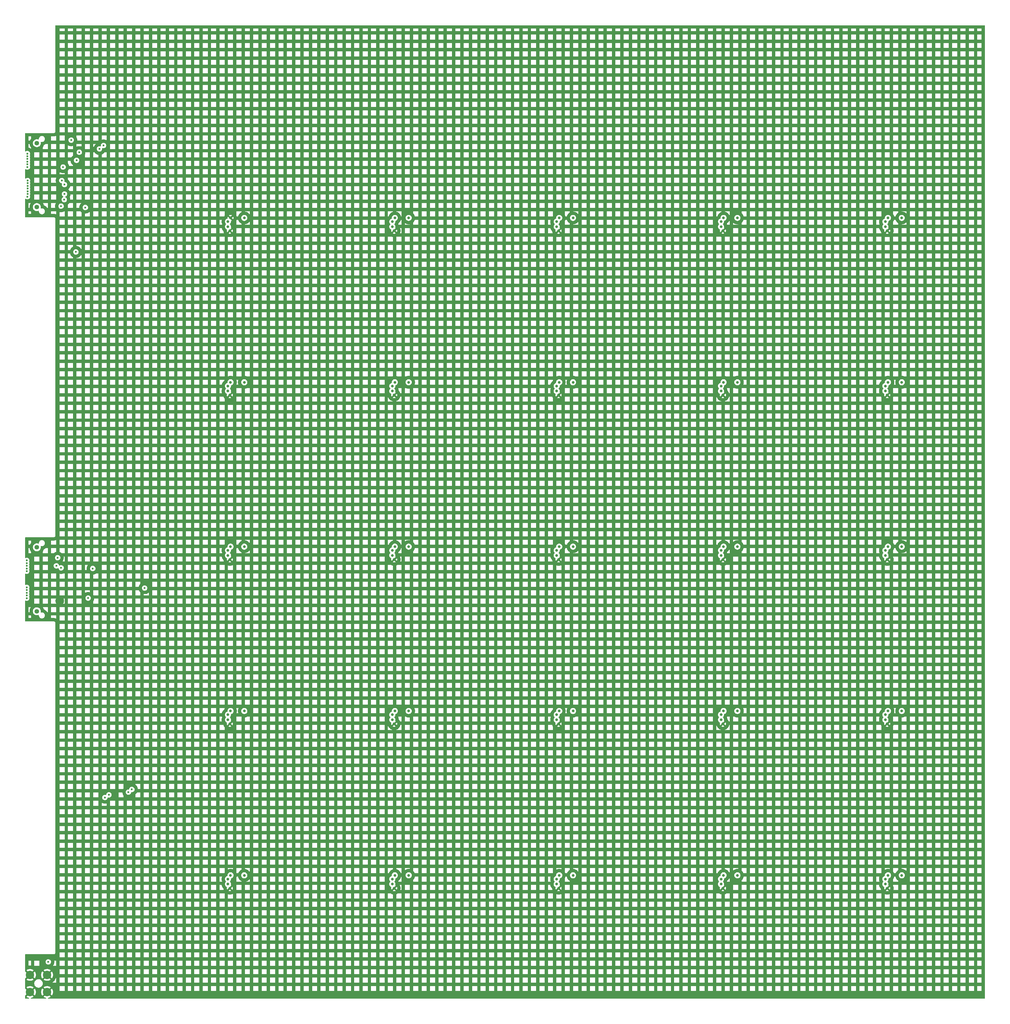
<source format=gbr>
%TF.GenerationSoftware,KiCad,Pcbnew,8.0.2-1*%
%TF.CreationDate,2024-10-14T18:36:09-04:00*%
%TF.ProjectId,EvenLayers_1.3mm_SiPM,4576656e-4c61-4796-9572-735f312e336d,rev?*%
%TF.SameCoordinates,Original*%
%TF.FileFunction,Copper,L2,Inr*%
%TF.FilePolarity,Positive*%
%FSLAX46Y46*%
G04 Gerber Fmt 4.6, Leading zero omitted, Abs format (unit mm)*
G04 Created by KiCad (PCBNEW 8.0.2-1) date 2024-10-14 18:36:09*
%MOMM*%
%LPD*%
G01*
G04 APERTURE LIST*
%TA.AperFunction,ComponentPad*%
%ADD10C,0.800000*%
%TD*%
%TA.AperFunction,ComponentPad*%
%ADD11C,2.500000*%
%TD*%
%TA.AperFunction,ComponentPad*%
%ADD12C,1.348000*%
%TD*%
%TA.AperFunction,ViaPad*%
%ADD13C,0.600000*%
%TD*%
G04 APERTURE END LIST*
D10*
%TO.N,N/C*%
%TO.C,REF\u002A\u002A34*%
X322700000Y-190300000D03*
X326800000Y-190300000D03*
%TO.N,K14*%
X321950000Y-191400000D03*
%TO.N,A14*%
X321950000Y-192900000D03*
%TO.N,GND*%
X322500000Y-194100000D03*
%TD*%
%TO.N,N/C*%
%TO.C,REF\u002A\u002A40*%
X127500000Y-287900000D03*
X131600000Y-287900000D03*
%TO.N,K20*%
X126750000Y-289000000D03*
%TO.N,A20*%
X126750000Y-290500000D03*
%TO.N,GND*%
X127300000Y-291700000D03*
%TD*%
%TO.N,N/C*%
%TO.C,REF\u002A\u002A30*%
X127500000Y-190300000D03*
X131600000Y-190300000D03*
%TO.N,K10*%
X126750000Y-191400000D03*
%TO.N,A10*%
X126750000Y-192900000D03*
%TO.N,GND*%
X127300000Y-194100000D03*
%TD*%
%TO.N,N/C*%
%TO.C,REF\u002A\u002A24*%
X322700000Y-92700000D03*
X326800000Y-92700000D03*
%TO.N,K4*%
X321950000Y-93800000D03*
%TO.N,A4*%
X321950000Y-95300000D03*
%TO.N,GND*%
X322500000Y-96500000D03*
%TD*%
%TO.N,N/C*%
%TO.C,REF\u002A\u002A43*%
X273900000Y-287900000D03*
%TO.N,LED_23_to_24*%
X278000000Y-287900000D03*
%TO.N,K23*%
X273150000Y-289000000D03*
%TO.N,A23*%
X273150000Y-290500000D03*
%TO.N,GND*%
X273700000Y-291700000D03*
%TD*%
%TO.N,N/C*%
%TO.C,REF\u002A\u002A38*%
X273900000Y-239100000D03*
X278000000Y-239100000D03*
%TO.N,K18*%
X273150000Y-240200000D03*
%TO.N,A18*%
X273150000Y-241700000D03*
%TO.N,GND*%
X273700000Y-242900000D03*
%TD*%
D11*
%TO.N,GND*%
%TO.C,REF\u002A\u002A*%
X67960000Y-322540000D03*
X73040000Y-322540000D03*
X67960000Y-317460000D03*
X73040000Y-317460000D03*
%TD*%
D10*
%TO.N,N/C*%
%TO.C,REF\u002A\u002A22*%
X225100000Y-92700000D03*
X229200000Y-92700000D03*
%TO.N,K2*%
X224350000Y-93800000D03*
%TO.N,A2*%
X224350000Y-95300000D03*
%TO.N,GND*%
X224900000Y-96500000D03*
%TD*%
%TO.N,N/C*%
%TO.C,REF\u002A\u002A28*%
X273900000Y-141500000D03*
X278000000Y-141500000D03*
%TO.N,K8*%
X273150000Y-142600000D03*
%TO.N,A8*%
X273150000Y-144100000D03*
%TO.N,GND*%
X273700000Y-145300000D03*
%TD*%
%TO.N,N/C*%
%TO.C,REF\u002A\u002A23*%
X273900000Y-92700000D03*
X278000000Y-92700000D03*
%TO.N,K3*%
X273150000Y-93800000D03*
%TO.N,A3*%
X273150000Y-95300000D03*
%TO.N,GND*%
X273700000Y-96500000D03*
%TD*%
%TO.N,N/C*%
%TO.C,REF\u002A\u002A32*%
X225100000Y-190300000D03*
X229200000Y-190300000D03*
%TO.N,K12*%
X224350000Y-191400000D03*
%TO.N,A12*%
X224350000Y-192900000D03*
%TO.N,GND*%
X224900000Y-194100000D03*
%TD*%
%TO.N,LED_23_to_24*%
%TO.C,REF\u002A\u002A44*%
X322700000Y-287900000D03*
%TO.N,LED_input_after_resistor*%
X326800000Y-287900000D03*
%TO.N,K24*%
X321950000Y-289000000D03*
%TO.N,A24*%
X321950000Y-290500000D03*
%TO.N,GND*%
X322500000Y-291700000D03*
%TD*%
%TO.N,N/C*%
%TO.C,REF\u002A\u002A26*%
X176300000Y-141500000D03*
X180400000Y-141500000D03*
%TO.N,K6*%
X175550000Y-142600000D03*
%TO.N,A6*%
X175550000Y-144100000D03*
%TO.N,GND*%
X176100000Y-145300000D03*
%TD*%
%TO.N,N/C*%
%TO.C,REF\u002A\u002A36*%
X176300000Y-239100000D03*
X180400000Y-239100000D03*
%TO.N,K16*%
X175550000Y-240200000D03*
%TO.N,A16*%
X175550000Y-241700000D03*
%TO.N,GND*%
X176100000Y-242900000D03*
%TD*%
%TO.N,GND*%
%TO.C,REF\u002A\u002A20*%
X127500000Y-92700000D03*
%TO.N,N/C*%
X131600000Y-92700000D03*
%TO.N,K0*%
X126750000Y-93800000D03*
%TO.N,A0*%
X126750000Y-95300000D03*
%TO.N,GND*%
X127300000Y-96500000D03*
%TD*%
%TO.N,N/C*%
%TO.C,REF\u002A\u002A25*%
X127500000Y-141500000D03*
X131600000Y-141500000D03*
%TO.N,K5*%
X126750000Y-142600000D03*
%TO.N,A5*%
X126750000Y-144100000D03*
%TO.N,GND*%
X127300000Y-145300000D03*
%TD*%
%TO.N,N/C*%
%TO.C,REF\u002A\u002A37*%
X225100000Y-239100000D03*
X229200000Y-239100000D03*
%TO.N,K17*%
X224350000Y-240200000D03*
%TO.N,A17*%
X224350000Y-241700000D03*
%TO.N,GND*%
X224900000Y-242900000D03*
%TD*%
%TO.N,N/C*%
%TO.C,REF\u002A\u002A31*%
X176300000Y-190300000D03*
X180400000Y-190300000D03*
%TO.N,K11*%
X175550000Y-191400000D03*
%TO.N,A11*%
X175550000Y-192900000D03*
%TO.N,GND*%
X176100000Y-194100000D03*
%TD*%
%TO.N,N/C*%
%TO.C,REF\u002A\u002A27*%
X225100000Y-141500000D03*
X229200000Y-141500000D03*
%TO.N,K7*%
X224350000Y-142600000D03*
%TO.N,A7*%
X224350000Y-144100000D03*
%TO.N,GND*%
X224900000Y-145300000D03*
%TD*%
%TO.N,N/C*%
%TO.C,REF\u002A\u002A41*%
X176300000Y-287900000D03*
X180400000Y-287900000D03*
%TO.N,K21*%
X175550000Y-289000000D03*
%TO.N,A21*%
X175550000Y-290500000D03*
%TO.N,GND*%
X176100000Y-291700000D03*
%TD*%
%TO.N,N/C*%
%TO.C,REF\u002A\u002A29*%
X322700000Y-141500000D03*
X326800000Y-141500000D03*
%TO.N,K9*%
X321950000Y-142600000D03*
%TO.N,A9*%
X321950000Y-144100000D03*
%TO.N,GND*%
X322500000Y-145300000D03*
%TD*%
%TO.N,N/C*%
%TO.C,REF\u002A\u002A21*%
X176300000Y-92700000D03*
X180400000Y-92700000D03*
%TO.N,K1*%
X175550000Y-93800000D03*
%TO.N,A1*%
X175550000Y-95300000D03*
%TO.N,GND*%
X176100000Y-96500000D03*
%TD*%
%TO.N,N/C*%
%TO.C,REF\u002A\u002A42*%
X225100000Y-287900000D03*
X229200000Y-287900000D03*
%TO.N,K22*%
X224350000Y-289000000D03*
%TO.N,A22*%
X224350000Y-290500000D03*
%TO.N,GND*%
X224900000Y-291700000D03*
%TD*%
%TO.N,N/C*%
%TO.C,REF\u002A\u002A35*%
X127500000Y-239100000D03*
X131600000Y-239100000D03*
%TO.N,K15*%
X126750000Y-240200000D03*
%TO.N,A15*%
X126750000Y-241700000D03*
%TO.N,GND*%
X127300000Y-242900000D03*
%TD*%
%TO.N,N/C*%
%TO.C,REF\u002A\u002A39*%
X322700000Y-239100000D03*
X326800000Y-239100000D03*
%TO.N,K19*%
X321950000Y-240200000D03*
%TO.N,A19*%
X321950000Y-241700000D03*
%TO.N,GND*%
X322500000Y-242900000D03*
%TD*%
%TO.N,N/C*%
%TO.C,REF\u002A\u002A33*%
X273900000Y-190300000D03*
X278000000Y-190300000D03*
%TO.N,K13*%
X273150000Y-191400000D03*
%TO.N,A13*%
X273150000Y-192900000D03*
%TO.N,GND*%
X273700000Y-194100000D03*
%TD*%
D12*
%TO.N,N/C*%
%TO.C,REF\u002A\u002A*%
X70000000Y-70505000D03*
X70000000Y-89495000D03*
%TD*%
%TO.N,N/C*%
%TO.C,REF\u002A\u002A*%
X70000000Y-190505000D03*
X70000000Y-209495000D03*
%TD*%
D13*
%TO.N,GND*%
X76800000Y-206400000D03*
%TO.N,K0*%
X80200000Y-69600000D03*
X67200000Y-73600000D03*
%TO.N,K1*%
X67200000Y-74400000D03*
X89800000Y-71200000D03*
%TO.N,K2*%
X67200000Y-75200000D03*
X88600000Y-72200000D03*
%TO.N,K3*%
X82600000Y-73200000D03*
X67200000Y-76000000D03*
%TO.N,K4*%
X67200000Y-76800000D03*
X81800000Y-75600000D03*
%TO.N,K5*%
X67200000Y-77600000D03*
X77800000Y-77600000D03*
%TO.N,K6*%
X77400000Y-81600000D03*
X67250000Y-81600000D03*
%TO.N,K7*%
X67250000Y-82400000D03*
X78200000Y-82800000D03*
%TO.N,K8*%
X84400000Y-89600000D03*
X67250000Y-83200000D03*
%TO.N,K9*%
X67250000Y-84000000D03*
X78200000Y-85600000D03*
%TO.N,K10*%
X67250000Y-84800000D03*
X78124265Y-87275735D03*
%TO.N,K11*%
X67250000Y-85600000D03*
X77200000Y-89200000D03*
%TO.N,K12*%
X81600000Y-102800000D03*
X67200000Y-86400000D03*
%TO.N,K14*%
X67000000Y-194400000D03*
X76192892Y-193592892D03*
%TO.N,K15*%
X102000000Y-202600000D03*
X67000000Y-195200000D03*
%TO.N,K16*%
X75800000Y-196000000D03*
X67000000Y-196000000D03*
%TO.N,K17*%
X77200000Y-196600000D03*
X67000000Y-196800000D03*
%TO.N,K18*%
X67000000Y-197600000D03*
X86600000Y-196800000D03*
%TO.N,K20*%
X67000000Y-202400000D03*
X98200000Y-262400000D03*
%TO.N,K21*%
X67000000Y-203200000D03*
X97200000Y-263200000D03*
%TO.N,K22*%
X91400000Y-264000000D03*
X67000000Y-204000000D03*
%TO.N,K23*%
X90200000Y-264800000D03*
X67000000Y-204800000D03*
%TO.N,K24*%
X67000000Y-205600000D03*
X85224265Y-205575735D03*
%TO.N,LED_input_after_resistor*%
X73400000Y-313600000D03*
%TD*%
%TA.AperFunction,Conductor*%
%TO.N,GND*%
G36*
X67206740Y-322942626D02*
G01*
X67299762Y-323081844D01*
X67418156Y-323200238D01*
X67557374Y-323293260D01*
X67559437Y-323294114D01*
X66910830Y-323942720D01*
X67082546Y-324059793D01*
X67082550Y-324059795D01*
X67318854Y-324173594D01*
X67318858Y-324173595D01*
X67569494Y-324250907D01*
X67569500Y-324250909D01*
X67582609Y-324252885D01*
X67645966Y-324282341D01*
X67683340Y-324341375D01*
X67682865Y-324411243D01*
X67644692Y-324469763D01*
X67580940Y-324498355D01*
X67564128Y-324499500D01*
X66624500Y-324499500D01*
X66557461Y-324479815D01*
X66511706Y-324427011D01*
X66500500Y-324375500D01*
X66500500Y-323697308D01*
X66520185Y-323630269D01*
X66536819Y-323609627D01*
X67205884Y-322940561D01*
X67206740Y-322942626D01*
G37*
%TD.AperFunction*%
%TA.AperFunction,Conductor*%
G36*
X351442539Y-35520185D02*
G01*
X351488294Y-35572989D01*
X351499500Y-35624500D01*
X351499500Y-324375500D01*
X351479815Y-324442539D01*
X351427011Y-324488294D01*
X351375500Y-324499500D01*
X73435872Y-324499500D01*
X73368833Y-324479815D01*
X73323078Y-324427011D01*
X73313134Y-324357853D01*
X73342159Y-324294297D01*
X73400937Y-324256523D01*
X73417391Y-324252885D01*
X73430499Y-324250909D01*
X73430505Y-324250907D01*
X73681143Y-324173595D01*
X73917445Y-324059798D01*
X73917447Y-324059797D01*
X74089168Y-323942720D01*
X73440562Y-323294114D01*
X73442626Y-323293260D01*
X73581844Y-323200238D01*
X73700238Y-323081844D01*
X73793260Y-322942626D01*
X73794114Y-322940561D01*
X74442125Y-323588572D01*
X74489971Y-323528573D01*
X74621116Y-323301426D01*
X74716941Y-323057270D01*
X74775306Y-322801550D01*
X74775307Y-322801545D01*
X74794907Y-322540004D01*
X74794907Y-322539995D01*
X74775307Y-322278454D01*
X74775306Y-322278449D01*
X74768927Y-322250500D01*
X76748500Y-322250500D01*
X78250500Y-322250500D01*
X79248500Y-322250500D01*
X80750500Y-322250500D01*
X81748500Y-322250500D01*
X83250500Y-322250500D01*
X84248500Y-322250500D01*
X85750500Y-322250500D01*
X86748500Y-322250500D01*
X88250500Y-322250500D01*
X89248500Y-322250500D01*
X90750500Y-322250500D01*
X91748500Y-322250500D01*
X93250500Y-322250500D01*
X94248500Y-322250500D01*
X95750500Y-322250500D01*
X96748500Y-322250500D01*
X98250500Y-322250500D01*
X99248500Y-322250500D01*
X100750500Y-322250500D01*
X101748500Y-322250500D01*
X103250500Y-322250500D01*
X104248500Y-322250500D01*
X105750500Y-322250500D01*
X106748500Y-322250500D01*
X108250500Y-322250500D01*
X109248500Y-322250500D01*
X110750500Y-322250500D01*
X111748500Y-322250500D01*
X113250500Y-322250500D01*
X114248500Y-322250500D01*
X115750500Y-322250500D01*
X116748500Y-322250500D01*
X118250500Y-322250500D01*
X119248500Y-322250500D01*
X120750500Y-322250500D01*
X121748500Y-322250500D01*
X123250500Y-322250500D01*
X124248500Y-322250500D01*
X125750500Y-322250500D01*
X126748500Y-322250500D01*
X128250500Y-322250500D01*
X129248500Y-322250500D01*
X130750500Y-322250500D01*
X131748500Y-322250500D01*
X133250500Y-322250500D01*
X134248500Y-322250500D01*
X135750500Y-322250500D01*
X136748500Y-322250500D01*
X138250500Y-322250500D01*
X139248500Y-322250500D01*
X140750500Y-322250500D01*
X141748500Y-322250500D01*
X143250500Y-322250500D01*
X144248500Y-322250500D01*
X145750500Y-322250500D01*
X146748500Y-322250500D01*
X148250500Y-322250500D01*
X149248500Y-322250500D01*
X150750500Y-322250500D01*
X151748500Y-322250500D01*
X153250500Y-322250500D01*
X154248500Y-322250500D01*
X155750500Y-322250500D01*
X156748500Y-322250500D01*
X158250500Y-322250500D01*
X159248500Y-322250500D01*
X160750500Y-322250500D01*
X161748500Y-322250500D01*
X163250500Y-322250500D01*
X164248500Y-322250500D01*
X165750500Y-322250500D01*
X166748500Y-322250500D01*
X168250500Y-322250500D01*
X169248500Y-322250500D01*
X170750500Y-322250500D01*
X171748500Y-322250500D01*
X173250500Y-322250500D01*
X174248500Y-322250500D01*
X175750500Y-322250500D01*
X176748500Y-322250500D01*
X178250500Y-322250500D01*
X179248500Y-322250500D01*
X180750500Y-322250500D01*
X181748500Y-322250500D01*
X183250500Y-322250500D01*
X184248500Y-322250500D01*
X185750500Y-322250500D01*
X186748500Y-322250500D01*
X188250500Y-322250500D01*
X189248500Y-322250500D01*
X190750500Y-322250500D01*
X191748500Y-322250500D01*
X193250500Y-322250500D01*
X194248500Y-322250500D01*
X195750500Y-322250500D01*
X196748500Y-322250500D01*
X198250500Y-322250500D01*
X199248500Y-322250500D01*
X200750500Y-322250500D01*
X201748500Y-322250500D01*
X203250500Y-322250500D01*
X204248500Y-322250500D01*
X205750500Y-322250500D01*
X206748500Y-322250500D01*
X208250500Y-322250500D01*
X209248500Y-322250500D01*
X210750500Y-322250500D01*
X211748500Y-322250500D01*
X213250500Y-322250500D01*
X214248500Y-322250500D01*
X215750500Y-322250500D01*
X216748500Y-322250500D01*
X218250500Y-322250500D01*
X219248500Y-322250500D01*
X220750500Y-322250500D01*
X221748500Y-322250500D01*
X223250500Y-322250500D01*
X224248500Y-322250500D01*
X225750500Y-322250500D01*
X226748500Y-322250500D01*
X228250500Y-322250500D01*
X229248500Y-322250500D01*
X230750500Y-322250500D01*
X231748500Y-322250500D01*
X233250500Y-322250500D01*
X234248500Y-322250500D01*
X235750500Y-322250500D01*
X236748500Y-322250500D01*
X238250500Y-322250500D01*
X239248500Y-322250500D01*
X240750500Y-322250500D01*
X241748500Y-322250500D01*
X243250500Y-322250500D01*
X244248500Y-322250500D01*
X245750500Y-322250500D01*
X246748500Y-322250500D01*
X248250500Y-322250500D01*
X249248500Y-322250500D01*
X250750500Y-322250500D01*
X251748500Y-322250500D01*
X253250500Y-322250500D01*
X254248500Y-322250500D01*
X255750500Y-322250500D01*
X256748500Y-322250500D01*
X258250500Y-322250500D01*
X259248500Y-322250500D01*
X260750500Y-322250500D01*
X261748500Y-322250500D01*
X263250500Y-322250500D01*
X264248500Y-322250500D01*
X265750500Y-322250500D01*
X266748500Y-322250500D01*
X268250500Y-322250500D01*
X269248500Y-322250500D01*
X270750500Y-322250500D01*
X271748500Y-322250500D01*
X273250500Y-322250500D01*
X274248500Y-322250500D01*
X275750500Y-322250500D01*
X276748500Y-322250500D01*
X278250500Y-322250500D01*
X279248500Y-322250500D01*
X280750500Y-322250500D01*
X281748500Y-322250500D01*
X283250500Y-322250500D01*
X284248500Y-322250500D01*
X285750500Y-322250500D01*
X286748500Y-322250500D01*
X288250500Y-322250500D01*
X289248500Y-322250500D01*
X290750500Y-322250500D01*
X291748500Y-322250500D01*
X293250500Y-322250500D01*
X294248500Y-322250500D01*
X295750500Y-322250500D01*
X296748500Y-322250500D01*
X298250500Y-322250500D01*
X299248500Y-322250500D01*
X300750500Y-322250500D01*
X301748500Y-322250500D01*
X303250500Y-322250500D01*
X304248500Y-322250500D01*
X305750500Y-322250500D01*
X306748500Y-322250500D01*
X308250500Y-322250500D01*
X309248500Y-322250500D01*
X310750500Y-322250500D01*
X311748500Y-322250500D01*
X313250500Y-322250500D01*
X314248500Y-322250500D01*
X315750500Y-322250500D01*
X316748500Y-322250500D01*
X318250500Y-322250500D01*
X319248500Y-322250500D01*
X320750500Y-322250500D01*
X321748500Y-322250500D01*
X323250500Y-322250500D01*
X324248500Y-322250500D01*
X325750500Y-322250500D01*
X326748500Y-322250500D01*
X328250500Y-322250500D01*
X329248500Y-322250500D01*
X330750500Y-322250500D01*
X331748500Y-322250500D01*
X333250500Y-322250500D01*
X334248500Y-322250500D01*
X335750500Y-322250500D01*
X336748500Y-322250500D01*
X338250500Y-322250500D01*
X339248500Y-322250500D01*
X340750500Y-322250500D01*
X341748500Y-322250500D01*
X343250500Y-322250500D01*
X344248500Y-322250500D01*
X345750500Y-322250500D01*
X346748500Y-322250500D01*
X348250500Y-322250500D01*
X349248500Y-322250500D01*
X350501500Y-322250500D01*
X350501500Y-320748500D01*
X349248500Y-320748500D01*
X349248500Y-322250500D01*
X348250500Y-322250500D01*
X348250500Y-320748500D01*
X346748500Y-320748500D01*
X346748500Y-322250500D01*
X345750500Y-322250500D01*
X345750500Y-320748500D01*
X344248500Y-320748500D01*
X344248500Y-322250500D01*
X343250500Y-322250500D01*
X343250500Y-320748500D01*
X341748500Y-320748500D01*
X341748500Y-322250500D01*
X340750500Y-322250500D01*
X340750500Y-320748500D01*
X339248500Y-320748500D01*
X339248500Y-322250500D01*
X338250500Y-322250500D01*
X338250500Y-320748500D01*
X336748500Y-320748500D01*
X336748500Y-322250500D01*
X335750500Y-322250500D01*
X335750500Y-320748500D01*
X334248500Y-320748500D01*
X334248500Y-322250500D01*
X333250500Y-322250500D01*
X333250500Y-320748500D01*
X331748500Y-320748500D01*
X331748500Y-322250500D01*
X330750500Y-322250500D01*
X330750500Y-320748500D01*
X329248500Y-320748500D01*
X329248500Y-322250500D01*
X328250500Y-322250500D01*
X328250500Y-320748500D01*
X326748500Y-320748500D01*
X326748500Y-322250500D01*
X325750500Y-322250500D01*
X325750500Y-320748500D01*
X324248500Y-320748500D01*
X324248500Y-322250500D01*
X323250500Y-322250500D01*
X323250500Y-320748500D01*
X321748500Y-320748500D01*
X321748500Y-322250500D01*
X320750500Y-322250500D01*
X320750500Y-320748500D01*
X319248500Y-320748500D01*
X319248500Y-322250500D01*
X318250500Y-322250500D01*
X318250500Y-320748500D01*
X316748500Y-320748500D01*
X316748500Y-322250500D01*
X315750500Y-322250500D01*
X315750500Y-320748500D01*
X314248500Y-320748500D01*
X314248500Y-322250500D01*
X313250500Y-322250500D01*
X313250500Y-320748500D01*
X311748500Y-320748500D01*
X311748500Y-322250500D01*
X310750500Y-322250500D01*
X310750500Y-320748500D01*
X309248500Y-320748500D01*
X309248500Y-322250500D01*
X308250500Y-322250500D01*
X308250500Y-320748500D01*
X306748500Y-320748500D01*
X306748500Y-322250500D01*
X305750500Y-322250500D01*
X305750500Y-320748500D01*
X304248500Y-320748500D01*
X304248500Y-322250500D01*
X303250500Y-322250500D01*
X303250500Y-320748500D01*
X301748500Y-320748500D01*
X301748500Y-322250500D01*
X300750500Y-322250500D01*
X300750500Y-320748500D01*
X299248500Y-320748500D01*
X299248500Y-322250500D01*
X298250500Y-322250500D01*
X298250500Y-320748500D01*
X296748500Y-320748500D01*
X296748500Y-322250500D01*
X295750500Y-322250500D01*
X295750500Y-320748500D01*
X294248500Y-320748500D01*
X294248500Y-322250500D01*
X293250500Y-322250500D01*
X293250500Y-320748500D01*
X291748500Y-320748500D01*
X291748500Y-322250500D01*
X290750500Y-322250500D01*
X290750500Y-320748500D01*
X289248500Y-320748500D01*
X289248500Y-322250500D01*
X288250500Y-322250500D01*
X288250500Y-320748500D01*
X286748500Y-320748500D01*
X286748500Y-322250500D01*
X285750500Y-322250500D01*
X285750500Y-320748500D01*
X284248500Y-320748500D01*
X284248500Y-322250500D01*
X283250500Y-322250500D01*
X283250500Y-320748500D01*
X281748500Y-320748500D01*
X281748500Y-322250500D01*
X280750500Y-322250500D01*
X280750500Y-320748500D01*
X279248500Y-320748500D01*
X279248500Y-322250500D01*
X278250500Y-322250500D01*
X278250500Y-320748500D01*
X276748500Y-320748500D01*
X276748500Y-322250500D01*
X275750500Y-322250500D01*
X275750500Y-320748500D01*
X274248500Y-320748500D01*
X274248500Y-322250500D01*
X273250500Y-322250500D01*
X273250500Y-320748500D01*
X271748500Y-320748500D01*
X271748500Y-322250500D01*
X270750500Y-322250500D01*
X270750500Y-320748500D01*
X269248500Y-320748500D01*
X269248500Y-322250500D01*
X268250500Y-322250500D01*
X268250500Y-320748500D01*
X266748500Y-320748500D01*
X266748500Y-322250500D01*
X265750500Y-322250500D01*
X265750500Y-320748500D01*
X264248500Y-320748500D01*
X264248500Y-322250500D01*
X263250500Y-322250500D01*
X263250500Y-320748500D01*
X261748500Y-320748500D01*
X261748500Y-322250500D01*
X260750500Y-322250500D01*
X260750500Y-320748500D01*
X259248500Y-320748500D01*
X259248500Y-322250500D01*
X258250500Y-322250500D01*
X258250500Y-320748500D01*
X256748500Y-320748500D01*
X256748500Y-322250500D01*
X255750500Y-322250500D01*
X255750500Y-320748500D01*
X254248500Y-320748500D01*
X254248500Y-322250500D01*
X253250500Y-322250500D01*
X253250500Y-320748500D01*
X251748500Y-320748500D01*
X251748500Y-322250500D01*
X250750500Y-322250500D01*
X250750500Y-320748500D01*
X249248500Y-320748500D01*
X249248500Y-322250500D01*
X248250500Y-322250500D01*
X248250500Y-320748500D01*
X246748500Y-320748500D01*
X246748500Y-322250500D01*
X245750500Y-322250500D01*
X245750500Y-320748500D01*
X244248500Y-320748500D01*
X244248500Y-322250500D01*
X243250500Y-322250500D01*
X243250500Y-320748500D01*
X241748500Y-320748500D01*
X241748500Y-322250500D01*
X240750500Y-322250500D01*
X240750500Y-320748500D01*
X239248500Y-320748500D01*
X239248500Y-322250500D01*
X238250500Y-322250500D01*
X238250500Y-320748500D01*
X236748500Y-320748500D01*
X236748500Y-322250500D01*
X235750500Y-322250500D01*
X235750500Y-320748500D01*
X234248500Y-320748500D01*
X234248500Y-322250500D01*
X233250500Y-322250500D01*
X233250500Y-320748500D01*
X231748500Y-320748500D01*
X231748500Y-322250500D01*
X230750500Y-322250500D01*
X230750500Y-320748500D01*
X229248500Y-320748500D01*
X229248500Y-322250500D01*
X228250500Y-322250500D01*
X228250500Y-320748500D01*
X226748500Y-320748500D01*
X226748500Y-322250500D01*
X225750500Y-322250500D01*
X225750500Y-320748500D01*
X224248500Y-320748500D01*
X224248500Y-322250500D01*
X223250500Y-322250500D01*
X223250500Y-320748500D01*
X221748500Y-320748500D01*
X221748500Y-322250500D01*
X220750500Y-322250500D01*
X220750500Y-320748500D01*
X219248500Y-320748500D01*
X219248500Y-322250500D01*
X218250500Y-322250500D01*
X218250500Y-320748500D01*
X216748500Y-320748500D01*
X216748500Y-322250500D01*
X215750500Y-322250500D01*
X215750500Y-320748500D01*
X214248500Y-320748500D01*
X214248500Y-322250500D01*
X213250500Y-322250500D01*
X213250500Y-320748500D01*
X211748500Y-320748500D01*
X211748500Y-322250500D01*
X210750500Y-322250500D01*
X210750500Y-320748500D01*
X209248500Y-320748500D01*
X209248500Y-322250500D01*
X208250500Y-322250500D01*
X208250500Y-320748500D01*
X206748500Y-320748500D01*
X206748500Y-322250500D01*
X205750500Y-322250500D01*
X205750500Y-320748500D01*
X204248500Y-320748500D01*
X204248500Y-322250500D01*
X203250500Y-322250500D01*
X203250500Y-320748500D01*
X201748500Y-320748500D01*
X201748500Y-322250500D01*
X200750500Y-322250500D01*
X200750500Y-320748500D01*
X199248500Y-320748500D01*
X199248500Y-322250500D01*
X198250500Y-322250500D01*
X198250500Y-320748500D01*
X196748500Y-320748500D01*
X196748500Y-322250500D01*
X195750500Y-322250500D01*
X195750500Y-320748500D01*
X194248500Y-320748500D01*
X194248500Y-322250500D01*
X193250500Y-322250500D01*
X193250500Y-320748500D01*
X191748500Y-320748500D01*
X191748500Y-322250500D01*
X190750500Y-322250500D01*
X190750500Y-320748500D01*
X189248500Y-320748500D01*
X189248500Y-322250500D01*
X188250500Y-322250500D01*
X188250500Y-320748500D01*
X186748500Y-320748500D01*
X186748500Y-322250500D01*
X185750500Y-322250500D01*
X185750500Y-320748500D01*
X184248500Y-320748500D01*
X184248500Y-322250500D01*
X183250500Y-322250500D01*
X183250500Y-320748500D01*
X181748500Y-320748500D01*
X181748500Y-322250500D01*
X180750500Y-322250500D01*
X180750500Y-320748500D01*
X179248500Y-320748500D01*
X179248500Y-322250500D01*
X178250500Y-322250500D01*
X178250500Y-320748500D01*
X176748500Y-320748500D01*
X176748500Y-322250500D01*
X175750500Y-322250500D01*
X175750500Y-320748500D01*
X174248500Y-320748500D01*
X174248500Y-322250500D01*
X173250500Y-322250500D01*
X173250500Y-320748500D01*
X171748500Y-320748500D01*
X171748500Y-322250500D01*
X170750500Y-322250500D01*
X170750500Y-320748500D01*
X169248500Y-320748500D01*
X169248500Y-322250500D01*
X168250500Y-322250500D01*
X168250500Y-320748500D01*
X166748500Y-320748500D01*
X166748500Y-322250500D01*
X165750500Y-322250500D01*
X165750500Y-320748500D01*
X164248500Y-320748500D01*
X164248500Y-322250500D01*
X163250500Y-322250500D01*
X163250500Y-320748500D01*
X161748500Y-320748500D01*
X161748500Y-322250500D01*
X160750500Y-322250500D01*
X160750500Y-320748500D01*
X159248500Y-320748500D01*
X159248500Y-322250500D01*
X158250500Y-322250500D01*
X158250500Y-320748500D01*
X156748500Y-320748500D01*
X156748500Y-322250500D01*
X155750500Y-322250500D01*
X155750500Y-320748500D01*
X154248500Y-320748500D01*
X154248500Y-322250500D01*
X153250500Y-322250500D01*
X153250500Y-320748500D01*
X151748500Y-320748500D01*
X151748500Y-322250500D01*
X150750500Y-322250500D01*
X150750500Y-320748500D01*
X149248500Y-320748500D01*
X149248500Y-322250500D01*
X148250500Y-322250500D01*
X148250500Y-320748500D01*
X146748500Y-320748500D01*
X146748500Y-322250500D01*
X145750500Y-322250500D01*
X145750500Y-320748500D01*
X144248500Y-320748500D01*
X144248500Y-322250500D01*
X143250500Y-322250500D01*
X143250500Y-320748500D01*
X141748500Y-320748500D01*
X141748500Y-322250500D01*
X140750500Y-322250500D01*
X140750500Y-320748500D01*
X139248500Y-320748500D01*
X139248500Y-322250500D01*
X138250500Y-322250500D01*
X138250500Y-320748500D01*
X136748500Y-320748500D01*
X136748500Y-322250500D01*
X135750500Y-322250500D01*
X135750500Y-320748500D01*
X134248500Y-320748500D01*
X134248500Y-322250500D01*
X133250500Y-322250500D01*
X133250500Y-320748500D01*
X131748500Y-320748500D01*
X131748500Y-322250500D01*
X130750500Y-322250500D01*
X130750500Y-320748500D01*
X129248500Y-320748500D01*
X129248500Y-322250500D01*
X128250500Y-322250500D01*
X128250500Y-320748500D01*
X126748500Y-320748500D01*
X126748500Y-322250500D01*
X125750500Y-322250500D01*
X125750500Y-320748500D01*
X124248500Y-320748500D01*
X124248500Y-322250500D01*
X123250500Y-322250500D01*
X123250500Y-320748500D01*
X121748500Y-320748500D01*
X121748500Y-322250500D01*
X120750500Y-322250500D01*
X120750500Y-320748500D01*
X119248500Y-320748500D01*
X119248500Y-322250500D01*
X118250500Y-322250500D01*
X118250500Y-320748500D01*
X116748500Y-320748500D01*
X116748500Y-322250500D01*
X115750500Y-322250500D01*
X115750500Y-320748500D01*
X114248500Y-320748500D01*
X114248500Y-322250500D01*
X113250500Y-322250500D01*
X113250500Y-320748500D01*
X111748500Y-320748500D01*
X111748500Y-322250500D01*
X110750500Y-322250500D01*
X110750500Y-320748500D01*
X109248500Y-320748500D01*
X109248500Y-322250500D01*
X108250500Y-322250500D01*
X108250500Y-320748500D01*
X106748500Y-320748500D01*
X106748500Y-322250500D01*
X105750500Y-322250500D01*
X105750500Y-320748500D01*
X104248500Y-320748500D01*
X104248500Y-322250500D01*
X103250500Y-322250500D01*
X103250500Y-320748500D01*
X101748500Y-320748500D01*
X101748500Y-322250500D01*
X100750500Y-322250500D01*
X100750500Y-320748500D01*
X99248500Y-320748500D01*
X99248500Y-322250500D01*
X98250500Y-322250500D01*
X98250500Y-320748500D01*
X96748500Y-320748500D01*
X96748500Y-322250500D01*
X95750500Y-322250500D01*
X95750500Y-320748500D01*
X94248500Y-320748500D01*
X94248500Y-322250500D01*
X93250500Y-322250500D01*
X93250500Y-320748500D01*
X91748500Y-320748500D01*
X91748500Y-322250500D01*
X90750500Y-322250500D01*
X90750500Y-320748500D01*
X89248500Y-320748500D01*
X89248500Y-322250500D01*
X88250500Y-322250500D01*
X88250500Y-320748500D01*
X86748500Y-320748500D01*
X86748500Y-322250500D01*
X85750500Y-322250500D01*
X85750500Y-320748500D01*
X84248500Y-320748500D01*
X84248500Y-322250500D01*
X83250500Y-322250500D01*
X83250500Y-320748500D01*
X81748500Y-320748500D01*
X81748500Y-322250500D01*
X80750500Y-322250500D01*
X80750500Y-320748500D01*
X79248500Y-320748500D01*
X79248500Y-322250500D01*
X78250500Y-322250500D01*
X78250500Y-320748500D01*
X76748500Y-320748500D01*
X76748500Y-322250500D01*
X74768927Y-322250500D01*
X74716941Y-322022729D01*
X74621116Y-321778573D01*
X74621117Y-321778573D01*
X74489972Y-321551426D01*
X74442124Y-321491427D01*
X73794114Y-322139437D01*
X73793260Y-322137374D01*
X73700238Y-321998156D01*
X73581844Y-321879762D01*
X73442626Y-321786740D01*
X73440562Y-321785885D01*
X74089168Y-321137278D01*
X73917454Y-321020206D01*
X73917445Y-321020201D01*
X73681142Y-320906404D01*
X73681144Y-320906404D01*
X73430505Y-320829092D01*
X73430499Y-320829090D01*
X73171151Y-320790000D01*
X72908848Y-320790000D01*
X72649500Y-320829090D01*
X72649494Y-320829092D01*
X72398858Y-320906404D01*
X72398854Y-320906405D01*
X72162547Y-321020205D01*
X72162539Y-321020210D01*
X71990830Y-321137277D01*
X72639438Y-321785885D01*
X72637374Y-321786740D01*
X72498156Y-321879762D01*
X72379762Y-321998156D01*
X72286740Y-322137374D01*
X72285885Y-322139437D01*
X71637874Y-321491427D01*
X71590028Y-321551425D01*
X71458883Y-321778573D01*
X71363058Y-322022729D01*
X71304693Y-322278449D01*
X71304692Y-322278454D01*
X71285093Y-322539995D01*
X71285093Y-322540004D01*
X71304692Y-322801545D01*
X71304693Y-322801550D01*
X71363058Y-323057270D01*
X71458883Y-323301426D01*
X71458882Y-323301426D01*
X71590027Y-323528573D01*
X71637874Y-323588571D01*
X72285884Y-322940561D01*
X72286740Y-322942626D01*
X72379762Y-323081844D01*
X72498156Y-323200238D01*
X72637374Y-323293260D01*
X72639437Y-323294114D01*
X71990830Y-323942720D01*
X72162546Y-324059793D01*
X72162550Y-324059795D01*
X72398854Y-324173594D01*
X72398858Y-324173595D01*
X72649494Y-324250907D01*
X72649500Y-324250909D01*
X72662609Y-324252885D01*
X72725966Y-324282341D01*
X72763340Y-324341375D01*
X72762865Y-324411243D01*
X72724692Y-324469763D01*
X72660940Y-324498355D01*
X72644128Y-324499500D01*
X68355872Y-324499500D01*
X68288833Y-324479815D01*
X68243078Y-324427011D01*
X68233134Y-324357853D01*
X68262159Y-324294297D01*
X68320937Y-324256523D01*
X68337391Y-324252885D01*
X68350499Y-324250909D01*
X68350505Y-324250907D01*
X68601143Y-324173595D01*
X68837445Y-324059798D01*
X68837447Y-324059797D01*
X69009168Y-323942720D01*
X68360562Y-323294114D01*
X68362626Y-323293260D01*
X68501844Y-323200238D01*
X68620238Y-323081844D01*
X68713260Y-322942626D01*
X68714114Y-322940561D01*
X69362125Y-323588572D01*
X69409971Y-323528573D01*
X69541116Y-323301426D01*
X69636941Y-323057270D01*
X69695306Y-322801550D01*
X69695307Y-322801545D01*
X69714907Y-322540004D01*
X69714907Y-322539995D01*
X69695307Y-322278454D01*
X69695306Y-322278449D01*
X69636941Y-322022729D01*
X69541116Y-321778573D01*
X69541117Y-321778573D01*
X69409972Y-321551426D01*
X69362124Y-321491427D01*
X68714114Y-322139437D01*
X68713260Y-322137374D01*
X68620238Y-321998156D01*
X68501844Y-321879762D01*
X68362626Y-321786740D01*
X68360562Y-321785885D01*
X69009168Y-321137278D01*
X68837454Y-321020206D01*
X68837445Y-321020201D01*
X68601142Y-320906404D01*
X68601144Y-320906404D01*
X68350505Y-320829092D01*
X68350499Y-320829090D01*
X68091151Y-320790000D01*
X67828848Y-320790000D01*
X67569500Y-320829090D01*
X67569494Y-320829092D01*
X67318858Y-320906404D01*
X67318854Y-320906405D01*
X67082547Y-321020205D01*
X67082539Y-321020210D01*
X66910830Y-321137277D01*
X67559438Y-321785885D01*
X67557374Y-321786740D01*
X67418156Y-321879762D01*
X67299762Y-321998156D01*
X67206740Y-322137374D01*
X67205885Y-322139437D01*
X66536819Y-321470371D01*
X66503334Y-321409048D01*
X66500500Y-321382690D01*
X66500500Y-319901577D01*
X69249500Y-319901577D01*
X69249500Y-320098422D01*
X69280290Y-320292826D01*
X69341117Y-320480029D01*
X69430476Y-320655405D01*
X69546172Y-320814646D01*
X69685354Y-320953828D01*
X69844595Y-321069524D01*
X69927455Y-321111743D01*
X70019970Y-321158882D01*
X70019972Y-321158882D01*
X70019975Y-321158884D01*
X70120317Y-321191487D01*
X70207173Y-321219709D01*
X70401578Y-321250500D01*
X70401583Y-321250500D01*
X70598422Y-321250500D01*
X70792826Y-321219709D01*
X70980025Y-321158884D01*
X71155405Y-321069524D01*
X71314646Y-320953828D01*
X71453828Y-320814646D01*
X71569524Y-320655405D01*
X71658884Y-320480025D01*
X71719709Y-320292826D01*
X71750500Y-320098422D01*
X71750500Y-319901577D01*
X71726571Y-319750500D01*
X74558676Y-319750500D01*
X75750500Y-319750500D01*
X76748500Y-319750500D01*
X78250500Y-319750500D01*
X79248500Y-319750500D01*
X80750500Y-319750500D01*
X81748500Y-319750500D01*
X83250500Y-319750500D01*
X84248500Y-319750500D01*
X85750500Y-319750500D01*
X86748500Y-319750500D01*
X88250500Y-319750500D01*
X89248500Y-319750500D01*
X90750500Y-319750500D01*
X91748500Y-319750500D01*
X93250500Y-319750500D01*
X94248500Y-319750500D01*
X95750500Y-319750500D01*
X96748500Y-319750500D01*
X98250500Y-319750500D01*
X99248500Y-319750500D01*
X100750500Y-319750500D01*
X101748500Y-319750500D01*
X103250500Y-319750500D01*
X104248500Y-319750500D01*
X105750500Y-319750500D01*
X106748500Y-319750500D01*
X108250500Y-319750500D01*
X109248500Y-319750500D01*
X110750500Y-319750500D01*
X111748500Y-319750500D01*
X113250500Y-319750500D01*
X114248500Y-319750500D01*
X115750500Y-319750500D01*
X116748500Y-319750500D01*
X118250500Y-319750500D01*
X119248500Y-319750500D01*
X120750500Y-319750500D01*
X121748500Y-319750500D01*
X123250500Y-319750500D01*
X124248500Y-319750500D01*
X125750500Y-319750500D01*
X126748500Y-319750500D01*
X128250500Y-319750500D01*
X129248500Y-319750500D01*
X130750500Y-319750500D01*
X131748500Y-319750500D01*
X133250500Y-319750500D01*
X134248500Y-319750500D01*
X135750500Y-319750500D01*
X136748500Y-319750500D01*
X138250500Y-319750500D01*
X139248500Y-319750500D01*
X140750500Y-319750500D01*
X141748500Y-319750500D01*
X143250500Y-319750500D01*
X144248500Y-319750500D01*
X145750500Y-319750500D01*
X146748500Y-319750500D01*
X148250500Y-319750500D01*
X149248500Y-319750500D01*
X150750500Y-319750500D01*
X151748500Y-319750500D01*
X153250500Y-319750500D01*
X154248500Y-319750500D01*
X155750500Y-319750500D01*
X156748500Y-319750500D01*
X158250500Y-319750500D01*
X159248500Y-319750500D01*
X160750500Y-319750500D01*
X161748500Y-319750500D01*
X163250500Y-319750500D01*
X164248500Y-319750500D01*
X165750500Y-319750500D01*
X166748500Y-319750500D01*
X168250500Y-319750500D01*
X169248500Y-319750500D01*
X170750500Y-319750500D01*
X171748500Y-319750500D01*
X173250500Y-319750500D01*
X174248500Y-319750500D01*
X175750500Y-319750500D01*
X176748500Y-319750500D01*
X178250500Y-319750500D01*
X179248500Y-319750500D01*
X180750500Y-319750500D01*
X181748500Y-319750500D01*
X183250500Y-319750500D01*
X184248500Y-319750500D01*
X185750500Y-319750500D01*
X186748500Y-319750500D01*
X188250500Y-319750500D01*
X189248500Y-319750500D01*
X190750500Y-319750500D01*
X191748500Y-319750500D01*
X193250500Y-319750500D01*
X194248500Y-319750500D01*
X195750500Y-319750500D01*
X196748500Y-319750500D01*
X198250500Y-319750500D01*
X199248500Y-319750500D01*
X200750500Y-319750500D01*
X201748500Y-319750500D01*
X203250500Y-319750500D01*
X204248500Y-319750500D01*
X205750500Y-319750500D01*
X206748500Y-319750500D01*
X208250500Y-319750500D01*
X209248500Y-319750500D01*
X210750500Y-319750500D01*
X211748500Y-319750500D01*
X213250500Y-319750500D01*
X214248500Y-319750500D01*
X215750500Y-319750500D01*
X216748500Y-319750500D01*
X218250500Y-319750500D01*
X219248500Y-319750500D01*
X220750500Y-319750500D01*
X221748500Y-319750500D01*
X223250500Y-319750500D01*
X224248500Y-319750500D01*
X225750500Y-319750500D01*
X226748500Y-319750500D01*
X228250500Y-319750500D01*
X229248500Y-319750500D01*
X230750500Y-319750500D01*
X231748500Y-319750500D01*
X233250500Y-319750500D01*
X234248500Y-319750500D01*
X235750500Y-319750500D01*
X236748500Y-319750500D01*
X238250500Y-319750500D01*
X239248500Y-319750500D01*
X240750500Y-319750500D01*
X241748500Y-319750500D01*
X243250500Y-319750500D01*
X244248500Y-319750500D01*
X245750500Y-319750500D01*
X246748500Y-319750500D01*
X248250500Y-319750500D01*
X249248500Y-319750500D01*
X250750500Y-319750500D01*
X251748500Y-319750500D01*
X253250500Y-319750500D01*
X254248500Y-319750500D01*
X255750500Y-319750500D01*
X256748500Y-319750500D01*
X258250500Y-319750500D01*
X259248500Y-319750500D01*
X260750500Y-319750500D01*
X261748500Y-319750500D01*
X263250500Y-319750500D01*
X264248500Y-319750500D01*
X265750500Y-319750500D01*
X266748500Y-319750500D01*
X268250500Y-319750500D01*
X269248500Y-319750500D01*
X270750500Y-319750500D01*
X271748500Y-319750500D01*
X273250500Y-319750500D01*
X274248500Y-319750500D01*
X275750500Y-319750500D01*
X276748500Y-319750500D01*
X278250500Y-319750500D01*
X279248500Y-319750500D01*
X280750500Y-319750500D01*
X281748500Y-319750500D01*
X283250500Y-319750500D01*
X284248500Y-319750500D01*
X285750500Y-319750500D01*
X286748500Y-319750500D01*
X288250500Y-319750500D01*
X289248500Y-319750500D01*
X290750500Y-319750500D01*
X291748500Y-319750500D01*
X293250500Y-319750500D01*
X294248500Y-319750500D01*
X295750500Y-319750500D01*
X296748500Y-319750500D01*
X298250500Y-319750500D01*
X299248500Y-319750500D01*
X300750500Y-319750500D01*
X301748500Y-319750500D01*
X303250500Y-319750500D01*
X304248500Y-319750500D01*
X305750500Y-319750500D01*
X306748500Y-319750500D01*
X308250500Y-319750500D01*
X309248500Y-319750500D01*
X310750500Y-319750500D01*
X311748500Y-319750500D01*
X313250500Y-319750500D01*
X314248500Y-319750500D01*
X315750500Y-319750500D01*
X316748500Y-319750500D01*
X318250500Y-319750500D01*
X319248500Y-319750500D01*
X320750500Y-319750500D01*
X321748500Y-319750500D01*
X323250500Y-319750500D01*
X324248500Y-319750500D01*
X325750500Y-319750500D01*
X326748500Y-319750500D01*
X328250500Y-319750500D01*
X329248500Y-319750500D01*
X330750500Y-319750500D01*
X331748500Y-319750500D01*
X333250500Y-319750500D01*
X334248500Y-319750500D01*
X335750500Y-319750500D01*
X336748500Y-319750500D01*
X338250500Y-319750500D01*
X339248500Y-319750500D01*
X340750500Y-319750500D01*
X341748500Y-319750500D01*
X343250500Y-319750500D01*
X344248500Y-319750500D01*
X345750500Y-319750500D01*
X346748500Y-319750500D01*
X348250500Y-319750500D01*
X349248500Y-319750500D01*
X350501500Y-319750500D01*
X350501500Y-318248500D01*
X349248500Y-318248500D01*
X349248500Y-319750500D01*
X348250500Y-319750500D01*
X348250500Y-318248500D01*
X346748500Y-318248500D01*
X346748500Y-319750500D01*
X345750500Y-319750500D01*
X345750500Y-318248500D01*
X344248500Y-318248500D01*
X344248500Y-319750500D01*
X343250500Y-319750500D01*
X343250500Y-318248500D01*
X341748500Y-318248500D01*
X341748500Y-319750500D01*
X340750500Y-319750500D01*
X340750500Y-318248500D01*
X339248500Y-318248500D01*
X339248500Y-319750500D01*
X338250500Y-319750500D01*
X338250500Y-318248500D01*
X336748500Y-318248500D01*
X336748500Y-319750500D01*
X335750500Y-319750500D01*
X335750500Y-318248500D01*
X334248500Y-318248500D01*
X334248500Y-319750500D01*
X333250500Y-319750500D01*
X333250500Y-318248500D01*
X331748500Y-318248500D01*
X331748500Y-319750500D01*
X330750500Y-319750500D01*
X330750500Y-318248500D01*
X329248500Y-318248500D01*
X329248500Y-319750500D01*
X328250500Y-319750500D01*
X328250500Y-318248500D01*
X326748500Y-318248500D01*
X326748500Y-319750500D01*
X325750500Y-319750500D01*
X325750500Y-318248500D01*
X324248500Y-318248500D01*
X324248500Y-319750500D01*
X323250500Y-319750500D01*
X323250500Y-318248500D01*
X321748500Y-318248500D01*
X321748500Y-319750500D01*
X320750500Y-319750500D01*
X320750500Y-318248500D01*
X319248500Y-318248500D01*
X319248500Y-319750500D01*
X318250500Y-319750500D01*
X318250500Y-318248500D01*
X316748500Y-318248500D01*
X316748500Y-319750500D01*
X315750500Y-319750500D01*
X315750500Y-318248500D01*
X314248500Y-318248500D01*
X314248500Y-319750500D01*
X313250500Y-319750500D01*
X313250500Y-318248500D01*
X311748500Y-318248500D01*
X311748500Y-319750500D01*
X310750500Y-319750500D01*
X310750500Y-318248500D01*
X309248500Y-318248500D01*
X309248500Y-319750500D01*
X308250500Y-319750500D01*
X308250500Y-318248500D01*
X306748500Y-318248500D01*
X306748500Y-319750500D01*
X305750500Y-319750500D01*
X305750500Y-318248500D01*
X304248500Y-318248500D01*
X304248500Y-319750500D01*
X303250500Y-319750500D01*
X303250500Y-318248500D01*
X301748500Y-318248500D01*
X301748500Y-319750500D01*
X300750500Y-319750500D01*
X300750500Y-318248500D01*
X299248500Y-318248500D01*
X299248500Y-319750500D01*
X298250500Y-319750500D01*
X298250500Y-318248500D01*
X296748500Y-318248500D01*
X296748500Y-319750500D01*
X295750500Y-319750500D01*
X295750500Y-318248500D01*
X294248500Y-318248500D01*
X294248500Y-319750500D01*
X293250500Y-319750500D01*
X293250500Y-318248500D01*
X291748500Y-318248500D01*
X291748500Y-319750500D01*
X290750500Y-319750500D01*
X290750500Y-318248500D01*
X289248500Y-318248500D01*
X289248500Y-319750500D01*
X288250500Y-319750500D01*
X288250500Y-318248500D01*
X286748500Y-318248500D01*
X286748500Y-319750500D01*
X285750500Y-319750500D01*
X285750500Y-318248500D01*
X284248500Y-318248500D01*
X284248500Y-319750500D01*
X283250500Y-319750500D01*
X283250500Y-318248500D01*
X281748500Y-318248500D01*
X281748500Y-319750500D01*
X280750500Y-319750500D01*
X280750500Y-318248500D01*
X279248500Y-318248500D01*
X279248500Y-319750500D01*
X278250500Y-319750500D01*
X278250500Y-318248500D01*
X276748500Y-318248500D01*
X276748500Y-319750500D01*
X275750500Y-319750500D01*
X275750500Y-318248500D01*
X274248500Y-318248500D01*
X274248500Y-319750500D01*
X273250500Y-319750500D01*
X273250500Y-318248500D01*
X271748500Y-318248500D01*
X271748500Y-319750500D01*
X270750500Y-319750500D01*
X270750500Y-318248500D01*
X269248500Y-318248500D01*
X269248500Y-319750500D01*
X268250500Y-319750500D01*
X268250500Y-318248500D01*
X266748500Y-318248500D01*
X266748500Y-319750500D01*
X265750500Y-319750500D01*
X265750500Y-318248500D01*
X264248500Y-318248500D01*
X264248500Y-319750500D01*
X263250500Y-319750500D01*
X263250500Y-318248500D01*
X261748500Y-318248500D01*
X261748500Y-319750500D01*
X260750500Y-319750500D01*
X260750500Y-318248500D01*
X259248500Y-318248500D01*
X259248500Y-319750500D01*
X258250500Y-319750500D01*
X258250500Y-318248500D01*
X256748500Y-318248500D01*
X256748500Y-319750500D01*
X255750500Y-319750500D01*
X255750500Y-318248500D01*
X254248500Y-318248500D01*
X254248500Y-319750500D01*
X253250500Y-319750500D01*
X253250500Y-318248500D01*
X251748500Y-318248500D01*
X251748500Y-319750500D01*
X250750500Y-319750500D01*
X250750500Y-318248500D01*
X249248500Y-318248500D01*
X249248500Y-319750500D01*
X248250500Y-319750500D01*
X248250500Y-318248500D01*
X246748500Y-318248500D01*
X246748500Y-319750500D01*
X245750500Y-319750500D01*
X245750500Y-318248500D01*
X244248500Y-318248500D01*
X244248500Y-319750500D01*
X243250500Y-319750500D01*
X243250500Y-318248500D01*
X241748500Y-318248500D01*
X241748500Y-319750500D01*
X240750500Y-319750500D01*
X240750500Y-318248500D01*
X239248500Y-318248500D01*
X239248500Y-319750500D01*
X238250500Y-319750500D01*
X238250500Y-318248500D01*
X236748500Y-318248500D01*
X236748500Y-319750500D01*
X235750500Y-319750500D01*
X235750500Y-318248500D01*
X234248500Y-318248500D01*
X234248500Y-319750500D01*
X233250500Y-319750500D01*
X233250500Y-318248500D01*
X231748500Y-318248500D01*
X231748500Y-319750500D01*
X230750500Y-319750500D01*
X230750500Y-318248500D01*
X229248500Y-318248500D01*
X229248500Y-319750500D01*
X228250500Y-319750500D01*
X228250500Y-318248500D01*
X226748500Y-318248500D01*
X226748500Y-319750500D01*
X225750500Y-319750500D01*
X225750500Y-318248500D01*
X224248500Y-318248500D01*
X224248500Y-319750500D01*
X223250500Y-319750500D01*
X223250500Y-318248500D01*
X221748500Y-318248500D01*
X221748500Y-319750500D01*
X220750500Y-319750500D01*
X220750500Y-318248500D01*
X219248500Y-318248500D01*
X219248500Y-319750500D01*
X218250500Y-319750500D01*
X218250500Y-318248500D01*
X216748500Y-318248500D01*
X216748500Y-319750500D01*
X215750500Y-319750500D01*
X215750500Y-318248500D01*
X214248500Y-318248500D01*
X214248500Y-319750500D01*
X213250500Y-319750500D01*
X213250500Y-318248500D01*
X211748500Y-318248500D01*
X211748500Y-319750500D01*
X210750500Y-319750500D01*
X210750500Y-318248500D01*
X209248500Y-318248500D01*
X209248500Y-319750500D01*
X208250500Y-319750500D01*
X208250500Y-318248500D01*
X206748500Y-318248500D01*
X206748500Y-319750500D01*
X205750500Y-319750500D01*
X205750500Y-318248500D01*
X204248500Y-318248500D01*
X204248500Y-319750500D01*
X203250500Y-319750500D01*
X203250500Y-318248500D01*
X201748500Y-318248500D01*
X201748500Y-319750500D01*
X200750500Y-319750500D01*
X200750500Y-318248500D01*
X199248500Y-318248500D01*
X199248500Y-319750500D01*
X198250500Y-319750500D01*
X198250500Y-318248500D01*
X196748500Y-318248500D01*
X196748500Y-319750500D01*
X195750500Y-319750500D01*
X195750500Y-318248500D01*
X194248500Y-318248500D01*
X194248500Y-319750500D01*
X193250500Y-319750500D01*
X193250500Y-318248500D01*
X191748500Y-318248500D01*
X191748500Y-319750500D01*
X190750500Y-319750500D01*
X190750500Y-318248500D01*
X189248500Y-318248500D01*
X189248500Y-319750500D01*
X188250500Y-319750500D01*
X188250500Y-318248500D01*
X186748500Y-318248500D01*
X186748500Y-319750500D01*
X185750500Y-319750500D01*
X185750500Y-318248500D01*
X184248500Y-318248500D01*
X184248500Y-319750500D01*
X183250500Y-319750500D01*
X183250500Y-318248500D01*
X181748500Y-318248500D01*
X181748500Y-319750500D01*
X180750500Y-319750500D01*
X180750500Y-318248500D01*
X179248500Y-318248500D01*
X179248500Y-319750500D01*
X178250500Y-319750500D01*
X178250500Y-318248500D01*
X176748500Y-318248500D01*
X176748500Y-319750500D01*
X175750500Y-319750500D01*
X175750500Y-318248500D01*
X174248500Y-318248500D01*
X174248500Y-319750500D01*
X173250500Y-319750500D01*
X173250500Y-318248500D01*
X171748500Y-318248500D01*
X171748500Y-319750500D01*
X170750500Y-319750500D01*
X170750500Y-318248500D01*
X169248500Y-318248500D01*
X169248500Y-319750500D01*
X168250500Y-319750500D01*
X168250500Y-318248500D01*
X166748500Y-318248500D01*
X166748500Y-319750500D01*
X165750500Y-319750500D01*
X165750500Y-318248500D01*
X164248500Y-318248500D01*
X164248500Y-319750500D01*
X163250500Y-319750500D01*
X163250500Y-318248500D01*
X161748500Y-318248500D01*
X161748500Y-319750500D01*
X160750500Y-319750500D01*
X160750500Y-318248500D01*
X159248500Y-318248500D01*
X159248500Y-319750500D01*
X158250500Y-319750500D01*
X158250500Y-318248500D01*
X156748500Y-318248500D01*
X156748500Y-319750500D01*
X155750500Y-319750500D01*
X155750500Y-318248500D01*
X154248500Y-318248500D01*
X154248500Y-319750500D01*
X153250500Y-319750500D01*
X153250500Y-318248500D01*
X151748500Y-318248500D01*
X151748500Y-319750500D01*
X150750500Y-319750500D01*
X150750500Y-318248500D01*
X149248500Y-318248500D01*
X149248500Y-319750500D01*
X148250500Y-319750500D01*
X148250500Y-318248500D01*
X146748500Y-318248500D01*
X146748500Y-319750500D01*
X145750500Y-319750500D01*
X145750500Y-318248500D01*
X144248500Y-318248500D01*
X144248500Y-319750500D01*
X143250500Y-319750500D01*
X143250500Y-318248500D01*
X141748500Y-318248500D01*
X141748500Y-319750500D01*
X140750500Y-319750500D01*
X140750500Y-318248500D01*
X139248500Y-318248500D01*
X139248500Y-319750500D01*
X138250500Y-319750500D01*
X138250500Y-318248500D01*
X136748500Y-318248500D01*
X136748500Y-319750500D01*
X135750500Y-319750500D01*
X135750500Y-318248500D01*
X134248500Y-318248500D01*
X134248500Y-319750500D01*
X133250500Y-319750500D01*
X133250500Y-318248500D01*
X131748500Y-318248500D01*
X131748500Y-319750500D01*
X130750500Y-319750500D01*
X130750500Y-318248500D01*
X129248500Y-318248500D01*
X129248500Y-319750500D01*
X128250500Y-319750500D01*
X128250500Y-318248500D01*
X126748500Y-318248500D01*
X126748500Y-319750500D01*
X125750500Y-319750500D01*
X125750500Y-318248500D01*
X124248500Y-318248500D01*
X124248500Y-319750500D01*
X123250500Y-319750500D01*
X123250500Y-318248500D01*
X121748500Y-318248500D01*
X121748500Y-319750500D01*
X120750500Y-319750500D01*
X120750500Y-318248500D01*
X119248500Y-318248500D01*
X119248500Y-319750500D01*
X118250500Y-319750500D01*
X118250500Y-318248500D01*
X116748500Y-318248500D01*
X116748500Y-319750500D01*
X115750500Y-319750500D01*
X115750500Y-318248500D01*
X114248500Y-318248500D01*
X114248500Y-319750500D01*
X113250500Y-319750500D01*
X113250500Y-318248500D01*
X111748500Y-318248500D01*
X111748500Y-319750500D01*
X110750500Y-319750500D01*
X110750500Y-318248500D01*
X109248500Y-318248500D01*
X109248500Y-319750500D01*
X108250500Y-319750500D01*
X108250500Y-318248500D01*
X106748500Y-318248500D01*
X106748500Y-319750500D01*
X105750500Y-319750500D01*
X105750500Y-318248500D01*
X104248500Y-318248500D01*
X104248500Y-319750500D01*
X103250500Y-319750500D01*
X103250500Y-318248500D01*
X101748500Y-318248500D01*
X101748500Y-319750500D01*
X100750500Y-319750500D01*
X100750500Y-318248500D01*
X99248500Y-318248500D01*
X99248500Y-319750500D01*
X98250500Y-319750500D01*
X98250500Y-318248500D01*
X96748500Y-318248500D01*
X96748500Y-319750500D01*
X95750500Y-319750500D01*
X95750500Y-318248500D01*
X94248500Y-318248500D01*
X94248500Y-319750500D01*
X93250500Y-319750500D01*
X93250500Y-318248500D01*
X91748500Y-318248500D01*
X91748500Y-319750500D01*
X90750500Y-319750500D01*
X90750500Y-318248500D01*
X89248500Y-318248500D01*
X89248500Y-319750500D01*
X88250500Y-319750500D01*
X88250500Y-318248500D01*
X86748500Y-318248500D01*
X86748500Y-319750500D01*
X85750500Y-319750500D01*
X85750500Y-318248500D01*
X84248500Y-318248500D01*
X84248500Y-319750500D01*
X83250500Y-319750500D01*
X83250500Y-318248500D01*
X81748500Y-318248500D01*
X81748500Y-319750500D01*
X80750500Y-319750500D01*
X80750500Y-318248500D01*
X79248500Y-318248500D01*
X79248500Y-319750500D01*
X78250500Y-319750500D01*
X78250500Y-318248500D01*
X76748500Y-318248500D01*
X76748500Y-319750500D01*
X75750500Y-319750500D01*
X75750500Y-318248500D01*
X75677561Y-318248500D01*
X75677391Y-318249134D01*
X75676107Y-318253589D01*
X75665103Y-318289264D01*
X75663655Y-318293666D01*
X75654389Y-318320149D01*
X75652774Y-318324500D01*
X75543312Y-318603404D01*
X75541539Y-318607685D01*
X75530328Y-318633383D01*
X75528394Y-318637600D01*
X75512196Y-318671237D01*
X75510108Y-318675374D01*
X75496992Y-318700193D01*
X75494746Y-318704256D01*
X75344933Y-318963738D01*
X75342538Y-318967712D01*
X75327618Y-318991456D01*
X75325082Y-318995330D01*
X75304054Y-319026175D01*
X75301368Y-319029961D01*
X75284704Y-319052540D01*
X75281881Y-319056219D01*
X75087946Y-319299407D01*
X75047912Y-319332262D01*
X74958870Y-319378261D01*
X74874870Y-319520663D01*
X74837919Y-319560116D01*
X74558676Y-319750500D01*
X71726571Y-319750500D01*
X71719709Y-319707173D01*
X71691487Y-319620317D01*
X71658884Y-319519975D01*
X71658882Y-319519972D01*
X71658882Y-319519970D01*
X71611743Y-319427455D01*
X71569524Y-319344595D01*
X71453828Y-319185354D01*
X71314646Y-319046172D01*
X71155405Y-318930476D01*
X70980029Y-318841117D01*
X70792826Y-318780290D01*
X70598422Y-318749500D01*
X70598417Y-318749500D01*
X70401583Y-318749500D01*
X70401578Y-318749500D01*
X70207173Y-318780290D01*
X70019970Y-318841117D01*
X69844594Y-318930476D01*
X69776711Y-318979797D01*
X69685354Y-319046172D01*
X69685352Y-319046174D01*
X69685351Y-319046174D01*
X69546174Y-319185351D01*
X69546174Y-319185352D01*
X69546172Y-319185354D01*
X69528266Y-319210000D01*
X69430476Y-319344594D01*
X69341117Y-319519970D01*
X69280290Y-319707173D01*
X69249500Y-319901577D01*
X66500500Y-319901577D01*
X66500500Y-318617308D01*
X66520185Y-318550269D01*
X66536819Y-318529627D01*
X67205884Y-317860561D01*
X67206740Y-317862626D01*
X67299762Y-318001844D01*
X67418156Y-318120238D01*
X67557374Y-318213260D01*
X67559437Y-318214114D01*
X66910830Y-318862720D01*
X67082546Y-318979793D01*
X67082550Y-318979795D01*
X67318854Y-319093594D01*
X67318858Y-319093595D01*
X67569494Y-319170907D01*
X67569500Y-319170909D01*
X67828848Y-319209999D01*
X67828857Y-319210000D01*
X68091143Y-319210000D01*
X68091151Y-319209999D01*
X68350499Y-319170909D01*
X68350505Y-319170907D01*
X68601143Y-319093595D01*
X68837445Y-318979798D01*
X68837447Y-318979797D01*
X69009168Y-318862720D01*
X68360562Y-318214114D01*
X68362626Y-318213260D01*
X68501844Y-318120238D01*
X68620238Y-318001844D01*
X68713260Y-317862626D01*
X68714114Y-317860561D01*
X69362125Y-318508572D01*
X69409971Y-318448573D01*
X69541116Y-318221426D01*
X69636941Y-317977270D01*
X69695306Y-317721550D01*
X69695307Y-317721545D01*
X69714907Y-317460004D01*
X69714907Y-317459995D01*
X71285093Y-317459995D01*
X71285093Y-317460004D01*
X71304692Y-317721545D01*
X71304693Y-317721550D01*
X71363058Y-317977270D01*
X71458883Y-318221426D01*
X71458882Y-318221426D01*
X71590027Y-318448573D01*
X71637874Y-318508571D01*
X72285884Y-317860561D01*
X72286740Y-317862626D01*
X72379762Y-318001844D01*
X72498156Y-318120238D01*
X72637374Y-318213260D01*
X72639437Y-318214114D01*
X71990830Y-318862720D01*
X72162546Y-318979793D01*
X72162550Y-318979795D01*
X72398854Y-319093594D01*
X72398858Y-319093595D01*
X72649494Y-319170907D01*
X72649500Y-319170909D01*
X72908848Y-319209999D01*
X72908857Y-319210000D01*
X73171143Y-319210000D01*
X73171151Y-319209999D01*
X73430499Y-319170909D01*
X73430505Y-319170907D01*
X73681143Y-319093595D01*
X73917445Y-318979798D01*
X73917447Y-318979797D01*
X74089168Y-318862720D01*
X73440562Y-318214114D01*
X73442626Y-318213260D01*
X73581844Y-318120238D01*
X73700238Y-318001844D01*
X73793260Y-317862626D01*
X73794114Y-317860561D01*
X74442125Y-318508572D01*
X74489971Y-318448573D01*
X74621116Y-318221426D01*
X74716941Y-317977270D01*
X74775306Y-317721550D01*
X74775307Y-317721545D01*
X74794907Y-317460004D01*
X74794907Y-317459995D01*
X74779207Y-317250500D01*
X76748500Y-317250500D01*
X78250500Y-317250500D01*
X79248500Y-317250500D01*
X80750500Y-317250500D01*
X81748500Y-317250500D01*
X83250500Y-317250500D01*
X84248500Y-317250500D01*
X85750500Y-317250500D01*
X86748500Y-317250500D01*
X88250500Y-317250500D01*
X89248500Y-317250500D01*
X90750500Y-317250500D01*
X91748500Y-317250500D01*
X93250500Y-317250500D01*
X94248500Y-317250500D01*
X95750500Y-317250500D01*
X96748500Y-317250500D01*
X98250500Y-317250500D01*
X99248500Y-317250500D01*
X100750500Y-317250500D01*
X101748500Y-317250500D01*
X103250500Y-317250500D01*
X104248500Y-317250500D01*
X105750500Y-317250500D01*
X106748500Y-317250500D01*
X108250500Y-317250500D01*
X109248500Y-317250500D01*
X110750500Y-317250500D01*
X111748500Y-317250500D01*
X113250500Y-317250500D01*
X114248500Y-317250500D01*
X115750500Y-317250500D01*
X116748500Y-317250500D01*
X118250500Y-317250500D01*
X119248500Y-317250500D01*
X120750500Y-317250500D01*
X121748500Y-317250500D01*
X123250500Y-317250500D01*
X124248500Y-317250500D01*
X125750500Y-317250500D01*
X126748500Y-317250500D01*
X128250500Y-317250500D01*
X129248500Y-317250500D01*
X130750500Y-317250500D01*
X131748500Y-317250500D01*
X133250500Y-317250500D01*
X134248500Y-317250500D01*
X135750500Y-317250500D01*
X136748500Y-317250500D01*
X138250500Y-317250500D01*
X139248500Y-317250500D01*
X140750500Y-317250500D01*
X141748500Y-317250500D01*
X143250500Y-317250500D01*
X144248500Y-317250500D01*
X145750500Y-317250500D01*
X146748500Y-317250500D01*
X148250500Y-317250500D01*
X149248500Y-317250500D01*
X150750500Y-317250500D01*
X151748500Y-317250500D01*
X153250500Y-317250500D01*
X154248500Y-317250500D01*
X155750500Y-317250500D01*
X156748500Y-317250500D01*
X158250500Y-317250500D01*
X159248500Y-317250500D01*
X160750500Y-317250500D01*
X161748500Y-317250500D01*
X163250500Y-317250500D01*
X164248500Y-317250500D01*
X165750500Y-317250500D01*
X166748500Y-317250500D01*
X168250500Y-317250500D01*
X169248500Y-317250500D01*
X170750500Y-317250500D01*
X171748500Y-317250500D01*
X173250500Y-317250500D01*
X174248500Y-317250500D01*
X175750500Y-317250500D01*
X176748500Y-317250500D01*
X178250500Y-317250500D01*
X179248500Y-317250500D01*
X180750500Y-317250500D01*
X181748500Y-317250500D01*
X183250500Y-317250500D01*
X184248500Y-317250500D01*
X185750500Y-317250500D01*
X186748500Y-317250500D01*
X188250500Y-317250500D01*
X189248500Y-317250500D01*
X190750500Y-317250500D01*
X191748500Y-317250500D01*
X193250500Y-317250500D01*
X194248500Y-317250500D01*
X195750500Y-317250500D01*
X196748500Y-317250500D01*
X198250500Y-317250500D01*
X199248500Y-317250500D01*
X200750500Y-317250500D01*
X201748500Y-317250500D01*
X203250500Y-317250500D01*
X204248500Y-317250500D01*
X205750500Y-317250500D01*
X206748500Y-317250500D01*
X208250500Y-317250500D01*
X209248500Y-317250500D01*
X210750500Y-317250500D01*
X211748500Y-317250500D01*
X213250500Y-317250500D01*
X214248500Y-317250500D01*
X215750500Y-317250500D01*
X216748500Y-317250500D01*
X218250500Y-317250500D01*
X219248500Y-317250500D01*
X220750500Y-317250500D01*
X221748500Y-317250500D01*
X223250500Y-317250500D01*
X224248500Y-317250500D01*
X225750500Y-317250500D01*
X226748500Y-317250500D01*
X228250500Y-317250500D01*
X229248500Y-317250500D01*
X230750500Y-317250500D01*
X231748500Y-317250500D01*
X233250500Y-317250500D01*
X234248500Y-317250500D01*
X235750500Y-317250500D01*
X236748500Y-317250500D01*
X238250500Y-317250500D01*
X239248500Y-317250500D01*
X240750500Y-317250500D01*
X241748500Y-317250500D01*
X243250500Y-317250500D01*
X244248500Y-317250500D01*
X245750500Y-317250500D01*
X246748500Y-317250500D01*
X248250500Y-317250500D01*
X249248500Y-317250500D01*
X250750500Y-317250500D01*
X251748500Y-317250500D01*
X253250500Y-317250500D01*
X254248500Y-317250500D01*
X255750500Y-317250500D01*
X256748500Y-317250500D01*
X258250500Y-317250500D01*
X259248500Y-317250500D01*
X260750500Y-317250500D01*
X261748500Y-317250500D01*
X263250500Y-317250500D01*
X264248500Y-317250500D01*
X265750500Y-317250500D01*
X266748500Y-317250500D01*
X268250500Y-317250500D01*
X269248500Y-317250500D01*
X270750500Y-317250500D01*
X271748500Y-317250500D01*
X273250500Y-317250500D01*
X274248500Y-317250500D01*
X275750500Y-317250500D01*
X276748500Y-317250500D01*
X278250500Y-317250500D01*
X279248500Y-317250500D01*
X280750500Y-317250500D01*
X281748500Y-317250500D01*
X283250500Y-317250500D01*
X284248500Y-317250500D01*
X285750500Y-317250500D01*
X286748500Y-317250500D01*
X288250500Y-317250500D01*
X289248500Y-317250500D01*
X290750500Y-317250500D01*
X291748500Y-317250500D01*
X293250500Y-317250500D01*
X294248500Y-317250500D01*
X295750500Y-317250500D01*
X296748500Y-317250500D01*
X298250500Y-317250500D01*
X299248500Y-317250500D01*
X300750500Y-317250500D01*
X301748500Y-317250500D01*
X303250500Y-317250500D01*
X304248500Y-317250500D01*
X305750500Y-317250500D01*
X306748500Y-317250500D01*
X308250500Y-317250500D01*
X309248500Y-317250500D01*
X310750500Y-317250500D01*
X311748500Y-317250500D01*
X313250500Y-317250500D01*
X314248500Y-317250500D01*
X315750500Y-317250500D01*
X316748500Y-317250500D01*
X318250500Y-317250500D01*
X319248500Y-317250500D01*
X320750500Y-317250500D01*
X321748500Y-317250500D01*
X323250500Y-317250500D01*
X324248500Y-317250500D01*
X325750500Y-317250500D01*
X326748500Y-317250500D01*
X328250500Y-317250500D01*
X329248500Y-317250500D01*
X330750500Y-317250500D01*
X331748500Y-317250500D01*
X333250500Y-317250500D01*
X334248500Y-317250500D01*
X335750500Y-317250500D01*
X336748500Y-317250500D01*
X338250500Y-317250500D01*
X339248500Y-317250500D01*
X340750500Y-317250500D01*
X341748500Y-317250500D01*
X343250500Y-317250500D01*
X344248500Y-317250500D01*
X345750500Y-317250500D01*
X346748500Y-317250500D01*
X348250500Y-317250500D01*
X349248500Y-317250500D01*
X350501500Y-317250500D01*
X350501500Y-315748500D01*
X349248500Y-315748500D01*
X349248500Y-317250500D01*
X348250500Y-317250500D01*
X348250500Y-315748500D01*
X346748500Y-315748500D01*
X346748500Y-317250500D01*
X345750500Y-317250500D01*
X345750500Y-315748500D01*
X344248500Y-315748500D01*
X344248500Y-317250500D01*
X343250500Y-317250500D01*
X343250500Y-315748500D01*
X341748500Y-315748500D01*
X341748500Y-317250500D01*
X340750500Y-317250500D01*
X340750500Y-315748500D01*
X339248500Y-315748500D01*
X339248500Y-317250500D01*
X338250500Y-317250500D01*
X338250500Y-315748500D01*
X336748500Y-315748500D01*
X336748500Y-317250500D01*
X335750500Y-317250500D01*
X335750500Y-315748500D01*
X334248500Y-315748500D01*
X334248500Y-317250500D01*
X333250500Y-317250500D01*
X333250500Y-315748500D01*
X331748500Y-315748500D01*
X331748500Y-317250500D01*
X330750500Y-317250500D01*
X330750500Y-315748500D01*
X329248500Y-315748500D01*
X329248500Y-317250500D01*
X328250500Y-317250500D01*
X328250500Y-315748500D01*
X326748500Y-315748500D01*
X326748500Y-317250500D01*
X325750500Y-317250500D01*
X325750500Y-315748500D01*
X324248500Y-315748500D01*
X324248500Y-317250500D01*
X323250500Y-317250500D01*
X323250500Y-315748500D01*
X321748500Y-315748500D01*
X321748500Y-317250500D01*
X320750500Y-317250500D01*
X320750500Y-315748500D01*
X319248500Y-315748500D01*
X319248500Y-317250500D01*
X318250500Y-317250500D01*
X318250500Y-315748500D01*
X316748500Y-315748500D01*
X316748500Y-317250500D01*
X315750500Y-317250500D01*
X315750500Y-315748500D01*
X314248500Y-315748500D01*
X314248500Y-317250500D01*
X313250500Y-317250500D01*
X313250500Y-315748500D01*
X311748500Y-315748500D01*
X311748500Y-317250500D01*
X310750500Y-317250500D01*
X310750500Y-315748500D01*
X309248500Y-315748500D01*
X309248500Y-317250500D01*
X308250500Y-317250500D01*
X308250500Y-315748500D01*
X306748500Y-315748500D01*
X306748500Y-317250500D01*
X305750500Y-317250500D01*
X305750500Y-315748500D01*
X304248500Y-315748500D01*
X304248500Y-317250500D01*
X303250500Y-317250500D01*
X303250500Y-315748500D01*
X301748500Y-315748500D01*
X301748500Y-317250500D01*
X300750500Y-317250500D01*
X300750500Y-315748500D01*
X299248500Y-315748500D01*
X299248500Y-317250500D01*
X298250500Y-317250500D01*
X298250500Y-315748500D01*
X296748500Y-315748500D01*
X296748500Y-317250500D01*
X295750500Y-317250500D01*
X295750500Y-315748500D01*
X294248500Y-315748500D01*
X294248500Y-317250500D01*
X293250500Y-317250500D01*
X293250500Y-315748500D01*
X291748500Y-315748500D01*
X291748500Y-317250500D01*
X290750500Y-317250500D01*
X290750500Y-315748500D01*
X289248500Y-315748500D01*
X289248500Y-317250500D01*
X288250500Y-317250500D01*
X288250500Y-315748500D01*
X286748500Y-315748500D01*
X286748500Y-317250500D01*
X285750500Y-317250500D01*
X285750500Y-315748500D01*
X284248500Y-315748500D01*
X284248500Y-317250500D01*
X283250500Y-317250500D01*
X283250500Y-315748500D01*
X281748500Y-315748500D01*
X281748500Y-317250500D01*
X280750500Y-317250500D01*
X280750500Y-315748500D01*
X279248500Y-315748500D01*
X279248500Y-317250500D01*
X278250500Y-317250500D01*
X278250500Y-315748500D01*
X276748500Y-315748500D01*
X276748500Y-317250500D01*
X275750500Y-317250500D01*
X275750500Y-315748500D01*
X274248500Y-315748500D01*
X274248500Y-317250500D01*
X273250500Y-317250500D01*
X273250500Y-315748500D01*
X271748500Y-315748500D01*
X271748500Y-317250500D01*
X270750500Y-317250500D01*
X270750500Y-315748500D01*
X269248500Y-315748500D01*
X269248500Y-317250500D01*
X268250500Y-317250500D01*
X268250500Y-315748500D01*
X266748500Y-315748500D01*
X266748500Y-317250500D01*
X265750500Y-317250500D01*
X265750500Y-315748500D01*
X264248500Y-315748500D01*
X264248500Y-317250500D01*
X263250500Y-317250500D01*
X263250500Y-315748500D01*
X261748500Y-315748500D01*
X261748500Y-317250500D01*
X260750500Y-317250500D01*
X260750500Y-315748500D01*
X259248500Y-315748500D01*
X259248500Y-317250500D01*
X258250500Y-317250500D01*
X258250500Y-315748500D01*
X256748500Y-315748500D01*
X256748500Y-317250500D01*
X255750500Y-317250500D01*
X255750500Y-315748500D01*
X254248500Y-315748500D01*
X254248500Y-317250500D01*
X253250500Y-317250500D01*
X253250500Y-315748500D01*
X251748500Y-315748500D01*
X251748500Y-317250500D01*
X250750500Y-317250500D01*
X250750500Y-315748500D01*
X249248500Y-315748500D01*
X249248500Y-317250500D01*
X248250500Y-317250500D01*
X248250500Y-315748500D01*
X246748500Y-315748500D01*
X246748500Y-317250500D01*
X245750500Y-317250500D01*
X245750500Y-315748500D01*
X244248500Y-315748500D01*
X244248500Y-317250500D01*
X243250500Y-317250500D01*
X243250500Y-315748500D01*
X241748500Y-315748500D01*
X241748500Y-317250500D01*
X240750500Y-317250500D01*
X240750500Y-315748500D01*
X239248500Y-315748500D01*
X239248500Y-317250500D01*
X238250500Y-317250500D01*
X238250500Y-315748500D01*
X236748500Y-315748500D01*
X236748500Y-317250500D01*
X235750500Y-317250500D01*
X235750500Y-315748500D01*
X234248500Y-315748500D01*
X234248500Y-317250500D01*
X233250500Y-317250500D01*
X233250500Y-315748500D01*
X231748500Y-315748500D01*
X231748500Y-317250500D01*
X230750500Y-317250500D01*
X230750500Y-315748500D01*
X229248500Y-315748500D01*
X229248500Y-317250500D01*
X228250500Y-317250500D01*
X228250500Y-315748500D01*
X226748500Y-315748500D01*
X226748500Y-317250500D01*
X225750500Y-317250500D01*
X225750500Y-315748500D01*
X224248500Y-315748500D01*
X224248500Y-317250500D01*
X223250500Y-317250500D01*
X223250500Y-315748500D01*
X221748500Y-315748500D01*
X221748500Y-317250500D01*
X220750500Y-317250500D01*
X220750500Y-315748500D01*
X219248500Y-315748500D01*
X219248500Y-317250500D01*
X218250500Y-317250500D01*
X218250500Y-315748500D01*
X216748500Y-315748500D01*
X216748500Y-317250500D01*
X215750500Y-317250500D01*
X215750500Y-315748500D01*
X214248500Y-315748500D01*
X214248500Y-317250500D01*
X213250500Y-317250500D01*
X213250500Y-315748500D01*
X211748500Y-315748500D01*
X211748500Y-317250500D01*
X210750500Y-317250500D01*
X210750500Y-315748500D01*
X209248500Y-315748500D01*
X209248500Y-317250500D01*
X208250500Y-317250500D01*
X208250500Y-315748500D01*
X206748500Y-315748500D01*
X206748500Y-317250500D01*
X205750500Y-317250500D01*
X205750500Y-315748500D01*
X204248500Y-315748500D01*
X204248500Y-317250500D01*
X203250500Y-317250500D01*
X203250500Y-315748500D01*
X201748500Y-315748500D01*
X201748500Y-317250500D01*
X200750500Y-317250500D01*
X200750500Y-315748500D01*
X199248500Y-315748500D01*
X199248500Y-317250500D01*
X198250500Y-317250500D01*
X198250500Y-315748500D01*
X196748500Y-315748500D01*
X196748500Y-317250500D01*
X195750500Y-317250500D01*
X195750500Y-315748500D01*
X194248500Y-315748500D01*
X194248500Y-317250500D01*
X193250500Y-317250500D01*
X193250500Y-315748500D01*
X191748500Y-315748500D01*
X191748500Y-317250500D01*
X190750500Y-317250500D01*
X190750500Y-315748500D01*
X189248500Y-315748500D01*
X189248500Y-317250500D01*
X188250500Y-317250500D01*
X188250500Y-315748500D01*
X186748500Y-315748500D01*
X186748500Y-317250500D01*
X185750500Y-317250500D01*
X185750500Y-315748500D01*
X184248500Y-315748500D01*
X184248500Y-317250500D01*
X183250500Y-317250500D01*
X183250500Y-315748500D01*
X181748500Y-315748500D01*
X181748500Y-317250500D01*
X180750500Y-317250500D01*
X180750500Y-315748500D01*
X179248500Y-315748500D01*
X179248500Y-317250500D01*
X178250500Y-317250500D01*
X178250500Y-315748500D01*
X176748500Y-315748500D01*
X176748500Y-317250500D01*
X175750500Y-317250500D01*
X175750500Y-315748500D01*
X174248500Y-315748500D01*
X174248500Y-317250500D01*
X173250500Y-317250500D01*
X173250500Y-315748500D01*
X171748500Y-315748500D01*
X171748500Y-317250500D01*
X170750500Y-317250500D01*
X170750500Y-315748500D01*
X169248500Y-315748500D01*
X169248500Y-317250500D01*
X168250500Y-317250500D01*
X168250500Y-315748500D01*
X166748500Y-315748500D01*
X166748500Y-317250500D01*
X165750500Y-317250500D01*
X165750500Y-315748500D01*
X164248500Y-315748500D01*
X164248500Y-317250500D01*
X163250500Y-317250500D01*
X163250500Y-315748500D01*
X161748500Y-315748500D01*
X161748500Y-317250500D01*
X160750500Y-317250500D01*
X160750500Y-315748500D01*
X159248500Y-315748500D01*
X159248500Y-317250500D01*
X158250500Y-317250500D01*
X158250500Y-315748500D01*
X156748500Y-315748500D01*
X156748500Y-317250500D01*
X155750500Y-317250500D01*
X155750500Y-315748500D01*
X154248500Y-315748500D01*
X154248500Y-317250500D01*
X153250500Y-317250500D01*
X153250500Y-315748500D01*
X151748500Y-315748500D01*
X151748500Y-317250500D01*
X150750500Y-317250500D01*
X150750500Y-315748500D01*
X149248500Y-315748500D01*
X149248500Y-317250500D01*
X148250500Y-317250500D01*
X148250500Y-315748500D01*
X146748500Y-315748500D01*
X146748500Y-317250500D01*
X145750500Y-317250500D01*
X145750500Y-315748500D01*
X144248500Y-315748500D01*
X144248500Y-317250500D01*
X143250500Y-317250500D01*
X143250500Y-315748500D01*
X141748500Y-315748500D01*
X141748500Y-317250500D01*
X140750500Y-317250500D01*
X140750500Y-315748500D01*
X139248500Y-315748500D01*
X139248500Y-317250500D01*
X138250500Y-317250500D01*
X138250500Y-315748500D01*
X136748500Y-315748500D01*
X136748500Y-317250500D01*
X135750500Y-317250500D01*
X135750500Y-315748500D01*
X134248500Y-315748500D01*
X134248500Y-317250500D01*
X133250500Y-317250500D01*
X133250500Y-315748500D01*
X131748500Y-315748500D01*
X131748500Y-317250500D01*
X130750500Y-317250500D01*
X130750500Y-315748500D01*
X129248500Y-315748500D01*
X129248500Y-317250500D01*
X128250500Y-317250500D01*
X128250500Y-315748500D01*
X126748500Y-315748500D01*
X126748500Y-317250500D01*
X125750500Y-317250500D01*
X125750500Y-315748500D01*
X124248500Y-315748500D01*
X124248500Y-317250500D01*
X123250500Y-317250500D01*
X123250500Y-315748500D01*
X121748500Y-315748500D01*
X121748500Y-317250500D01*
X120750500Y-317250500D01*
X120750500Y-315748500D01*
X119248500Y-315748500D01*
X119248500Y-317250500D01*
X118250500Y-317250500D01*
X118250500Y-315748500D01*
X116748500Y-315748500D01*
X116748500Y-317250500D01*
X115750500Y-317250500D01*
X115750500Y-315748500D01*
X114248500Y-315748500D01*
X114248500Y-317250500D01*
X113250500Y-317250500D01*
X113250500Y-315748500D01*
X111748500Y-315748500D01*
X111748500Y-317250500D01*
X110750500Y-317250500D01*
X110750500Y-315748500D01*
X109248500Y-315748500D01*
X109248500Y-317250500D01*
X108250500Y-317250500D01*
X108250500Y-315748500D01*
X106748500Y-315748500D01*
X106748500Y-317250500D01*
X105750500Y-317250500D01*
X105750500Y-315748500D01*
X104248500Y-315748500D01*
X104248500Y-317250500D01*
X103250500Y-317250500D01*
X103250500Y-315748500D01*
X101748500Y-315748500D01*
X101748500Y-317250500D01*
X100750500Y-317250500D01*
X100750500Y-315748500D01*
X99248500Y-315748500D01*
X99248500Y-317250500D01*
X98250500Y-317250500D01*
X98250500Y-315748500D01*
X96748500Y-315748500D01*
X96748500Y-317250500D01*
X95750500Y-317250500D01*
X95750500Y-315748500D01*
X94248500Y-315748500D01*
X94248500Y-317250500D01*
X93250500Y-317250500D01*
X93250500Y-315748500D01*
X91748500Y-315748500D01*
X91748500Y-317250500D01*
X90750500Y-317250500D01*
X90750500Y-315748500D01*
X89248500Y-315748500D01*
X89248500Y-317250500D01*
X88250500Y-317250500D01*
X88250500Y-315748500D01*
X86748500Y-315748500D01*
X86748500Y-317250500D01*
X85750500Y-317250500D01*
X85750500Y-315748500D01*
X84248500Y-315748500D01*
X84248500Y-317250500D01*
X83250500Y-317250500D01*
X83250500Y-315748500D01*
X81748500Y-315748500D01*
X81748500Y-317250500D01*
X80750500Y-317250500D01*
X80750500Y-315748500D01*
X79248500Y-315748500D01*
X79248500Y-317250500D01*
X78250500Y-317250500D01*
X78250500Y-315748500D01*
X76748500Y-315748500D01*
X76748500Y-317250500D01*
X74779207Y-317250500D01*
X74775307Y-317198454D01*
X74775306Y-317198449D01*
X74716941Y-316942729D01*
X74621116Y-316698573D01*
X74621117Y-316698573D01*
X74489972Y-316471426D01*
X74442124Y-316411427D01*
X73794114Y-317059437D01*
X73793260Y-317057374D01*
X73700238Y-316918156D01*
X73581844Y-316799762D01*
X73442626Y-316706740D01*
X73440562Y-316705885D01*
X74089168Y-316057278D01*
X73917454Y-315940206D01*
X73917445Y-315940201D01*
X73681142Y-315826404D01*
X73681144Y-315826404D01*
X73430505Y-315749092D01*
X73430499Y-315749090D01*
X73171151Y-315710000D01*
X72908848Y-315710000D01*
X72649500Y-315749090D01*
X72649494Y-315749092D01*
X72398858Y-315826404D01*
X72398854Y-315826405D01*
X72162547Y-315940205D01*
X72162539Y-315940210D01*
X71990830Y-316057277D01*
X72639438Y-316705885D01*
X72637374Y-316706740D01*
X72498156Y-316799762D01*
X72379762Y-316918156D01*
X72286740Y-317057374D01*
X72285885Y-317059437D01*
X71637874Y-316411427D01*
X71590028Y-316471425D01*
X71458883Y-316698573D01*
X71363058Y-316942729D01*
X71304693Y-317198449D01*
X71304692Y-317198454D01*
X71285093Y-317459995D01*
X69714907Y-317459995D01*
X69695307Y-317198454D01*
X69695306Y-317198449D01*
X69636941Y-316942729D01*
X69541116Y-316698573D01*
X69541117Y-316698573D01*
X69409972Y-316471426D01*
X69362124Y-316411427D01*
X68714114Y-317059437D01*
X68713260Y-317057374D01*
X68620238Y-316918156D01*
X68501844Y-316799762D01*
X68362626Y-316706740D01*
X68360562Y-316705885D01*
X69009168Y-316057278D01*
X68837454Y-315940206D01*
X68837445Y-315940201D01*
X68601142Y-315826404D01*
X68601144Y-315826404D01*
X68350505Y-315749092D01*
X68350499Y-315749090D01*
X68091151Y-315710000D01*
X67828848Y-315710000D01*
X67569500Y-315749090D01*
X67569494Y-315749092D01*
X67318858Y-315826404D01*
X67318854Y-315826405D01*
X67082547Y-315940205D01*
X67082539Y-315940210D01*
X66910830Y-316057277D01*
X67559438Y-316705885D01*
X67557374Y-316706740D01*
X67418156Y-316799762D01*
X67299762Y-316918156D01*
X67206740Y-317057374D01*
X67205885Y-317059437D01*
X66536819Y-316390371D01*
X66503334Y-316329048D01*
X66500500Y-316302690D01*
X66500500Y-314750500D01*
X67498500Y-314750500D01*
X67498634Y-314750500D01*
X69248500Y-314750500D01*
X70750500Y-314750500D01*
X74789161Y-314750500D01*
X75750500Y-314750500D01*
X76748500Y-314750500D01*
X78250500Y-314750500D01*
X79248500Y-314750500D01*
X80750500Y-314750500D01*
X81748500Y-314750500D01*
X83250500Y-314750500D01*
X84248500Y-314750500D01*
X85750500Y-314750500D01*
X86748500Y-314750500D01*
X88250500Y-314750500D01*
X89248500Y-314750500D01*
X90750500Y-314750500D01*
X91748500Y-314750500D01*
X93250500Y-314750500D01*
X94248500Y-314750500D01*
X95750500Y-314750500D01*
X96748500Y-314750500D01*
X98250500Y-314750500D01*
X99248500Y-314750500D01*
X100750500Y-314750500D01*
X101748500Y-314750500D01*
X103250500Y-314750500D01*
X104248500Y-314750500D01*
X105750500Y-314750500D01*
X106748500Y-314750500D01*
X108250500Y-314750500D01*
X109248500Y-314750500D01*
X110750500Y-314750500D01*
X111748500Y-314750500D01*
X113250500Y-314750500D01*
X114248500Y-314750500D01*
X115750500Y-314750500D01*
X116748500Y-314750500D01*
X118250500Y-314750500D01*
X119248500Y-314750500D01*
X120750500Y-314750500D01*
X121748500Y-314750500D01*
X123250500Y-314750500D01*
X124248500Y-314750500D01*
X125750500Y-314750500D01*
X126748500Y-314750500D01*
X128250500Y-314750500D01*
X129248500Y-314750500D01*
X130750500Y-314750500D01*
X131748500Y-314750500D01*
X133250500Y-314750500D01*
X134248500Y-314750500D01*
X135750500Y-314750500D01*
X136748500Y-314750500D01*
X138250500Y-314750500D01*
X139248500Y-314750500D01*
X140750500Y-314750500D01*
X141748500Y-314750500D01*
X143250500Y-314750500D01*
X144248500Y-314750500D01*
X145750500Y-314750500D01*
X146748500Y-314750500D01*
X148250500Y-314750500D01*
X149248500Y-314750500D01*
X150750500Y-314750500D01*
X151748500Y-314750500D01*
X153250500Y-314750500D01*
X154248500Y-314750500D01*
X155750500Y-314750500D01*
X156748500Y-314750500D01*
X158250500Y-314750500D01*
X159248500Y-314750500D01*
X160750500Y-314750500D01*
X161748500Y-314750500D01*
X163250500Y-314750500D01*
X164248500Y-314750500D01*
X165750500Y-314750500D01*
X166748500Y-314750500D01*
X168250500Y-314750500D01*
X169248500Y-314750500D01*
X170750500Y-314750500D01*
X171748500Y-314750500D01*
X173250500Y-314750500D01*
X174248500Y-314750500D01*
X175750500Y-314750500D01*
X176748500Y-314750500D01*
X178250500Y-314750500D01*
X179248500Y-314750500D01*
X180750500Y-314750500D01*
X181748500Y-314750500D01*
X183250500Y-314750500D01*
X184248500Y-314750500D01*
X185750500Y-314750500D01*
X186748500Y-314750500D01*
X188250500Y-314750500D01*
X189248500Y-314750500D01*
X190750500Y-314750500D01*
X191748500Y-314750500D01*
X193250500Y-314750500D01*
X194248500Y-314750500D01*
X195750500Y-314750500D01*
X196748500Y-314750500D01*
X198250500Y-314750500D01*
X199248500Y-314750500D01*
X200750500Y-314750500D01*
X201748500Y-314750500D01*
X203250500Y-314750500D01*
X204248500Y-314750500D01*
X205750500Y-314750500D01*
X206748500Y-314750500D01*
X208250500Y-314750500D01*
X209248500Y-314750500D01*
X210750500Y-314750500D01*
X211748500Y-314750500D01*
X213250500Y-314750500D01*
X214248500Y-314750500D01*
X215750500Y-314750500D01*
X216748500Y-314750500D01*
X218250500Y-314750500D01*
X219248500Y-314750500D01*
X220750500Y-314750500D01*
X221748500Y-314750500D01*
X223250500Y-314750500D01*
X224248500Y-314750500D01*
X225750500Y-314750500D01*
X226748500Y-314750500D01*
X228250500Y-314750500D01*
X229248500Y-314750500D01*
X230750500Y-314750500D01*
X231748500Y-314750500D01*
X233250500Y-314750500D01*
X234248500Y-314750500D01*
X235750500Y-314750500D01*
X236748500Y-314750500D01*
X238250500Y-314750500D01*
X239248500Y-314750500D01*
X240750500Y-314750500D01*
X241748500Y-314750500D01*
X243250500Y-314750500D01*
X244248500Y-314750500D01*
X245750500Y-314750500D01*
X246748500Y-314750500D01*
X248250500Y-314750500D01*
X249248500Y-314750500D01*
X250750500Y-314750500D01*
X251748500Y-314750500D01*
X253250500Y-314750500D01*
X254248500Y-314750500D01*
X255750500Y-314750500D01*
X256748500Y-314750500D01*
X258250500Y-314750500D01*
X259248500Y-314750500D01*
X260750500Y-314750500D01*
X261748500Y-314750500D01*
X263250500Y-314750500D01*
X264248500Y-314750500D01*
X265750500Y-314750500D01*
X266748500Y-314750500D01*
X268250500Y-314750500D01*
X269248500Y-314750500D01*
X270750500Y-314750500D01*
X271748500Y-314750500D01*
X273250500Y-314750500D01*
X274248500Y-314750500D01*
X275750500Y-314750500D01*
X276748500Y-314750500D01*
X278250500Y-314750500D01*
X279248500Y-314750500D01*
X280750500Y-314750500D01*
X281748500Y-314750500D01*
X283250500Y-314750500D01*
X284248500Y-314750500D01*
X285750500Y-314750500D01*
X286748500Y-314750500D01*
X288250500Y-314750500D01*
X289248500Y-314750500D01*
X290750500Y-314750500D01*
X291748500Y-314750500D01*
X293250500Y-314750500D01*
X294248500Y-314750500D01*
X295750500Y-314750500D01*
X296748500Y-314750500D01*
X298250500Y-314750500D01*
X299248500Y-314750500D01*
X300750500Y-314750500D01*
X301748500Y-314750500D01*
X303250500Y-314750500D01*
X304248500Y-314750500D01*
X305750500Y-314750500D01*
X306748500Y-314750500D01*
X308250500Y-314750500D01*
X309248500Y-314750500D01*
X310750500Y-314750500D01*
X311748500Y-314750500D01*
X313250500Y-314750500D01*
X314248500Y-314750500D01*
X315750500Y-314750500D01*
X316748500Y-314750500D01*
X318250500Y-314750500D01*
X319248500Y-314750500D01*
X320750500Y-314750500D01*
X321748500Y-314750500D01*
X323250500Y-314750500D01*
X324248500Y-314750500D01*
X325750500Y-314750500D01*
X326748500Y-314750500D01*
X328250500Y-314750500D01*
X329248500Y-314750500D01*
X330750500Y-314750500D01*
X331748500Y-314750500D01*
X333250500Y-314750500D01*
X334248500Y-314750500D01*
X335750500Y-314750500D01*
X336748500Y-314750500D01*
X338250500Y-314750500D01*
X339248500Y-314750500D01*
X340750500Y-314750500D01*
X341748500Y-314750500D01*
X343250500Y-314750500D01*
X344248500Y-314750500D01*
X345750500Y-314750500D01*
X346748500Y-314750500D01*
X348250500Y-314750500D01*
X349248500Y-314750500D01*
X350501500Y-314750500D01*
X350501500Y-313248500D01*
X349248500Y-313248500D01*
X349248500Y-314750500D01*
X348250500Y-314750500D01*
X348250500Y-313248500D01*
X346748500Y-313248500D01*
X346748500Y-314750500D01*
X345750500Y-314750500D01*
X345750500Y-313248500D01*
X344248500Y-313248500D01*
X344248500Y-314750500D01*
X343250500Y-314750500D01*
X343250500Y-313248500D01*
X341748500Y-313248500D01*
X341748500Y-314750500D01*
X340750500Y-314750500D01*
X340750500Y-313248500D01*
X339248500Y-313248500D01*
X339248500Y-314750500D01*
X338250500Y-314750500D01*
X338250500Y-313248500D01*
X336748500Y-313248500D01*
X336748500Y-314750500D01*
X335750500Y-314750500D01*
X335750500Y-313248500D01*
X334248500Y-313248500D01*
X334248500Y-314750500D01*
X333250500Y-314750500D01*
X333250500Y-313248500D01*
X331748500Y-313248500D01*
X331748500Y-314750500D01*
X330750500Y-314750500D01*
X330750500Y-313248500D01*
X329248500Y-313248500D01*
X329248500Y-314750500D01*
X328250500Y-314750500D01*
X328250500Y-313248500D01*
X326748500Y-313248500D01*
X326748500Y-314750500D01*
X325750500Y-314750500D01*
X325750500Y-313248500D01*
X324248500Y-313248500D01*
X324248500Y-314750500D01*
X323250500Y-314750500D01*
X323250500Y-313248500D01*
X321748500Y-313248500D01*
X321748500Y-314750500D01*
X320750500Y-314750500D01*
X320750500Y-313248500D01*
X319248500Y-313248500D01*
X319248500Y-314750500D01*
X318250500Y-314750500D01*
X318250500Y-313248500D01*
X316748500Y-313248500D01*
X316748500Y-314750500D01*
X315750500Y-314750500D01*
X315750500Y-313248500D01*
X314248500Y-313248500D01*
X314248500Y-314750500D01*
X313250500Y-314750500D01*
X313250500Y-313248500D01*
X311748500Y-313248500D01*
X311748500Y-314750500D01*
X310750500Y-314750500D01*
X310750500Y-313248500D01*
X309248500Y-313248500D01*
X309248500Y-314750500D01*
X308250500Y-314750500D01*
X308250500Y-313248500D01*
X306748500Y-313248500D01*
X306748500Y-314750500D01*
X305750500Y-314750500D01*
X305750500Y-313248500D01*
X304248500Y-313248500D01*
X304248500Y-314750500D01*
X303250500Y-314750500D01*
X303250500Y-313248500D01*
X301748500Y-313248500D01*
X301748500Y-314750500D01*
X300750500Y-314750500D01*
X300750500Y-313248500D01*
X299248500Y-313248500D01*
X299248500Y-314750500D01*
X298250500Y-314750500D01*
X298250500Y-313248500D01*
X296748500Y-313248500D01*
X296748500Y-314750500D01*
X295750500Y-314750500D01*
X295750500Y-313248500D01*
X294248500Y-313248500D01*
X294248500Y-314750500D01*
X293250500Y-314750500D01*
X293250500Y-313248500D01*
X291748500Y-313248500D01*
X291748500Y-314750500D01*
X290750500Y-314750500D01*
X290750500Y-313248500D01*
X289248500Y-313248500D01*
X289248500Y-314750500D01*
X288250500Y-314750500D01*
X288250500Y-313248500D01*
X286748500Y-313248500D01*
X286748500Y-314750500D01*
X285750500Y-314750500D01*
X285750500Y-313248500D01*
X284248500Y-313248500D01*
X284248500Y-314750500D01*
X283250500Y-314750500D01*
X283250500Y-313248500D01*
X281748500Y-313248500D01*
X281748500Y-314750500D01*
X280750500Y-314750500D01*
X280750500Y-313248500D01*
X279248500Y-313248500D01*
X279248500Y-314750500D01*
X278250500Y-314750500D01*
X278250500Y-313248500D01*
X276748500Y-313248500D01*
X276748500Y-314750500D01*
X275750500Y-314750500D01*
X275750500Y-313248500D01*
X274248500Y-313248500D01*
X274248500Y-314750500D01*
X273250500Y-314750500D01*
X273250500Y-313248500D01*
X271748500Y-313248500D01*
X271748500Y-314750500D01*
X270750500Y-314750500D01*
X270750500Y-313248500D01*
X269248500Y-313248500D01*
X269248500Y-314750500D01*
X268250500Y-314750500D01*
X268250500Y-313248500D01*
X266748500Y-313248500D01*
X266748500Y-314750500D01*
X265750500Y-314750500D01*
X265750500Y-313248500D01*
X264248500Y-313248500D01*
X264248500Y-314750500D01*
X263250500Y-314750500D01*
X263250500Y-313248500D01*
X261748500Y-313248500D01*
X261748500Y-314750500D01*
X260750500Y-314750500D01*
X260750500Y-313248500D01*
X259248500Y-313248500D01*
X259248500Y-314750500D01*
X258250500Y-314750500D01*
X258250500Y-313248500D01*
X256748500Y-313248500D01*
X256748500Y-314750500D01*
X255750500Y-314750500D01*
X255750500Y-313248500D01*
X254248500Y-313248500D01*
X254248500Y-314750500D01*
X253250500Y-314750500D01*
X253250500Y-313248500D01*
X251748500Y-313248500D01*
X251748500Y-314750500D01*
X250750500Y-314750500D01*
X250750500Y-313248500D01*
X249248500Y-313248500D01*
X249248500Y-314750500D01*
X248250500Y-314750500D01*
X248250500Y-313248500D01*
X246748500Y-313248500D01*
X246748500Y-314750500D01*
X245750500Y-314750500D01*
X245750500Y-313248500D01*
X244248500Y-313248500D01*
X244248500Y-314750500D01*
X243250500Y-314750500D01*
X243250500Y-313248500D01*
X241748500Y-313248500D01*
X241748500Y-314750500D01*
X240750500Y-314750500D01*
X240750500Y-313248500D01*
X239248500Y-313248500D01*
X239248500Y-314750500D01*
X238250500Y-314750500D01*
X238250500Y-313248500D01*
X236748500Y-313248500D01*
X236748500Y-314750500D01*
X235750500Y-314750500D01*
X235750500Y-313248500D01*
X234248500Y-313248500D01*
X234248500Y-314750500D01*
X233250500Y-314750500D01*
X233250500Y-313248500D01*
X231748500Y-313248500D01*
X231748500Y-314750500D01*
X230750500Y-314750500D01*
X230750500Y-313248500D01*
X229248500Y-313248500D01*
X229248500Y-314750500D01*
X228250500Y-314750500D01*
X228250500Y-313248500D01*
X226748500Y-313248500D01*
X226748500Y-314750500D01*
X225750500Y-314750500D01*
X225750500Y-313248500D01*
X224248500Y-313248500D01*
X224248500Y-314750500D01*
X223250500Y-314750500D01*
X223250500Y-313248500D01*
X221748500Y-313248500D01*
X221748500Y-314750500D01*
X220750500Y-314750500D01*
X220750500Y-313248500D01*
X219248500Y-313248500D01*
X219248500Y-314750500D01*
X218250500Y-314750500D01*
X218250500Y-313248500D01*
X216748500Y-313248500D01*
X216748500Y-314750500D01*
X215750500Y-314750500D01*
X215750500Y-313248500D01*
X214248500Y-313248500D01*
X214248500Y-314750500D01*
X213250500Y-314750500D01*
X213250500Y-313248500D01*
X211748500Y-313248500D01*
X211748500Y-314750500D01*
X210750500Y-314750500D01*
X210750500Y-313248500D01*
X209248500Y-313248500D01*
X209248500Y-314750500D01*
X208250500Y-314750500D01*
X208250500Y-313248500D01*
X206748500Y-313248500D01*
X206748500Y-314750500D01*
X205750500Y-314750500D01*
X205750500Y-313248500D01*
X204248500Y-313248500D01*
X204248500Y-314750500D01*
X203250500Y-314750500D01*
X203250500Y-313248500D01*
X201748500Y-313248500D01*
X201748500Y-314750500D01*
X200750500Y-314750500D01*
X200750500Y-313248500D01*
X199248500Y-313248500D01*
X199248500Y-314750500D01*
X198250500Y-314750500D01*
X198250500Y-313248500D01*
X196748500Y-313248500D01*
X196748500Y-314750500D01*
X195750500Y-314750500D01*
X195750500Y-313248500D01*
X194248500Y-313248500D01*
X194248500Y-314750500D01*
X193250500Y-314750500D01*
X193250500Y-313248500D01*
X191748500Y-313248500D01*
X191748500Y-314750500D01*
X190750500Y-314750500D01*
X190750500Y-313248500D01*
X189248500Y-313248500D01*
X189248500Y-314750500D01*
X188250500Y-314750500D01*
X188250500Y-313248500D01*
X186748500Y-313248500D01*
X186748500Y-314750500D01*
X185750500Y-314750500D01*
X185750500Y-313248500D01*
X184248500Y-313248500D01*
X184248500Y-314750500D01*
X183250500Y-314750500D01*
X183250500Y-313248500D01*
X181748500Y-313248500D01*
X181748500Y-314750500D01*
X180750500Y-314750500D01*
X180750500Y-313248500D01*
X179248500Y-313248500D01*
X179248500Y-314750500D01*
X178250500Y-314750500D01*
X178250500Y-313248500D01*
X176748500Y-313248500D01*
X176748500Y-314750500D01*
X175750500Y-314750500D01*
X175750500Y-313248500D01*
X174248500Y-313248500D01*
X174248500Y-314750500D01*
X173250500Y-314750500D01*
X173250500Y-313248500D01*
X171748500Y-313248500D01*
X171748500Y-314750500D01*
X170750500Y-314750500D01*
X170750500Y-313248500D01*
X169248500Y-313248500D01*
X169248500Y-314750500D01*
X168250500Y-314750500D01*
X168250500Y-313248500D01*
X166748500Y-313248500D01*
X166748500Y-314750500D01*
X165750500Y-314750500D01*
X165750500Y-313248500D01*
X164248500Y-313248500D01*
X164248500Y-314750500D01*
X163250500Y-314750500D01*
X163250500Y-313248500D01*
X161748500Y-313248500D01*
X161748500Y-314750500D01*
X160750500Y-314750500D01*
X160750500Y-313248500D01*
X159248500Y-313248500D01*
X159248500Y-314750500D01*
X158250500Y-314750500D01*
X158250500Y-313248500D01*
X156748500Y-313248500D01*
X156748500Y-314750500D01*
X155750500Y-314750500D01*
X155750500Y-313248500D01*
X154248500Y-313248500D01*
X154248500Y-314750500D01*
X153250500Y-314750500D01*
X153250500Y-313248500D01*
X151748500Y-313248500D01*
X151748500Y-314750500D01*
X150750500Y-314750500D01*
X150750500Y-313248500D01*
X149248500Y-313248500D01*
X149248500Y-314750500D01*
X148250500Y-314750500D01*
X148250500Y-313248500D01*
X146748500Y-313248500D01*
X146748500Y-314750500D01*
X145750500Y-314750500D01*
X145750500Y-313248500D01*
X144248500Y-313248500D01*
X144248500Y-314750500D01*
X143250500Y-314750500D01*
X143250500Y-313248500D01*
X141748500Y-313248500D01*
X141748500Y-314750500D01*
X140750500Y-314750500D01*
X140750500Y-313248500D01*
X139248500Y-313248500D01*
X139248500Y-314750500D01*
X138250500Y-314750500D01*
X138250500Y-313248500D01*
X136748500Y-313248500D01*
X136748500Y-314750500D01*
X135750500Y-314750500D01*
X135750500Y-313248500D01*
X134248500Y-313248500D01*
X134248500Y-314750500D01*
X133250500Y-314750500D01*
X133250500Y-313248500D01*
X131748500Y-313248500D01*
X131748500Y-314750500D01*
X130750500Y-314750500D01*
X130750500Y-313248500D01*
X129248500Y-313248500D01*
X129248500Y-314750500D01*
X128250500Y-314750500D01*
X128250500Y-313248500D01*
X126748500Y-313248500D01*
X126748500Y-314750500D01*
X125750500Y-314750500D01*
X125750500Y-313248500D01*
X124248500Y-313248500D01*
X124248500Y-314750500D01*
X123250500Y-314750500D01*
X123250500Y-313248500D01*
X121748500Y-313248500D01*
X121748500Y-314750500D01*
X120750500Y-314750500D01*
X120750500Y-313248500D01*
X119248500Y-313248500D01*
X119248500Y-314750500D01*
X118250500Y-314750500D01*
X118250500Y-313248500D01*
X116748500Y-313248500D01*
X116748500Y-314750500D01*
X115750500Y-314750500D01*
X115750500Y-313248500D01*
X114248500Y-313248500D01*
X114248500Y-314750500D01*
X113250500Y-314750500D01*
X113250500Y-313248500D01*
X111748500Y-313248500D01*
X111748500Y-314750500D01*
X110750500Y-314750500D01*
X110750500Y-313248500D01*
X109248500Y-313248500D01*
X109248500Y-314750500D01*
X108250500Y-314750500D01*
X108250500Y-313248500D01*
X106748500Y-313248500D01*
X106748500Y-314750500D01*
X105750500Y-314750500D01*
X105750500Y-313248500D01*
X104248500Y-313248500D01*
X104248500Y-314750500D01*
X103250500Y-314750500D01*
X103250500Y-313248500D01*
X101748500Y-313248500D01*
X101748500Y-314750500D01*
X100750500Y-314750500D01*
X100750500Y-313248500D01*
X99248500Y-313248500D01*
X99248500Y-314750500D01*
X98250500Y-314750500D01*
X98250500Y-313248500D01*
X96748500Y-313248500D01*
X96748500Y-314750500D01*
X95750500Y-314750500D01*
X95750500Y-313248500D01*
X94248500Y-313248500D01*
X94248500Y-314750500D01*
X93250500Y-314750500D01*
X93250500Y-313248500D01*
X91748500Y-313248500D01*
X91748500Y-314750500D01*
X90750500Y-314750500D01*
X90750500Y-313248500D01*
X89248500Y-313248500D01*
X89248500Y-314750500D01*
X88250500Y-314750500D01*
X88250500Y-313248500D01*
X86748500Y-313248500D01*
X86748500Y-314750500D01*
X85750500Y-314750500D01*
X85750500Y-313248500D01*
X84248500Y-313248500D01*
X84248500Y-314750500D01*
X83250500Y-314750500D01*
X83250500Y-313248500D01*
X81748500Y-313248500D01*
X81748500Y-314750500D01*
X80750500Y-314750500D01*
X80750500Y-313248500D01*
X79248500Y-313248500D01*
X79248500Y-314750500D01*
X78250500Y-314750500D01*
X78250500Y-313248500D01*
X76748500Y-313248500D01*
X76748500Y-314750500D01*
X75750500Y-314750500D01*
X75750500Y-313248500D01*
X75168604Y-313248500D01*
X75172986Y-313274293D01*
X75173958Y-313281180D01*
X75200425Y-313516092D01*
X75201010Y-313523021D01*
X75203370Y-313565039D01*
X75203565Y-313571993D01*
X75203565Y-313628007D01*
X75203370Y-313634961D01*
X75201010Y-313676979D01*
X75200425Y-313683908D01*
X75173958Y-313918820D01*
X75172986Y-313925707D01*
X75165938Y-313967191D01*
X75164582Y-313974011D01*
X75152119Y-314028621D01*
X75150381Y-314035358D01*
X75138728Y-314075807D01*
X75136616Y-314082434D01*
X75058535Y-314305578D01*
X75056053Y-314312079D01*
X75039945Y-314350965D01*
X75037105Y-314357312D01*
X75012801Y-314407779D01*
X75009608Y-314413959D01*
X74989252Y-314450790D01*
X74985719Y-314456780D01*
X74859944Y-314656948D01*
X74856078Y-314662733D01*
X74831720Y-314697061D01*
X74827538Y-314702618D01*
X74792614Y-314746410D01*
X74789161Y-314750500D01*
X70750500Y-314750500D01*
X70750500Y-313599996D01*
X72594435Y-313599996D01*
X72594435Y-313600003D01*
X72614630Y-313779249D01*
X72614631Y-313779254D01*
X72674211Y-313949523D01*
X72685313Y-313967191D01*
X72770184Y-314102262D01*
X72897738Y-314229816D01*
X72988080Y-314286582D01*
X73028658Y-314312079D01*
X73050478Y-314325789D01*
X73122427Y-314350965D01*
X73220745Y-314385368D01*
X73220750Y-314385369D01*
X73399996Y-314405565D01*
X73400000Y-314405565D01*
X73400004Y-314405565D01*
X73579249Y-314385369D01*
X73579252Y-314385368D01*
X73579255Y-314385368D01*
X73749522Y-314325789D01*
X73902262Y-314229816D01*
X74029816Y-314102262D01*
X74125789Y-313949522D01*
X74185368Y-313779255D01*
X74201626Y-313634961D01*
X74205565Y-313600003D01*
X74205565Y-313599996D01*
X74185369Y-313420750D01*
X74185368Y-313420745D01*
X74125788Y-313250476D01*
X74029815Y-313097737D01*
X73902262Y-312970184D01*
X73749523Y-312874211D01*
X73579254Y-312814631D01*
X73579249Y-312814630D01*
X73400004Y-312794435D01*
X73399996Y-312794435D01*
X73220750Y-312814630D01*
X73220745Y-312814631D01*
X73050476Y-312874211D01*
X72897737Y-312970184D01*
X72770184Y-313097737D01*
X72674211Y-313250476D01*
X72614631Y-313420745D01*
X72614630Y-313420750D01*
X72594435Y-313599996D01*
X70750500Y-313599996D01*
X70750500Y-313248500D01*
X69248500Y-313248500D01*
X69248500Y-314750500D01*
X67498634Y-314750500D01*
X67698579Y-314720363D01*
X67703180Y-314719757D01*
X67731073Y-314716615D01*
X67735693Y-314716182D01*
X67772921Y-314713394D01*
X67777546Y-314713135D01*
X67805563Y-314712087D01*
X67810198Y-314712000D01*
X68109802Y-314712000D01*
X68114437Y-314712087D01*
X68142454Y-314713135D01*
X68147079Y-314713394D01*
X68184307Y-314716182D01*
X68188927Y-314716615D01*
X68216820Y-314719757D01*
X68221421Y-314720363D01*
X68250500Y-314724745D01*
X68250500Y-313248500D01*
X67498500Y-313248500D01*
X67498500Y-314750500D01*
X66500500Y-314750500D01*
X66500500Y-312250500D01*
X76748500Y-312250500D01*
X78250500Y-312250500D01*
X79248500Y-312250500D01*
X80750500Y-312250500D01*
X81748500Y-312250500D01*
X83250500Y-312250500D01*
X84248500Y-312250500D01*
X85750500Y-312250500D01*
X86748500Y-312250500D01*
X88250500Y-312250500D01*
X89248500Y-312250500D01*
X90750500Y-312250500D01*
X91748500Y-312250500D01*
X93250500Y-312250500D01*
X94248500Y-312250500D01*
X95750500Y-312250500D01*
X96748500Y-312250500D01*
X98250500Y-312250500D01*
X99248500Y-312250500D01*
X100750500Y-312250500D01*
X101748500Y-312250500D01*
X103250500Y-312250500D01*
X104248500Y-312250500D01*
X105750500Y-312250500D01*
X106748500Y-312250500D01*
X108250500Y-312250500D01*
X109248500Y-312250500D01*
X110750500Y-312250500D01*
X111748500Y-312250500D01*
X113250500Y-312250500D01*
X114248500Y-312250500D01*
X115750500Y-312250500D01*
X116748500Y-312250500D01*
X118250500Y-312250500D01*
X119248500Y-312250500D01*
X120750500Y-312250500D01*
X121748500Y-312250500D01*
X123250500Y-312250500D01*
X124248500Y-312250500D01*
X125750500Y-312250500D01*
X126748500Y-312250500D01*
X128250500Y-312250500D01*
X129248500Y-312250500D01*
X130750500Y-312250500D01*
X131748500Y-312250500D01*
X133250500Y-312250500D01*
X134248500Y-312250500D01*
X135750500Y-312250500D01*
X136748500Y-312250500D01*
X138250500Y-312250500D01*
X139248500Y-312250500D01*
X140750500Y-312250500D01*
X141748500Y-312250500D01*
X143250500Y-312250500D01*
X144248500Y-312250500D01*
X145750500Y-312250500D01*
X146748500Y-312250500D01*
X148250500Y-312250500D01*
X149248500Y-312250500D01*
X150750500Y-312250500D01*
X151748500Y-312250500D01*
X153250500Y-312250500D01*
X154248500Y-312250500D01*
X155750500Y-312250500D01*
X156748500Y-312250500D01*
X158250500Y-312250500D01*
X159248500Y-312250500D01*
X160750500Y-312250500D01*
X161748500Y-312250500D01*
X163250500Y-312250500D01*
X164248500Y-312250500D01*
X165750500Y-312250500D01*
X166748500Y-312250500D01*
X168250500Y-312250500D01*
X169248500Y-312250500D01*
X170750500Y-312250500D01*
X171748500Y-312250500D01*
X173250500Y-312250500D01*
X174248500Y-312250500D01*
X175750500Y-312250500D01*
X176748500Y-312250500D01*
X178250500Y-312250500D01*
X179248500Y-312250500D01*
X180750500Y-312250500D01*
X181748500Y-312250500D01*
X183250500Y-312250500D01*
X184248500Y-312250500D01*
X185750500Y-312250500D01*
X186748500Y-312250500D01*
X188250500Y-312250500D01*
X189248500Y-312250500D01*
X190750500Y-312250500D01*
X191748500Y-312250500D01*
X193250500Y-312250500D01*
X194248500Y-312250500D01*
X195750500Y-312250500D01*
X196748500Y-312250500D01*
X198250500Y-312250500D01*
X199248500Y-312250500D01*
X200750500Y-312250500D01*
X201748500Y-312250500D01*
X203250500Y-312250500D01*
X204248500Y-312250500D01*
X205750500Y-312250500D01*
X206748500Y-312250500D01*
X208250500Y-312250500D01*
X209248500Y-312250500D01*
X210750500Y-312250500D01*
X211748500Y-312250500D01*
X213250500Y-312250500D01*
X214248500Y-312250500D01*
X215750500Y-312250500D01*
X216748500Y-312250500D01*
X218250500Y-312250500D01*
X219248500Y-312250500D01*
X220750500Y-312250500D01*
X221748500Y-312250500D01*
X223250500Y-312250500D01*
X224248500Y-312250500D01*
X225750500Y-312250500D01*
X226748500Y-312250500D01*
X228250500Y-312250500D01*
X229248500Y-312250500D01*
X230750500Y-312250500D01*
X231748500Y-312250500D01*
X233250500Y-312250500D01*
X234248500Y-312250500D01*
X235750500Y-312250500D01*
X236748500Y-312250500D01*
X238250500Y-312250500D01*
X239248500Y-312250500D01*
X240750500Y-312250500D01*
X241748500Y-312250500D01*
X243250500Y-312250500D01*
X244248500Y-312250500D01*
X245750500Y-312250500D01*
X246748500Y-312250500D01*
X248250500Y-312250500D01*
X249248500Y-312250500D01*
X250750500Y-312250500D01*
X251748500Y-312250500D01*
X253250500Y-312250500D01*
X254248500Y-312250500D01*
X255750500Y-312250500D01*
X256748500Y-312250500D01*
X258250500Y-312250500D01*
X259248500Y-312250500D01*
X260750500Y-312250500D01*
X261748500Y-312250500D01*
X263250500Y-312250500D01*
X264248500Y-312250500D01*
X265750500Y-312250500D01*
X266748500Y-312250500D01*
X268250500Y-312250500D01*
X269248500Y-312250500D01*
X270750500Y-312250500D01*
X271748500Y-312250500D01*
X273250500Y-312250500D01*
X274248500Y-312250500D01*
X275750500Y-312250500D01*
X276748500Y-312250500D01*
X278250500Y-312250500D01*
X279248500Y-312250500D01*
X280750500Y-312250500D01*
X281748500Y-312250500D01*
X283250500Y-312250500D01*
X284248500Y-312250500D01*
X285750500Y-312250500D01*
X286748500Y-312250500D01*
X288250500Y-312250500D01*
X289248500Y-312250500D01*
X290750500Y-312250500D01*
X291748500Y-312250500D01*
X293250500Y-312250500D01*
X294248500Y-312250500D01*
X295750500Y-312250500D01*
X296748500Y-312250500D01*
X298250500Y-312250500D01*
X299248500Y-312250500D01*
X300750500Y-312250500D01*
X301748500Y-312250500D01*
X303250500Y-312250500D01*
X304248500Y-312250500D01*
X305750500Y-312250500D01*
X306748500Y-312250500D01*
X308250500Y-312250500D01*
X309248500Y-312250500D01*
X310750500Y-312250500D01*
X311748500Y-312250500D01*
X313250500Y-312250500D01*
X314248500Y-312250500D01*
X315750500Y-312250500D01*
X316748500Y-312250500D01*
X318250500Y-312250500D01*
X319248500Y-312250500D01*
X320750500Y-312250500D01*
X321748500Y-312250500D01*
X323250500Y-312250500D01*
X324248500Y-312250500D01*
X325750500Y-312250500D01*
X326748500Y-312250500D01*
X328250500Y-312250500D01*
X329248500Y-312250500D01*
X330750500Y-312250500D01*
X331748500Y-312250500D01*
X333250500Y-312250500D01*
X334248500Y-312250500D01*
X335750500Y-312250500D01*
X336748500Y-312250500D01*
X338250500Y-312250500D01*
X339248500Y-312250500D01*
X340750500Y-312250500D01*
X341748500Y-312250500D01*
X343250500Y-312250500D01*
X344248500Y-312250500D01*
X345750500Y-312250500D01*
X346748500Y-312250500D01*
X348250500Y-312250500D01*
X349248500Y-312250500D01*
X350501500Y-312250500D01*
X350501500Y-310748500D01*
X349248500Y-310748500D01*
X349248500Y-312250500D01*
X348250500Y-312250500D01*
X348250500Y-310748500D01*
X346748500Y-310748500D01*
X346748500Y-312250500D01*
X345750500Y-312250500D01*
X345750500Y-310748500D01*
X344248500Y-310748500D01*
X344248500Y-312250500D01*
X343250500Y-312250500D01*
X343250500Y-310748500D01*
X341748500Y-310748500D01*
X341748500Y-312250500D01*
X340750500Y-312250500D01*
X340750500Y-310748500D01*
X339248500Y-310748500D01*
X339248500Y-312250500D01*
X338250500Y-312250500D01*
X338250500Y-310748500D01*
X336748500Y-310748500D01*
X336748500Y-312250500D01*
X335750500Y-312250500D01*
X335750500Y-310748500D01*
X334248500Y-310748500D01*
X334248500Y-312250500D01*
X333250500Y-312250500D01*
X333250500Y-310748500D01*
X331748500Y-310748500D01*
X331748500Y-312250500D01*
X330750500Y-312250500D01*
X330750500Y-310748500D01*
X329248500Y-310748500D01*
X329248500Y-312250500D01*
X328250500Y-312250500D01*
X328250500Y-310748500D01*
X326748500Y-310748500D01*
X326748500Y-312250500D01*
X325750500Y-312250500D01*
X325750500Y-310748500D01*
X324248500Y-310748500D01*
X324248500Y-312250500D01*
X323250500Y-312250500D01*
X323250500Y-310748500D01*
X321748500Y-310748500D01*
X321748500Y-312250500D01*
X320750500Y-312250500D01*
X320750500Y-310748500D01*
X319248500Y-310748500D01*
X319248500Y-312250500D01*
X318250500Y-312250500D01*
X318250500Y-310748500D01*
X316748500Y-310748500D01*
X316748500Y-312250500D01*
X315750500Y-312250500D01*
X315750500Y-310748500D01*
X314248500Y-310748500D01*
X314248500Y-312250500D01*
X313250500Y-312250500D01*
X313250500Y-310748500D01*
X311748500Y-310748500D01*
X311748500Y-312250500D01*
X310750500Y-312250500D01*
X310750500Y-310748500D01*
X309248500Y-310748500D01*
X309248500Y-312250500D01*
X308250500Y-312250500D01*
X308250500Y-310748500D01*
X306748500Y-310748500D01*
X306748500Y-312250500D01*
X305750500Y-312250500D01*
X305750500Y-310748500D01*
X304248500Y-310748500D01*
X304248500Y-312250500D01*
X303250500Y-312250500D01*
X303250500Y-310748500D01*
X301748500Y-310748500D01*
X301748500Y-312250500D01*
X300750500Y-312250500D01*
X300750500Y-310748500D01*
X299248500Y-310748500D01*
X299248500Y-312250500D01*
X298250500Y-312250500D01*
X298250500Y-310748500D01*
X296748500Y-310748500D01*
X296748500Y-312250500D01*
X295750500Y-312250500D01*
X295750500Y-310748500D01*
X294248500Y-310748500D01*
X294248500Y-312250500D01*
X293250500Y-312250500D01*
X293250500Y-310748500D01*
X291748500Y-310748500D01*
X291748500Y-312250500D01*
X290750500Y-312250500D01*
X290750500Y-310748500D01*
X289248500Y-310748500D01*
X289248500Y-312250500D01*
X288250500Y-312250500D01*
X288250500Y-310748500D01*
X286748500Y-310748500D01*
X286748500Y-312250500D01*
X285750500Y-312250500D01*
X285750500Y-310748500D01*
X284248500Y-310748500D01*
X284248500Y-312250500D01*
X283250500Y-312250500D01*
X283250500Y-310748500D01*
X281748500Y-310748500D01*
X281748500Y-312250500D01*
X280750500Y-312250500D01*
X280750500Y-310748500D01*
X279248500Y-310748500D01*
X279248500Y-312250500D01*
X278250500Y-312250500D01*
X278250500Y-310748500D01*
X276748500Y-310748500D01*
X276748500Y-312250500D01*
X275750500Y-312250500D01*
X275750500Y-310748500D01*
X274248500Y-310748500D01*
X274248500Y-312250500D01*
X273250500Y-312250500D01*
X273250500Y-310748500D01*
X271748500Y-310748500D01*
X271748500Y-312250500D01*
X270750500Y-312250500D01*
X270750500Y-310748500D01*
X269248500Y-310748500D01*
X269248500Y-312250500D01*
X268250500Y-312250500D01*
X268250500Y-310748500D01*
X266748500Y-310748500D01*
X266748500Y-312250500D01*
X265750500Y-312250500D01*
X265750500Y-310748500D01*
X264248500Y-310748500D01*
X264248500Y-312250500D01*
X263250500Y-312250500D01*
X263250500Y-310748500D01*
X261748500Y-310748500D01*
X261748500Y-312250500D01*
X260750500Y-312250500D01*
X260750500Y-310748500D01*
X259248500Y-310748500D01*
X259248500Y-312250500D01*
X258250500Y-312250500D01*
X258250500Y-310748500D01*
X256748500Y-310748500D01*
X256748500Y-312250500D01*
X255750500Y-312250500D01*
X255750500Y-310748500D01*
X254248500Y-310748500D01*
X254248500Y-312250500D01*
X253250500Y-312250500D01*
X253250500Y-310748500D01*
X251748500Y-310748500D01*
X251748500Y-312250500D01*
X250750500Y-312250500D01*
X250750500Y-310748500D01*
X249248500Y-310748500D01*
X249248500Y-312250500D01*
X248250500Y-312250500D01*
X248250500Y-310748500D01*
X246748500Y-310748500D01*
X246748500Y-312250500D01*
X245750500Y-312250500D01*
X245750500Y-310748500D01*
X244248500Y-310748500D01*
X244248500Y-312250500D01*
X243250500Y-312250500D01*
X243250500Y-310748500D01*
X241748500Y-310748500D01*
X241748500Y-312250500D01*
X240750500Y-312250500D01*
X240750500Y-310748500D01*
X239248500Y-310748500D01*
X239248500Y-312250500D01*
X238250500Y-312250500D01*
X238250500Y-310748500D01*
X236748500Y-310748500D01*
X236748500Y-312250500D01*
X235750500Y-312250500D01*
X235750500Y-310748500D01*
X234248500Y-310748500D01*
X234248500Y-312250500D01*
X233250500Y-312250500D01*
X233250500Y-310748500D01*
X231748500Y-310748500D01*
X231748500Y-312250500D01*
X230750500Y-312250500D01*
X230750500Y-310748500D01*
X229248500Y-310748500D01*
X229248500Y-312250500D01*
X228250500Y-312250500D01*
X228250500Y-310748500D01*
X226748500Y-310748500D01*
X226748500Y-312250500D01*
X225750500Y-312250500D01*
X225750500Y-310748500D01*
X224248500Y-310748500D01*
X224248500Y-312250500D01*
X223250500Y-312250500D01*
X223250500Y-310748500D01*
X221748500Y-310748500D01*
X221748500Y-312250500D01*
X220750500Y-312250500D01*
X220750500Y-310748500D01*
X219248500Y-310748500D01*
X219248500Y-312250500D01*
X218250500Y-312250500D01*
X218250500Y-310748500D01*
X216748500Y-310748500D01*
X216748500Y-312250500D01*
X215750500Y-312250500D01*
X215750500Y-310748500D01*
X214248500Y-310748500D01*
X214248500Y-312250500D01*
X213250500Y-312250500D01*
X213250500Y-310748500D01*
X211748500Y-310748500D01*
X211748500Y-312250500D01*
X210750500Y-312250500D01*
X210750500Y-310748500D01*
X209248500Y-310748500D01*
X209248500Y-312250500D01*
X208250500Y-312250500D01*
X208250500Y-310748500D01*
X206748500Y-310748500D01*
X206748500Y-312250500D01*
X205750500Y-312250500D01*
X205750500Y-310748500D01*
X204248500Y-310748500D01*
X204248500Y-312250500D01*
X203250500Y-312250500D01*
X203250500Y-310748500D01*
X201748500Y-310748500D01*
X201748500Y-312250500D01*
X200750500Y-312250500D01*
X200750500Y-310748500D01*
X199248500Y-310748500D01*
X199248500Y-312250500D01*
X198250500Y-312250500D01*
X198250500Y-310748500D01*
X196748500Y-310748500D01*
X196748500Y-312250500D01*
X195750500Y-312250500D01*
X195750500Y-310748500D01*
X194248500Y-310748500D01*
X194248500Y-312250500D01*
X193250500Y-312250500D01*
X193250500Y-310748500D01*
X191748500Y-310748500D01*
X191748500Y-312250500D01*
X190750500Y-312250500D01*
X190750500Y-310748500D01*
X189248500Y-310748500D01*
X189248500Y-312250500D01*
X188250500Y-312250500D01*
X188250500Y-310748500D01*
X186748500Y-310748500D01*
X186748500Y-312250500D01*
X185750500Y-312250500D01*
X185750500Y-310748500D01*
X184248500Y-310748500D01*
X184248500Y-312250500D01*
X183250500Y-312250500D01*
X183250500Y-310748500D01*
X181748500Y-310748500D01*
X181748500Y-312250500D01*
X180750500Y-312250500D01*
X180750500Y-310748500D01*
X179248500Y-310748500D01*
X179248500Y-312250500D01*
X178250500Y-312250500D01*
X178250500Y-310748500D01*
X176748500Y-310748500D01*
X176748500Y-312250500D01*
X175750500Y-312250500D01*
X175750500Y-310748500D01*
X174248500Y-310748500D01*
X174248500Y-312250500D01*
X173250500Y-312250500D01*
X173250500Y-310748500D01*
X171748500Y-310748500D01*
X171748500Y-312250500D01*
X170750500Y-312250500D01*
X170750500Y-310748500D01*
X169248500Y-310748500D01*
X169248500Y-312250500D01*
X168250500Y-312250500D01*
X168250500Y-310748500D01*
X166748500Y-310748500D01*
X166748500Y-312250500D01*
X165750500Y-312250500D01*
X165750500Y-310748500D01*
X164248500Y-310748500D01*
X164248500Y-312250500D01*
X163250500Y-312250500D01*
X163250500Y-310748500D01*
X161748500Y-310748500D01*
X161748500Y-312250500D01*
X160750500Y-312250500D01*
X160750500Y-310748500D01*
X159248500Y-310748500D01*
X159248500Y-312250500D01*
X158250500Y-312250500D01*
X158250500Y-310748500D01*
X156748500Y-310748500D01*
X156748500Y-312250500D01*
X155750500Y-312250500D01*
X155750500Y-310748500D01*
X154248500Y-310748500D01*
X154248500Y-312250500D01*
X153250500Y-312250500D01*
X153250500Y-310748500D01*
X151748500Y-310748500D01*
X151748500Y-312250500D01*
X150750500Y-312250500D01*
X150750500Y-310748500D01*
X149248500Y-310748500D01*
X149248500Y-312250500D01*
X148250500Y-312250500D01*
X148250500Y-310748500D01*
X146748500Y-310748500D01*
X146748500Y-312250500D01*
X145750500Y-312250500D01*
X145750500Y-310748500D01*
X144248500Y-310748500D01*
X144248500Y-312250500D01*
X143250500Y-312250500D01*
X143250500Y-310748500D01*
X141748500Y-310748500D01*
X141748500Y-312250500D01*
X140750500Y-312250500D01*
X140750500Y-310748500D01*
X139248500Y-310748500D01*
X139248500Y-312250500D01*
X138250500Y-312250500D01*
X138250500Y-310748500D01*
X136748500Y-310748500D01*
X136748500Y-312250500D01*
X135750500Y-312250500D01*
X135750500Y-310748500D01*
X134248500Y-310748500D01*
X134248500Y-312250500D01*
X133250500Y-312250500D01*
X133250500Y-310748500D01*
X131748500Y-310748500D01*
X131748500Y-312250500D01*
X130750500Y-312250500D01*
X130750500Y-310748500D01*
X129248500Y-310748500D01*
X129248500Y-312250500D01*
X128250500Y-312250500D01*
X128250500Y-310748500D01*
X126748500Y-310748500D01*
X126748500Y-312250500D01*
X125750500Y-312250500D01*
X125750500Y-310748500D01*
X124248500Y-310748500D01*
X124248500Y-312250500D01*
X123250500Y-312250500D01*
X123250500Y-310748500D01*
X121748500Y-310748500D01*
X121748500Y-312250500D01*
X120750500Y-312250500D01*
X120750500Y-310748500D01*
X119248500Y-310748500D01*
X119248500Y-312250500D01*
X118250500Y-312250500D01*
X118250500Y-310748500D01*
X116748500Y-310748500D01*
X116748500Y-312250500D01*
X115750500Y-312250500D01*
X115750500Y-310748500D01*
X114248500Y-310748500D01*
X114248500Y-312250500D01*
X113250500Y-312250500D01*
X113250500Y-310748500D01*
X111748500Y-310748500D01*
X111748500Y-312250500D01*
X110750500Y-312250500D01*
X110750500Y-310748500D01*
X109248500Y-310748500D01*
X109248500Y-312250500D01*
X108250500Y-312250500D01*
X108250500Y-310748500D01*
X106748500Y-310748500D01*
X106748500Y-312250500D01*
X105750500Y-312250500D01*
X105750500Y-310748500D01*
X104248500Y-310748500D01*
X104248500Y-312250500D01*
X103250500Y-312250500D01*
X103250500Y-310748500D01*
X101748500Y-310748500D01*
X101748500Y-312250500D01*
X100750500Y-312250500D01*
X100750500Y-310748500D01*
X99248500Y-310748500D01*
X99248500Y-312250500D01*
X98250500Y-312250500D01*
X98250500Y-310748500D01*
X96748500Y-310748500D01*
X96748500Y-312250500D01*
X95750500Y-312250500D01*
X95750500Y-310748500D01*
X94248500Y-310748500D01*
X94248500Y-312250500D01*
X93250500Y-312250500D01*
X93250500Y-310748500D01*
X91748500Y-310748500D01*
X91748500Y-312250500D01*
X90750500Y-312250500D01*
X90750500Y-310748500D01*
X89248500Y-310748500D01*
X89248500Y-312250500D01*
X88250500Y-312250500D01*
X88250500Y-310748500D01*
X86748500Y-310748500D01*
X86748500Y-312250500D01*
X85750500Y-312250500D01*
X85750500Y-310748500D01*
X84248500Y-310748500D01*
X84248500Y-312250500D01*
X83250500Y-312250500D01*
X83250500Y-310748500D01*
X81748500Y-310748500D01*
X81748500Y-312250500D01*
X80750500Y-312250500D01*
X80750500Y-310748500D01*
X79248500Y-310748500D01*
X79248500Y-312250500D01*
X78250500Y-312250500D01*
X78250500Y-310748500D01*
X76748500Y-310748500D01*
X76748500Y-312250500D01*
X66500500Y-312250500D01*
X66500500Y-311424500D01*
X66520185Y-311357461D01*
X66572989Y-311311706D01*
X66624500Y-311300500D01*
X75065890Y-311300500D01*
X75065892Y-311300500D01*
X75193186Y-311266392D01*
X75307314Y-311200500D01*
X75400500Y-311107314D01*
X75466392Y-310993186D01*
X75500500Y-310865892D01*
X75500500Y-309750500D01*
X76748500Y-309750500D01*
X78250500Y-309750500D01*
X79248500Y-309750500D01*
X80750500Y-309750500D01*
X81748500Y-309750500D01*
X83250500Y-309750500D01*
X84248500Y-309750500D01*
X85750500Y-309750500D01*
X86748500Y-309750500D01*
X88250500Y-309750500D01*
X89248500Y-309750500D01*
X90750500Y-309750500D01*
X91748500Y-309750500D01*
X93250500Y-309750500D01*
X94248500Y-309750500D01*
X95750500Y-309750500D01*
X96748500Y-309750500D01*
X98250500Y-309750500D01*
X99248500Y-309750500D01*
X100750500Y-309750500D01*
X101748500Y-309750500D01*
X103250500Y-309750500D01*
X104248500Y-309750500D01*
X105750500Y-309750500D01*
X106748500Y-309750500D01*
X108250500Y-309750500D01*
X109248500Y-309750500D01*
X110750500Y-309750500D01*
X111748500Y-309750500D01*
X113250500Y-309750500D01*
X114248500Y-309750500D01*
X115750500Y-309750500D01*
X116748500Y-309750500D01*
X118250500Y-309750500D01*
X119248500Y-309750500D01*
X120750500Y-309750500D01*
X121748500Y-309750500D01*
X123250500Y-309750500D01*
X124248500Y-309750500D01*
X125750500Y-309750500D01*
X126748500Y-309750500D01*
X128250500Y-309750500D01*
X129248500Y-309750500D01*
X130750500Y-309750500D01*
X131748500Y-309750500D01*
X133250500Y-309750500D01*
X134248500Y-309750500D01*
X135750500Y-309750500D01*
X136748500Y-309750500D01*
X138250500Y-309750500D01*
X139248500Y-309750500D01*
X140750500Y-309750500D01*
X141748500Y-309750500D01*
X143250500Y-309750500D01*
X144248500Y-309750500D01*
X145750500Y-309750500D01*
X146748500Y-309750500D01*
X148250500Y-309750500D01*
X149248500Y-309750500D01*
X150750500Y-309750500D01*
X151748500Y-309750500D01*
X153250500Y-309750500D01*
X154248500Y-309750500D01*
X155750500Y-309750500D01*
X156748500Y-309750500D01*
X158250500Y-309750500D01*
X159248500Y-309750500D01*
X160750500Y-309750500D01*
X161748500Y-309750500D01*
X163250500Y-309750500D01*
X164248500Y-309750500D01*
X165750500Y-309750500D01*
X166748500Y-309750500D01*
X168250500Y-309750500D01*
X169248500Y-309750500D01*
X170750500Y-309750500D01*
X171748500Y-309750500D01*
X173250500Y-309750500D01*
X174248500Y-309750500D01*
X175750500Y-309750500D01*
X176748500Y-309750500D01*
X178250500Y-309750500D01*
X179248500Y-309750500D01*
X180750500Y-309750500D01*
X181748500Y-309750500D01*
X183250500Y-309750500D01*
X184248500Y-309750500D01*
X185750500Y-309750500D01*
X186748500Y-309750500D01*
X188250500Y-309750500D01*
X189248500Y-309750500D01*
X190750500Y-309750500D01*
X191748500Y-309750500D01*
X193250500Y-309750500D01*
X194248500Y-309750500D01*
X195750500Y-309750500D01*
X196748500Y-309750500D01*
X198250500Y-309750500D01*
X199248500Y-309750500D01*
X200750500Y-309750500D01*
X201748500Y-309750500D01*
X203250500Y-309750500D01*
X204248500Y-309750500D01*
X205750500Y-309750500D01*
X206748500Y-309750500D01*
X208250500Y-309750500D01*
X209248500Y-309750500D01*
X210750500Y-309750500D01*
X211748500Y-309750500D01*
X213250500Y-309750500D01*
X214248500Y-309750500D01*
X215750500Y-309750500D01*
X216748500Y-309750500D01*
X218250500Y-309750500D01*
X219248500Y-309750500D01*
X220750500Y-309750500D01*
X221748500Y-309750500D01*
X223250500Y-309750500D01*
X224248500Y-309750500D01*
X225750500Y-309750500D01*
X226748500Y-309750500D01*
X228250500Y-309750500D01*
X229248500Y-309750500D01*
X230750500Y-309750500D01*
X231748500Y-309750500D01*
X233250500Y-309750500D01*
X234248500Y-309750500D01*
X235750500Y-309750500D01*
X236748500Y-309750500D01*
X238250500Y-309750500D01*
X239248500Y-309750500D01*
X240750500Y-309750500D01*
X241748500Y-309750500D01*
X243250500Y-309750500D01*
X244248500Y-309750500D01*
X245750500Y-309750500D01*
X246748500Y-309750500D01*
X248250500Y-309750500D01*
X249248500Y-309750500D01*
X250750500Y-309750500D01*
X251748500Y-309750500D01*
X253250500Y-309750500D01*
X254248500Y-309750500D01*
X255750500Y-309750500D01*
X256748500Y-309750500D01*
X258250500Y-309750500D01*
X259248500Y-309750500D01*
X260750500Y-309750500D01*
X261748500Y-309750500D01*
X263250500Y-309750500D01*
X264248500Y-309750500D01*
X265750500Y-309750500D01*
X266748500Y-309750500D01*
X268250500Y-309750500D01*
X269248500Y-309750500D01*
X270750500Y-309750500D01*
X271748500Y-309750500D01*
X273250500Y-309750500D01*
X274248500Y-309750500D01*
X275750500Y-309750500D01*
X276748500Y-309750500D01*
X278250500Y-309750500D01*
X279248500Y-309750500D01*
X280750500Y-309750500D01*
X281748500Y-309750500D01*
X283250500Y-309750500D01*
X284248500Y-309750500D01*
X285750500Y-309750500D01*
X286748500Y-309750500D01*
X288250500Y-309750500D01*
X289248500Y-309750500D01*
X290750500Y-309750500D01*
X291748500Y-309750500D01*
X293250500Y-309750500D01*
X294248500Y-309750500D01*
X295750500Y-309750500D01*
X296748500Y-309750500D01*
X298250500Y-309750500D01*
X299248500Y-309750500D01*
X300750500Y-309750500D01*
X301748500Y-309750500D01*
X303250500Y-309750500D01*
X304248500Y-309750500D01*
X305750500Y-309750500D01*
X306748500Y-309750500D01*
X308250500Y-309750500D01*
X309248500Y-309750500D01*
X310750500Y-309750500D01*
X311748500Y-309750500D01*
X313250500Y-309750500D01*
X314248500Y-309750500D01*
X315750500Y-309750500D01*
X316748500Y-309750500D01*
X318250500Y-309750500D01*
X319248500Y-309750500D01*
X320750500Y-309750500D01*
X321748500Y-309750500D01*
X323250500Y-309750500D01*
X324248500Y-309750500D01*
X325750500Y-309750500D01*
X326748500Y-309750500D01*
X328250500Y-309750500D01*
X329248500Y-309750500D01*
X330750500Y-309750500D01*
X331748500Y-309750500D01*
X333250500Y-309750500D01*
X334248500Y-309750500D01*
X335750500Y-309750500D01*
X336748500Y-309750500D01*
X338250500Y-309750500D01*
X339248500Y-309750500D01*
X340750500Y-309750500D01*
X341748500Y-309750500D01*
X343250500Y-309750500D01*
X344248500Y-309750500D01*
X345750500Y-309750500D01*
X346748500Y-309750500D01*
X348250500Y-309750500D01*
X349248500Y-309750500D01*
X350501500Y-309750500D01*
X350501500Y-308248500D01*
X349248500Y-308248500D01*
X349248500Y-309750500D01*
X348250500Y-309750500D01*
X348250500Y-308248500D01*
X346748500Y-308248500D01*
X346748500Y-309750500D01*
X345750500Y-309750500D01*
X345750500Y-308248500D01*
X344248500Y-308248500D01*
X344248500Y-309750500D01*
X343250500Y-309750500D01*
X343250500Y-308248500D01*
X341748500Y-308248500D01*
X341748500Y-309750500D01*
X340750500Y-309750500D01*
X340750500Y-308248500D01*
X339248500Y-308248500D01*
X339248500Y-309750500D01*
X338250500Y-309750500D01*
X338250500Y-308248500D01*
X336748500Y-308248500D01*
X336748500Y-309750500D01*
X335750500Y-309750500D01*
X335750500Y-308248500D01*
X334248500Y-308248500D01*
X334248500Y-309750500D01*
X333250500Y-309750500D01*
X333250500Y-308248500D01*
X331748500Y-308248500D01*
X331748500Y-309750500D01*
X330750500Y-309750500D01*
X330750500Y-308248500D01*
X329248500Y-308248500D01*
X329248500Y-309750500D01*
X328250500Y-309750500D01*
X328250500Y-308248500D01*
X326748500Y-308248500D01*
X326748500Y-309750500D01*
X325750500Y-309750500D01*
X325750500Y-308248500D01*
X324248500Y-308248500D01*
X324248500Y-309750500D01*
X323250500Y-309750500D01*
X323250500Y-308248500D01*
X321748500Y-308248500D01*
X321748500Y-309750500D01*
X320750500Y-309750500D01*
X320750500Y-308248500D01*
X319248500Y-308248500D01*
X319248500Y-309750500D01*
X318250500Y-309750500D01*
X318250500Y-308248500D01*
X316748500Y-308248500D01*
X316748500Y-309750500D01*
X315750500Y-309750500D01*
X315750500Y-308248500D01*
X314248500Y-308248500D01*
X314248500Y-309750500D01*
X313250500Y-309750500D01*
X313250500Y-308248500D01*
X311748500Y-308248500D01*
X311748500Y-309750500D01*
X310750500Y-309750500D01*
X310750500Y-308248500D01*
X309248500Y-308248500D01*
X309248500Y-309750500D01*
X308250500Y-309750500D01*
X308250500Y-308248500D01*
X306748500Y-308248500D01*
X306748500Y-309750500D01*
X305750500Y-309750500D01*
X305750500Y-308248500D01*
X304248500Y-308248500D01*
X304248500Y-309750500D01*
X303250500Y-309750500D01*
X303250500Y-308248500D01*
X301748500Y-308248500D01*
X301748500Y-309750500D01*
X300750500Y-309750500D01*
X300750500Y-308248500D01*
X299248500Y-308248500D01*
X299248500Y-309750500D01*
X298250500Y-309750500D01*
X298250500Y-308248500D01*
X296748500Y-308248500D01*
X296748500Y-309750500D01*
X295750500Y-309750500D01*
X295750500Y-308248500D01*
X294248500Y-308248500D01*
X294248500Y-309750500D01*
X293250500Y-309750500D01*
X293250500Y-308248500D01*
X291748500Y-308248500D01*
X291748500Y-309750500D01*
X290750500Y-309750500D01*
X290750500Y-308248500D01*
X289248500Y-308248500D01*
X289248500Y-309750500D01*
X288250500Y-309750500D01*
X288250500Y-308248500D01*
X286748500Y-308248500D01*
X286748500Y-309750500D01*
X285750500Y-309750500D01*
X285750500Y-308248500D01*
X284248500Y-308248500D01*
X284248500Y-309750500D01*
X283250500Y-309750500D01*
X283250500Y-308248500D01*
X281748500Y-308248500D01*
X281748500Y-309750500D01*
X280750500Y-309750500D01*
X280750500Y-308248500D01*
X279248500Y-308248500D01*
X279248500Y-309750500D01*
X278250500Y-309750500D01*
X278250500Y-308248500D01*
X276748500Y-308248500D01*
X276748500Y-309750500D01*
X275750500Y-309750500D01*
X275750500Y-308248500D01*
X274248500Y-308248500D01*
X274248500Y-309750500D01*
X273250500Y-309750500D01*
X273250500Y-308248500D01*
X271748500Y-308248500D01*
X271748500Y-309750500D01*
X270750500Y-309750500D01*
X270750500Y-308248500D01*
X269248500Y-308248500D01*
X269248500Y-309750500D01*
X268250500Y-309750500D01*
X268250500Y-308248500D01*
X266748500Y-308248500D01*
X266748500Y-309750500D01*
X265750500Y-309750500D01*
X265750500Y-308248500D01*
X264248500Y-308248500D01*
X264248500Y-309750500D01*
X263250500Y-309750500D01*
X263250500Y-308248500D01*
X261748500Y-308248500D01*
X261748500Y-309750500D01*
X260750500Y-309750500D01*
X260750500Y-308248500D01*
X259248500Y-308248500D01*
X259248500Y-309750500D01*
X258250500Y-309750500D01*
X258250500Y-308248500D01*
X256748500Y-308248500D01*
X256748500Y-309750500D01*
X255750500Y-309750500D01*
X255750500Y-308248500D01*
X254248500Y-308248500D01*
X254248500Y-309750500D01*
X253250500Y-309750500D01*
X253250500Y-308248500D01*
X251748500Y-308248500D01*
X251748500Y-309750500D01*
X250750500Y-309750500D01*
X250750500Y-308248500D01*
X249248500Y-308248500D01*
X249248500Y-309750500D01*
X248250500Y-309750500D01*
X248250500Y-308248500D01*
X246748500Y-308248500D01*
X246748500Y-309750500D01*
X245750500Y-309750500D01*
X245750500Y-308248500D01*
X244248500Y-308248500D01*
X244248500Y-309750500D01*
X243250500Y-309750500D01*
X243250500Y-308248500D01*
X241748500Y-308248500D01*
X241748500Y-309750500D01*
X240750500Y-309750500D01*
X240750500Y-308248500D01*
X239248500Y-308248500D01*
X239248500Y-309750500D01*
X238250500Y-309750500D01*
X238250500Y-308248500D01*
X236748500Y-308248500D01*
X236748500Y-309750500D01*
X235750500Y-309750500D01*
X235750500Y-308248500D01*
X234248500Y-308248500D01*
X234248500Y-309750500D01*
X233250500Y-309750500D01*
X233250500Y-308248500D01*
X231748500Y-308248500D01*
X231748500Y-309750500D01*
X230750500Y-309750500D01*
X230750500Y-308248500D01*
X229248500Y-308248500D01*
X229248500Y-309750500D01*
X228250500Y-309750500D01*
X228250500Y-308248500D01*
X226748500Y-308248500D01*
X226748500Y-309750500D01*
X225750500Y-309750500D01*
X225750500Y-308248500D01*
X224248500Y-308248500D01*
X224248500Y-309750500D01*
X223250500Y-309750500D01*
X223250500Y-308248500D01*
X221748500Y-308248500D01*
X221748500Y-309750500D01*
X220750500Y-309750500D01*
X220750500Y-308248500D01*
X219248500Y-308248500D01*
X219248500Y-309750500D01*
X218250500Y-309750500D01*
X218250500Y-308248500D01*
X216748500Y-308248500D01*
X216748500Y-309750500D01*
X215750500Y-309750500D01*
X215750500Y-308248500D01*
X214248500Y-308248500D01*
X214248500Y-309750500D01*
X213250500Y-309750500D01*
X213250500Y-308248500D01*
X211748500Y-308248500D01*
X211748500Y-309750500D01*
X210750500Y-309750500D01*
X210750500Y-308248500D01*
X209248500Y-308248500D01*
X209248500Y-309750500D01*
X208250500Y-309750500D01*
X208250500Y-308248500D01*
X206748500Y-308248500D01*
X206748500Y-309750500D01*
X205750500Y-309750500D01*
X205750500Y-308248500D01*
X204248500Y-308248500D01*
X204248500Y-309750500D01*
X203250500Y-309750500D01*
X203250500Y-308248500D01*
X201748500Y-308248500D01*
X201748500Y-309750500D01*
X200750500Y-309750500D01*
X200750500Y-308248500D01*
X199248500Y-308248500D01*
X199248500Y-309750500D01*
X198250500Y-309750500D01*
X198250500Y-308248500D01*
X196748500Y-308248500D01*
X196748500Y-309750500D01*
X195750500Y-309750500D01*
X195750500Y-308248500D01*
X194248500Y-308248500D01*
X194248500Y-309750500D01*
X193250500Y-309750500D01*
X193250500Y-308248500D01*
X191748500Y-308248500D01*
X191748500Y-309750500D01*
X190750500Y-309750500D01*
X190750500Y-308248500D01*
X189248500Y-308248500D01*
X189248500Y-309750500D01*
X188250500Y-309750500D01*
X188250500Y-308248500D01*
X186748500Y-308248500D01*
X186748500Y-309750500D01*
X185750500Y-309750500D01*
X185750500Y-308248500D01*
X184248500Y-308248500D01*
X184248500Y-309750500D01*
X183250500Y-309750500D01*
X183250500Y-308248500D01*
X181748500Y-308248500D01*
X181748500Y-309750500D01*
X180750500Y-309750500D01*
X180750500Y-308248500D01*
X179248500Y-308248500D01*
X179248500Y-309750500D01*
X178250500Y-309750500D01*
X178250500Y-308248500D01*
X176748500Y-308248500D01*
X176748500Y-309750500D01*
X175750500Y-309750500D01*
X175750500Y-308248500D01*
X174248500Y-308248500D01*
X174248500Y-309750500D01*
X173250500Y-309750500D01*
X173250500Y-308248500D01*
X171748500Y-308248500D01*
X171748500Y-309750500D01*
X170750500Y-309750500D01*
X170750500Y-308248500D01*
X169248500Y-308248500D01*
X169248500Y-309750500D01*
X168250500Y-309750500D01*
X168250500Y-308248500D01*
X166748500Y-308248500D01*
X166748500Y-309750500D01*
X165750500Y-309750500D01*
X165750500Y-308248500D01*
X164248500Y-308248500D01*
X164248500Y-309750500D01*
X163250500Y-309750500D01*
X163250500Y-308248500D01*
X161748500Y-308248500D01*
X161748500Y-309750500D01*
X160750500Y-309750500D01*
X160750500Y-308248500D01*
X159248500Y-308248500D01*
X159248500Y-309750500D01*
X158250500Y-309750500D01*
X158250500Y-308248500D01*
X156748500Y-308248500D01*
X156748500Y-309750500D01*
X155750500Y-309750500D01*
X155750500Y-308248500D01*
X154248500Y-308248500D01*
X154248500Y-309750500D01*
X153250500Y-309750500D01*
X153250500Y-308248500D01*
X151748500Y-308248500D01*
X151748500Y-309750500D01*
X150750500Y-309750500D01*
X150750500Y-308248500D01*
X149248500Y-308248500D01*
X149248500Y-309750500D01*
X148250500Y-309750500D01*
X148250500Y-308248500D01*
X146748500Y-308248500D01*
X146748500Y-309750500D01*
X145750500Y-309750500D01*
X145750500Y-308248500D01*
X144248500Y-308248500D01*
X144248500Y-309750500D01*
X143250500Y-309750500D01*
X143250500Y-308248500D01*
X141748500Y-308248500D01*
X141748500Y-309750500D01*
X140750500Y-309750500D01*
X140750500Y-308248500D01*
X139248500Y-308248500D01*
X139248500Y-309750500D01*
X138250500Y-309750500D01*
X138250500Y-308248500D01*
X136748500Y-308248500D01*
X136748500Y-309750500D01*
X135750500Y-309750500D01*
X135750500Y-308248500D01*
X134248500Y-308248500D01*
X134248500Y-309750500D01*
X133250500Y-309750500D01*
X133250500Y-308248500D01*
X131748500Y-308248500D01*
X131748500Y-309750500D01*
X130750500Y-309750500D01*
X130750500Y-308248500D01*
X129248500Y-308248500D01*
X129248500Y-309750500D01*
X128250500Y-309750500D01*
X128250500Y-308248500D01*
X126748500Y-308248500D01*
X126748500Y-309750500D01*
X125750500Y-309750500D01*
X125750500Y-308248500D01*
X124248500Y-308248500D01*
X124248500Y-309750500D01*
X123250500Y-309750500D01*
X123250500Y-308248500D01*
X121748500Y-308248500D01*
X121748500Y-309750500D01*
X120750500Y-309750500D01*
X120750500Y-308248500D01*
X119248500Y-308248500D01*
X119248500Y-309750500D01*
X118250500Y-309750500D01*
X118250500Y-308248500D01*
X116748500Y-308248500D01*
X116748500Y-309750500D01*
X115750500Y-309750500D01*
X115750500Y-308248500D01*
X114248500Y-308248500D01*
X114248500Y-309750500D01*
X113250500Y-309750500D01*
X113250500Y-308248500D01*
X111748500Y-308248500D01*
X111748500Y-309750500D01*
X110750500Y-309750500D01*
X110750500Y-308248500D01*
X109248500Y-308248500D01*
X109248500Y-309750500D01*
X108250500Y-309750500D01*
X108250500Y-308248500D01*
X106748500Y-308248500D01*
X106748500Y-309750500D01*
X105750500Y-309750500D01*
X105750500Y-308248500D01*
X104248500Y-308248500D01*
X104248500Y-309750500D01*
X103250500Y-309750500D01*
X103250500Y-308248500D01*
X101748500Y-308248500D01*
X101748500Y-309750500D01*
X100750500Y-309750500D01*
X100750500Y-308248500D01*
X99248500Y-308248500D01*
X99248500Y-309750500D01*
X98250500Y-309750500D01*
X98250500Y-308248500D01*
X96748500Y-308248500D01*
X96748500Y-309750500D01*
X95750500Y-309750500D01*
X95750500Y-308248500D01*
X94248500Y-308248500D01*
X94248500Y-309750500D01*
X93250500Y-309750500D01*
X93250500Y-308248500D01*
X91748500Y-308248500D01*
X91748500Y-309750500D01*
X90750500Y-309750500D01*
X90750500Y-308248500D01*
X89248500Y-308248500D01*
X89248500Y-309750500D01*
X88250500Y-309750500D01*
X88250500Y-308248500D01*
X86748500Y-308248500D01*
X86748500Y-309750500D01*
X85750500Y-309750500D01*
X85750500Y-308248500D01*
X84248500Y-308248500D01*
X84248500Y-309750500D01*
X83250500Y-309750500D01*
X83250500Y-308248500D01*
X81748500Y-308248500D01*
X81748500Y-309750500D01*
X80750500Y-309750500D01*
X80750500Y-308248500D01*
X79248500Y-308248500D01*
X79248500Y-309750500D01*
X78250500Y-309750500D01*
X78250500Y-308248500D01*
X76748500Y-308248500D01*
X76748500Y-309750500D01*
X75500500Y-309750500D01*
X75500500Y-307250500D01*
X76748500Y-307250500D01*
X78250500Y-307250500D01*
X79248500Y-307250500D01*
X80750500Y-307250500D01*
X81748500Y-307250500D01*
X83250500Y-307250500D01*
X84248500Y-307250500D01*
X85750500Y-307250500D01*
X86748500Y-307250500D01*
X88250500Y-307250500D01*
X89248500Y-307250500D01*
X90750500Y-307250500D01*
X91748500Y-307250500D01*
X93250500Y-307250500D01*
X94248500Y-307250500D01*
X95750500Y-307250500D01*
X96748500Y-307250500D01*
X98250500Y-307250500D01*
X99248500Y-307250500D01*
X100750500Y-307250500D01*
X101748500Y-307250500D01*
X103250500Y-307250500D01*
X104248500Y-307250500D01*
X105750500Y-307250500D01*
X106748500Y-307250500D01*
X108250500Y-307250500D01*
X109248500Y-307250500D01*
X110750500Y-307250500D01*
X111748500Y-307250500D01*
X113250500Y-307250500D01*
X114248500Y-307250500D01*
X115750500Y-307250500D01*
X116748500Y-307250500D01*
X118250500Y-307250500D01*
X119248500Y-307250500D01*
X120750500Y-307250500D01*
X121748500Y-307250500D01*
X123250500Y-307250500D01*
X124248500Y-307250500D01*
X125750500Y-307250500D01*
X126748500Y-307250500D01*
X128250500Y-307250500D01*
X129248500Y-307250500D01*
X130750500Y-307250500D01*
X131748500Y-307250500D01*
X133250500Y-307250500D01*
X134248500Y-307250500D01*
X135750500Y-307250500D01*
X136748500Y-307250500D01*
X138250500Y-307250500D01*
X139248500Y-307250500D01*
X140750500Y-307250500D01*
X141748500Y-307250500D01*
X143250500Y-307250500D01*
X144248500Y-307250500D01*
X145750500Y-307250500D01*
X146748500Y-307250500D01*
X148250500Y-307250500D01*
X149248500Y-307250500D01*
X150750500Y-307250500D01*
X151748500Y-307250500D01*
X153250500Y-307250500D01*
X154248500Y-307250500D01*
X155750500Y-307250500D01*
X156748500Y-307250500D01*
X158250500Y-307250500D01*
X159248500Y-307250500D01*
X160750500Y-307250500D01*
X161748500Y-307250500D01*
X163250500Y-307250500D01*
X164248500Y-307250500D01*
X165750500Y-307250500D01*
X166748500Y-307250500D01*
X168250500Y-307250500D01*
X169248500Y-307250500D01*
X170750500Y-307250500D01*
X171748500Y-307250500D01*
X173250500Y-307250500D01*
X174248500Y-307250500D01*
X175750500Y-307250500D01*
X176748500Y-307250500D01*
X178250500Y-307250500D01*
X179248500Y-307250500D01*
X180750500Y-307250500D01*
X181748500Y-307250500D01*
X183250500Y-307250500D01*
X184248500Y-307250500D01*
X185750500Y-307250500D01*
X186748500Y-307250500D01*
X188250500Y-307250500D01*
X189248500Y-307250500D01*
X190750500Y-307250500D01*
X191748500Y-307250500D01*
X193250500Y-307250500D01*
X194248500Y-307250500D01*
X195750500Y-307250500D01*
X196748500Y-307250500D01*
X198250500Y-307250500D01*
X199248500Y-307250500D01*
X200750500Y-307250500D01*
X201748500Y-307250500D01*
X203250500Y-307250500D01*
X204248500Y-307250500D01*
X205750500Y-307250500D01*
X206748500Y-307250500D01*
X208250500Y-307250500D01*
X209248500Y-307250500D01*
X210750500Y-307250500D01*
X211748500Y-307250500D01*
X213250500Y-307250500D01*
X214248500Y-307250500D01*
X215750500Y-307250500D01*
X216748500Y-307250500D01*
X218250500Y-307250500D01*
X219248500Y-307250500D01*
X220750500Y-307250500D01*
X221748500Y-307250500D01*
X223250500Y-307250500D01*
X224248500Y-307250500D01*
X225750500Y-307250500D01*
X226748500Y-307250500D01*
X228250500Y-307250500D01*
X229248500Y-307250500D01*
X230750500Y-307250500D01*
X231748500Y-307250500D01*
X233250500Y-307250500D01*
X234248500Y-307250500D01*
X235750500Y-307250500D01*
X236748500Y-307250500D01*
X238250500Y-307250500D01*
X239248500Y-307250500D01*
X240750500Y-307250500D01*
X241748500Y-307250500D01*
X243250500Y-307250500D01*
X244248500Y-307250500D01*
X245750500Y-307250500D01*
X246748500Y-307250500D01*
X248250500Y-307250500D01*
X249248500Y-307250500D01*
X250750500Y-307250500D01*
X251748500Y-307250500D01*
X253250500Y-307250500D01*
X254248500Y-307250500D01*
X255750500Y-307250500D01*
X256748500Y-307250500D01*
X258250500Y-307250500D01*
X259248500Y-307250500D01*
X260750500Y-307250500D01*
X261748500Y-307250500D01*
X263250500Y-307250500D01*
X264248500Y-307250500D01*
X265750500Y-307250500D01*
X266748500Y-307250500D01*
X268250500Y-307250500D01*
X269248500Y-307250500D01*
X270750500Y-307250500D01*
X271748500Y-307250500D01*
X273250500Y-307250500D01*
X274248500Y-307250500D01*
X275750500Y-307250500D01*
X276748500Y-307250500D01*
X278250500Y-307250500D01*
X279248500Y-307250500D01*
X280750500Y-307250500D01*
X281748500Y-307250500D01*
X283250500Y-307250500D01*
X284248500Y-307250500D01*
X285750500Y-307250500D01*
X286748500Y-307250500D01*
X288250500Y-307250500D01*
X289248500Y-307250500D01*
X290750500Y-307250500D01*
X291748500Y-307250500D01*
X293250500Y-307250500D01*
X294248500Y-307250500D01*
X295750500Y-307250500D01*
X296748500Y-307250500D01*
X298250500Y-307250500D01*
X299248500Y-307250500D01*
X300750500Y-307250500D01*
X301748500Y-307250500D01*
X303250500Y-307250500D01*
X304248500Y-307250500D01*
X305750500Y-307250500D01*
X306748500Y-307250500D01*
X308250500Y-307250500D01*
X309248500Y-307250500D01*
X310750500Y-307250500D01*
X311748500Y-307250500D01*
X313250500Y-307250500D01*
X314248500Y-307250500D01*
X315750500Y-307250500D01*
X316748500Y-307250500D01*
X318250500Y-307250500D01*
X319248500Y-307250500D01*
X320750500Y-307250500D01*
X321748500Y-307250500D01*
X323250500Y-307250500D01*
X324248500Y-307250500D01*
X325750500Y-307250500D01*
X326748500Y-307250500D01*
X328250500Y-307250500D01*
X329248500Y-307250500D01*
X330750500Y-307250500D01*
X331748500Y-307250500D01*
X333250500Y-307250500D01*
X334248500Y-307250500D01*
X335750500Y-307250500D01*
X336748500Y-307250500D01*
X338250500Y-307250500D01*
X339248500Y-307250500D01*
X340750500Y-307250500D01*
X341748500Y-307250500D01*
X343250500Y-307250500D01*
X344248500Y-307250500D01*
X345750500Y-307250500D01*
X346748500Y-307250500D01*
X348250500Y-307250500D01*
X349248500Y-307250500D01*
X350501500Y-307250500D01*
X350501500Y-305748500D01*
X349248500Y-305748500D01*
X349248500Y-307250500D01*
X348250500Y-307250500D01*
X348250500Y-305748500D01*
X346748500Y-305748500D01*
X346748500Y-307250500D01*
X345750500Y-307250500D01*
X345750500Y-305748500D01*
X344248500Y-305748500D01*
X344248500Y-307250500D01*
X343250500Y-307250500D01*
X343250500Y-305748500D01*
X341748500Y-305748500D01*
X341748500Y-307250500D01*
X340750500Y-307250500D01*
X340750500Y-305748500D01*
X339248500Y-305748500D01*
X339248500Y-307250500D01*
X338250500Y-307250500D01*
X338250500Y-305748500D01*
X336748500Y-305748500D01*
X336748500Y-307250500D01*
X335750500Y-307250500D01*
X335750500Y-305748500D01*
X334248500Y-305748500D01*
X334248500Y-307250500D01*
X333250500Y-307250500D01*
X333250500Y-305748500D01*
X331748500Y-305748500D01*
X331748500Y-307250500D01*
X330750500Y-307250500D01*
X330750500Y-305748500D01*
X329248500Y-305748500D01*
X329248500Y-307250500D01*
X328250500Y-307250500D01*
X328250500Y-305748500D01*
X326748500Y-305748500D01*
X326748500Y-307250500D01*
X325750500Y-307250500D01*
X325750500Y-305748500D01*
X324248500Y-305748500D01*
X324248500Y-307250500D01*
X323250500Y-307250500D01*
X323250500Y-305748500D01*
X321748500Y-305748500D01*
X321748500Y-307250500D01*
X320750500Y-307250500D01*
X320750500Y-305748500D01*
X319248500Y-305748500D01*
X319248500Y-307250500D01*
X318250500Y-307250500D01*
X318250500Y-305748500D01*
X316748500Y-305748500D01*
X316748500Y-307250500D01*
X315750500Y-307250500D01*
X315750500Y-305748500D01*
X314248500Y-305748500D01*
X314248500Y-307250500D01*
X313250500Y-307250500D01*
X313250500Y-305748500D01*
X311748500Y-305748500D01*
X311748500Y-307250500D01*
X310750500Y-307250500D01*
X310750500Y-305748500D01*
X309248500Y-305748500D01*
X309248500Y-307250500D01*
X308250500Y-307250500D01*
X308250500Y-305748500D01*
X306748500Y-305748500D01*
X306748500Y-307250500D01*
X305750500Y-307250500D01*
X305750500Y-305748500D01*
X304248500Y-305748500D01*
X304248500Y-307250500D01*
X303250500Y-307250500D01*
X303250500Y-305748500D01*
X301748500Y-305748500D01*
X301748500Y-307250500D01*
X300750500Y-307250500D01*
X300750500Y-305748500D01*
X299248500Y-305748500D01*
X299248500Y-307250500D01*
X298250500Y-307250500D01*
X298250500Y-305748500D01*
X296748500Y-305748500D01*
X296748500Y-307250500D01*
X295750500Y-307250500D01*
X295750500Y-305748500D01*
X294248500Y-305748500D01*
X294248500Y-307250500D01*
X293250500Y-307250500D01*
X293250500Y-305748500D01*
X291748500Y-305748500D01*
X291748500Y-307250500D01*
X290750500Y-307250500D01*
X290750500Y-305748500D01*
X289248500Y-305748500D01*
X289248500Y-307250500D01*
X288250500Y-307250500D01*
X288250500Y-305748500D01*
X286748500Y-305748500D01*
X286748500Y-307250500D01*
X285750500Y-307250500D01*
X285750500Y-305748500D01*
X284248500Y-305748500D01*
X284248500Y-307250500D01*
X283250500Y-307250500D01*
X283250500Y-305748500D01*
X281748500Y-305748500D01*
X281748500Y-307250500D01*
X280750500Y-307250500D01*
X280750500Y-305748500D01*
X279248500Y-305748500D01*
X279248500Y-307250500D01*
X278250500Y-307250500D01*
X278250500Y-305748500D01*
X276748500Y-305748500D01*
X276748500Y-307250500D01*
X275750500Y-307250500D01*
X275750500Y-305748500D01*
X274248500Y-305748500D01*
X274248500Y-307250500D01*
X273250500Y-307250500D01*
X273250500Y-305748500D01*
X271748500Y-305748500D01*
X271748500Y-307250500D01*
X270750500Y-307250500D01*
X270750500Y-305748500D01*
X269248500Y-305748500D01*
X269248500Y-307250500D01*
X268250500Y-307250500D01*
X268250500Y-305748500D01*
X266748500Y-305748500D01*
X266748500Y-307250500D01*
X265750500Y-307250500D01*
X265750500Y-305748500D01*
X264248500Y-305748500D01*
X264248500Y-307250500D01*
X263250500Y-307250500D01*
X263250500Y-305748500D01*
X261748500Y-305748500D01*
X261748500Y-307250500D01*
X260750500Y-307250500D01*
X260750500Y-305748500D01*
X259248500Y-305748500D01*
X259248500Y-307250500D01*
X258250500Y-307250500D01*
X258250500Y-305748500D01*
X256748500Y-305748500D01*
X256748500Y-307250500D01*
X255750500Y-307250500D01*
X255750500Y-305748500D01*
X254248500Y-305748500D01*
X254248500Y-307250500D01*
X253250500Y-307250500D01*
X253250500Y-305748500D01*
X251748500Y-305748500D01*
X251748500Y-307250500D01*
X250750500Y-307250500D01*
X250750500Y-305748500D01*
X249248500Y-305748500D01*
X249248500Y-307250500D01*
X248250500Y-307250500D01*
X248250500Y-305748500D01*
X246748500Y-305748500D01*
X246748500Y-307250500D01*
X245750500Y-307250500D01*
X245750500Y-305748500D01*
X244248500Y-305748500D01*
X244248500Y-307250500D01*
X243250500Y-307250500D01*
X243250500Y-305748500D01*
X241748500Y-305748500D01*
X241748500Y-307250500D01*
X240750500Y-307250500D01*
X240750500Y-305748500D01*
X239248500Y-305748500D01*
X239248500Y-307250500D01*
X238250500Y-307250500D01*
X238250500Y-305748500D01*
X236748500Y-305748500D01*
X236748500Y-307250500D01*
X235750500Y-307250500D01*
X235750500Y-305748500D01*
X234248500Y-305748500D01*
X234248500Y-307250500D01*
X233250500Y-307250500D01*
X233250500Y-305748500D01*
X231748500Y-305748500D01*
X231748500Y-307250500D01*
X230750500Y-307250500D01*
X230750500Y-305748500D01*
X229248500Y-305748500D01*
X229248500Y-307250500D01*
X228250500Y-307250500D01*
X228250500Y-305748500D01*
X226748500Y-305748500D01*
X226748500Y-307250500D01*
X225750500Y-307250500D01*
X225750500Y-305748500D01*
X224248500Y-305748500D01*
X224248500Y-307250500D01*
X223250500Y-307250500D01*
X223250500Y-305748500D01*
X221748500Y-305748500D01*
X221748500Y-307250500D01*
X220750500Y-307250500D01*
X220750500Y-305748500D01*
X219248500Y-305748500D01*
X219248500Y-307250500D01*
X218250500Y-307250500D01*
X218250500Y-305748500D01*
X216748500Y-305748500D01*
X216748500Y-307250500D01*
X215750500Y-307250500D01*
X215750500Y-305748500D01*
X214248500Y-305748500D01*
X214248500Y-307250500D01*
X213250500Y-307250500D01*
X213250500Y-305748500D01*
X211748500Y-305748500D01*
X211748500Y-307250500D01*
X210750500Y-307250500D01*
X210750500Y-305748500D01*
X209248500Y-305748500D01*
X209248500Y-307250500D01*
X208250500Y-307250500D01*
X208250500Y-305748500D01*
X206748500Y-305748500D01*
X206748500Y-307250500D01*
X205750500Y-307250500D01*
X205750500Y-305748500D01*
X204248500Y-305748500D01*
X204248500Y-307250500D01*
X203250500Y-307250500D01*
X203250500Y-305748500D01*
X201748500Y-305748500D01*
X201748500Y-307250500D01*
X200750500Y-307250500D01*
X200750500Y-305748500D01*
X199248500Y-305748500D01*
X199248500Y-307250500D01*
X198250500Y-307250500D01*
X198250500Y-305748500D01*
X196748500Y-305748500D01*
X196748500Y-307250500D01*
X195750500Y-307250500D01*
X195750500Y-305748500D01*
X194248500Y-305748500D01*
X194248500Y-307250500D01*
X193250500Y-307250500D01*
X193250500Y-305748500D01*
X191748500Y-305748500D01*
X191748500Y-307250500D01*
X190750500Y-307250500D01*
X190750500Y-305748500D01*
X189248500Y-305748500D01*
X189248500Y-307250500D01*
X188250500Y-307250500D01*
X188250500Y-305748500D01*
X186748500Y-305748500D01*
X186748500Y-307250500D01*
X185750500Y-307250500D01*
X185750500Y-305748500D01*
X184248500Y-305748500D01*
X184248500Y-307250500D01*
X183250500Y-307250500D01*
X183250500Y-305748500D01*
X181748500Y-305748500D01*
X181748500Y-307250500D01*
X180750500Y-307250500D01*
X180750500Y-305748500D01*
X179248500Y-305748500D01*
X179248500Y-307250500D01*
X178250500Y-307250500D01*
X178250500Y-305748500D01*
X176748500Y-305748500D01*
X176748500Y-307250500D01*
X175750500Y-307250500D01*
X175750500Y-305748500D01*
X174248500Y-305748500D01*
X174248500Y-307250500D01*
X173250500Y-307250500D01*
X173250500Y-305748500D01*
X171748500Y-305748500D01*
X171748500Y-307250500D01*
X170750500Y-307250500D01*
X170750500Y-305748500D01*
X169248500Y-305748500D01*
X169248500Y-307250500D01*
X168250500Y-307250500D01*
X168250500Y-305748500D01*
X166748500Y-305748500D01*
X166748500Y-307250500D01*
X165750500Y-307250500D01*
X165750500Y-305748500D01*
X164248500Y-305748500D01*
X164248500Y-307250500D01*
X163250500Y-307250500D01*
X163250500Y-305748500D01*
X161748500Y-305748500D01*
X161748500Y-307250500D01*
X160750500Y-307250500D01*
X160750500Y-305748500D01*
X159248500Y-305748500D01*
X159248500Y-307250500D01*
X158250500Y-307250500D01*
X158250500Y-305748500D01*
X156748500Y-305748500D01*
X156748500Y-307250500D01*
X155750500Y-307250500D01*
X155750500Y-305748500D01*
X154248500Y-305748500D01*
X154248500Y-307250500D01*
X153250500Y-307250500D01*
X153250500Y-305748500D01*
X151748500Y-305748500D01*
X151748500Y-307250500D01*
X150750500Y-307250500D01*
X150750500Y-305748500D01*
X149248500Y-305748500D01*
X149248500Y-307250500D01*
X148250500Y-307250500D01*
X148250500Y-305748500D01*
X146748500Y-305748500D01*
X146748500Y-307250500D01*
X145750500Y-307250500D01*
X145750500Y-305748500D01*
X144248500Y-305748500D01*
X144248500Y-307250500D01*
X143250500Y-307250500D01*
X143250500Y-305748500D01*
X141748500Y-305748500D01*
X141748500Y-307250500D01*
X140750500Y-307250500D01*
X140750500Y-305748500D01*
X139248500Y-305748500D01*
X139248500Y-307250500D01*
X138250500Y-307250500D01*
X138250500Y-305748500D01*
X136748500Y-305748500D01*
X136748500Y-307250500D01*
X135750500Y-307250500D01*
X135750500Y-305748500D01*
X134248500Y-305748500D01*
X134248500Y-307250500D01*
X133250500Y-307250500D01*
X133250500Y-305748500D01*
X131748500Y-305748500D01*
X131748500Y-307250500D01*
X130750500Y-307250500D01*
X130750500Y-305748500D01*
X129248500Y-305748500D01*
X129248500Y-307250500D01*
X128250500Y-307250500D01*
X128250500Y-305748500D01*
X126748500Y-305748500D01*
X126748500Y-307250500D01*
X125750500Y-307250500D01*
X125750500Y-305748500D01*
X124248500Y-305748500D01*
X124248500Y-307250500D01*
X123250500Y-307250500D01*
X123250500Y-305748500D01*
X121748500Y-305748500D01*
X121748500Y-307250500D01*
X120750500Y-307250500D01*
X120750500Y-305748500D01*
X119248500Y-305748500D01*
X119248500Y-307250500D01*
X118250500Y-307250500D01*
X118250500Y-305748500D01*
X116748500Y-305748500D01*
X116748500Y-307250500D01*
X115750500Y-307250500D01*
X115750500Y-305748500D01*
X114248500Y-305748500D01*
X114248500Y-307250500D01*
X113250500Y-307250500D01*
X113250500Y-305748500D01*
X111748500Y-305748500D01*
X111748500Y-307250500D01*
X110750500Y-307250500D01*
X110750500Y-305748500D01*
X109248500Y-305748500D01*
X109248500Y-307250500D01*
X108250500Y-307250500D01*
X108250500Y-305748500D01*
X106748500Y-305748500D01*
X106748500Y-307250500D01*
X105750500Y-307250500D01*
X105750500Y-305748500D01*
X104248500Y-305748500D01*
X104248500Y-307250500D01*
X103250500Y-307250500D01*
X103250500Y-305748500D01*
X101748500Y-305748500D01*
X101748500Y-307250500D01*
X100750500Y-307250500D01*
X100750500Y-305748500D01*
X99248500Y-305748500D01*
X99248500Y-307250500D01*
X98250500Y-307250500D01*
X98250500Y-305748500D01*
X96748500Y-305748500D01*
X96748500Y-307250500D01*
X95750500Y-307250500D01*
X95750500Y-305748500D01*
X94248500Y-305748500D01*
X94248500Y-307250500D01*
X93250500Y-307250500D01*
X93250500Y-305748500D01*
X91748500Y-305748500D01*
X91748500Y-307250500D01*
X90750500Y-307250500D01*
X90750500Y-305748500D01*
X89248500Y-305748500D01*
X89248500Y-307250500D01*
X88250500Y-307250500D01*
X88250500Y-305748500D01*
X86748500Y-305748500D01*
X86748500Y-307250500D01*
X85750500Y-307250500D01*
X85750500Y-305748500D01*
X84248500Y-305748500D01*
X84248500Y-307250500D01*
X83250500Y-307250500D01*
X83250500Y-305748500D01*
X81748500Y-305748500D01*
X81748500Y-307250500D01*
X80750500Y-307250500D01*
X80750500Y-305748500D01*
X79248500Y-305748500D01*
X79248500Y-307250500D01*
X78250500Y-307250500D01*
X78250500Y-305748500D01*
X76748500Y-305748500D01*
X76748500Y-307250500D01*
X75500500Y-307250500D01*
X75500500Y-304750500D01*
X76748500Y-304750500D01*
X78250500Y-304750500D01*
X79248500Y-304750500D01*
X80750500Y-304750500D01*
X81748500Y-304750500D01*
X83250500Y-304750500D01*
X84248500Y-304750500D01*
X85750500Y-304750500D01*
X86748500Y-304750500D01*
X88250500Y-304750500D01*
X89248500Y-304750500D01*
X90750500Y-304750500D01*
X91748500Y-304750500D01*
X93250500Y-304750500D01*
X94248500Y-304750500D01*
X95750500Y-304750500D01*
X96748500Y-304750500D01*
X98250500Y-304750500D01*
X99248500Y-304750500D01*
X100750500Y-304750500D01*
X101748500Y-304750500D01*
X103250500Y-304750500D01*
X104248500Y-304750500D01*
X105750500Y-304750500D01*
X106748500Y-304750500D01*
X108250500Y-304750500D01*
X109248500Y-304750500D01*
X110750500Y-304750500D01*
X111748500Y-304750500D01*
X113250500Y-304750500D01*
X114248500Y-304750500D01*
X115750500Y-304750500D01*
X116748500Y-304750500D01*
X118250500Y-304750500D01*
X119248500Y-304750500D01*
X120750500Y-304750500D01*
X121748500Y-304750500D01*
X123250500Y-304750500D01*
X124248500Y-304750500D01*
X125750500Y-304750500D01*
X126748500Y-304750500D01*
X128250500Y-304750500D01*
X129248500Y-304750500D01*
X130750500Y-304750500D01*
X131748500Y-304750500D01*
X133250500Y-304750500D01*
X134248500Y-304750500D01*
X135750500Y-304750500D01*
X136748500Y-304750500D01*
X138250500Y-304750500D01*
X139248500Y-304750500D01*
X140750500Y-304750500D01*
X141748500Y-304750500D01*
X143250500Y-304750500D01*
X144248500Y-304750500D01*
X145750500Y-304750500D01*
X146748500Y-304750500D01*
X148250500Y-304750500D01*
X149248500Y-304750500D01*
X150750500Y-304750500D01*
X151748500Y-304750500D01*
X153250500Y-304750500D01*
X154248500Y-304750500D01*
X155750500Y-304750500D01*
X156748500Y-304750500D01*
X158250500Y-304750500D01*
X159248500Y-304750500D01*
X160750500Y-304750500D01*
X161748500Y-304750500D01*
X163250500Y-304750500D01*
X164248500Y-304750500D01*
X165750500Y-304750500D01*
X166748500Y-304750500D01*
X168250500Y-304750500D01*
X169248500Y-304750500D01*
X170750500Y-304750500D01*
X171748500Y-304750500D01*
X173250500Y-304750500D01*
X174248500Y-304750500D01*
X175750500Y-304750500D01*
X176748500Y-304750500D01*
X178250500Y-304750500D01*
X179248500Y-304750500D01*
X180750500Y-304750500D01*
X181748500Y-304750500D01*
X183250500Y-304750500D01*
X184248500Y-304750500D01*
X185750500Y-304750500D01*
X186748500Y-304750500D01*
X188250500Y-304750500D01*
X189248500Y-304750500D01*
X190750500Y-304750500D01*
X191748500Y-304750500D01*
X193250500Y-304750500D01*
X194248500Y-304750500D01*
X195750500Y-304750500D01*
X196748500Y-304750500D01*
X198250500Y-304750500D01*
X199248500Y-304750500D01*
X200750500Y-304750500D01*
X201748500Y-304750500D01*
X203250500Y-304750500D01*
X204248500Y-304750500D01*
X205750500Y-304750500D01*
X206748500Y-304750500D01*
X208250500Y-304750500D01*
X209248500Y-304750500D01*
X210750500Y-304750500D01*
X211748500Y-304750500D01*
X213250500Y-304750500D01*
X214248500Y-304750500D01*
X215750500Y-304750500D01*
X216748500Y-304750500D01*
X218250500Y-304750500D01*
X219248500Y-304750500D01*
X220750500Y-304750500D01*
X221748500Y-304750500D01*
X223250500Y-304750500D01*
X224248500Y-304750500D01*
X225750500Y-304750500D01*
X226748500Y-304750500D01*
X228250500Y-304750500D01*
X229248500Y-304750500D01*
X230750500Y-304750500D01*
X231748500Y-304750500D01*
X233250500Y-304750500D01*
X234248500Y-304750500D01*
X235750500Y-304750500D01*
X236748500Y-304750500D01*
X238250500Y-304750500D01*
X239248500Y-304750500D01*
X240750500Y-304750500D01*
X241748500Y-304750500D01*
X243250500Y-304750500D01*
X244248500Y-304750500D01*
X245750500Y-304750500D01*
X246748500Y-304750500D01*
X248250500Y-304750500D01*
X249248500Y-304750500D01*
X250750500Y-304750500D01*
X251748500Y-304750500D01*
X253250500Y-304750500D01*
X254248500Y-304750500D01*
X255750500Y-304750500D01*
X256748500Y-304750500D01*
X258250500Y-304750500D01*
X259248500Y-304750500D01*
X260750500Y-304750500D01*
X261748500Y-304750500D01*
X263250500Y-304750500D01*
X264248500Y-304750500D01*
X265750500Y-304750500D01*
X266748500Y-304750500D01*
X268250500Y-304750500D01*
X269248500Y-304750500D01*
X270750500Y-304750500D01*
X271748500Y-304750500D01*
X273250500Y-304750500D01*
X274248500Y-304750500D01*
X275750500Y-304750500D01*
X276748500Y-304750500D01*
X278250500Y-304750500D01*
X279248500Y-304750500D01*
X280750500Y-304750500D01*
X281748500Y-304750500D01*
X283250500Y-304750500D01*
X284248500Y-304750500D01*
X285750500Y-304750500D01*
X286748500Y-304750500D01*
X288250500Y-304750500D01*
X289248500Y-304750500D01*
X290750500Y-304750500D01*
X291748500Y-304750500D01*
X293250500Y-304750500D01*
X294248500Y-304750500D01*
X295750500Y-304750500D01*
X296748500Y-304750500D01*
X298250500Y-304750500D01*
X299248500Y-304750500D01*
X300750500Y-304750500D01*
X301748500Y-304750500D01*
X303250500Y-304750500D01*
X304248500Y-304750500D01*
X305750500Y-304750500D01*
X306748500Y-304750500D01*
X308250500Y-304750500D01*
X309248500Y-304750500D01*
X310750500Y-304750500D01*
X311748500Y-304750500D01*
X313250500Y-304750500D01*
X314248500Y-304750500D01*
X315750500Y-304750500D01*
X316748500Y-304750500D01*
X318250500Y-304750500D01*
X319248500Y-304750500D01*
X320750500Y-304750500D01*
X321748500Y-304750500D01*
X323250500Y-304750500D01*
X324248500Y-304750500D01*
X325750500Y-304750500D01*
X326748500Y-304750500D01*
X328250500Y-304750500D01*
X329248500Y-304750500D01*
X330750500Y-304750500D01*
X331748500Y-304750500D01*
X333250500Y-304750500D01*
X334248500Y-304750500D01*
X335750500Y-304750500D01*
X336748500Y-304750500D01*
X338250500Y-304750500D01*
X339248500Y-304750500D01*
X340750500Y-304750500D01*
X341748500Y-304750500D01*
X343250500Y-304750500D01*
X344248500Y-304750500D01*
X345750500Y-304750500D01*
X346748500Y-304750500D01*
X348250500Y-304750500D01*
X349248500Y-304750500D01*
X350501500Y-304750500D01*
X350501500Y-303248500D01*
X349248500Y-303248500D01*
X349248500Y-304750500D01*
X348250500Y-304750500D01*
X348250500Y-303248500D01*
X346748500Y-303248500D01*
X346748500Y-304750500D01*
X345750500Y-304750500D01*
X345750500Y-303248500D01*
X344248500Y-303248500D01*
X344248500Y-304750500D01*
X343250500Y-304750500D01*
X343250500Y-303248500D01*
X341748500Y-303248500D01*
X341748500Y-304750500D01*
X340750500Y-304750500D01*
X340750500Y-303248500D01*
X339248500Y-303248500D01*
X339248500Y-304750500D01*
X338250500Y-304750500D01*
X338250500Y-303248500D01*
X336748500Y-303248500D01*
X336748500Y-304750500D01*
X335750500Y-304750500D01*
X335750500Y-303248500D01*
X334248500Y-303248500D01*
X334248500Y-304750500D01*
X333250500Y-304750500D01*
X333250500Y-303248500D01*
X331748500Y-303248500D01*
X331748500Y-304750500D01*
X330750500Y-304750500D01*
X330750500Y-303248500D01*
X329248500Y-303248500D01*
X329248500Y-304750500D01*
X328250500Y-304750500D01*
X328250500Y-303248500D01*
X326748500Y-303248500D01*
X326748500Y-304750500D01*
X325750500Y-304750500D01*
X325750500Y-303248500D01*
X324248500Y-303248500D01*
X324248500Y-304750500D01*
X323250500Y-304750500D01*
X323250500Y-303248500D01*
X321748500Y-303248500D01*
X321748500Y-304750500D01*
X320750500Y-304750500D01*
X320750500Y-303248500D01*
X319248500Y-303248500D01*
X319248500Y-304750500D01*
X318250500Y-304750500D01*
X318250500Y-303248500D01*
X316748500Y-303248500D01*
X316748500Y-304750500D01*
X315750500Y-304750500D01*
X315750500Y-303248500D01*
X314248500Y-303248500D01*
X314248500Y-304750500D01*
X313250500Y-304750500D01*
X313250500Y-303248500D01*
X311748500Y-303248500D01*
X311748500Y-304750500D01*
X310750500Y-304750500D01*
X310750500Y-303248500D01*
X309248500Y-303248500D01*
X309248500Y-304750500D01*
X308250500Y-304750500D01*
X308250500Y-303248500D01*
X306748500Y-303248500D01*
X306748500Y-304750500D01*
X305750500Y-304750500D01*
X305750500Y-303248500D01*
X304248500Y-303248500D01*
X304248500Y-304750500D01*
X303250500Y-304750500D01*
X303250500Y-303248500D01*
X301748500Y-303248500D01*
X301748500Y-304750500D01*
X300750500Y-304750500D01*
X300750500Y-303248500D01*
X299248500Y-303248500D01*
X299248500Y-304750500D01*
X298250500Y-304750500D01*
X298250500Y-303248500D01*
X296748500Y-303248500D01*
X296748500Y-304750500D01*
X295750500Y-304750500D01*
X295750500Y-303248500D01*
X294248500Y-303248500D01*
X294248500Y-304750500D01*
X293250500Y-304750500D01*
X293250500Y-303248500D01*
X291748500Y-303248500D01*
X291748500Y-304750500D01*
X290750500Y-304750500D01*
X290750500Y-303248500D01*
X289248500Y-303248500D01*
X289248500Y-304750500D01*
X288250500Y-304750500D01*
X288250500Y-303248500D01*
X286748500Y-303248500D01*
X286748500Y-304750500D01*
X285750500Y-304750500D01*
X285750500Y-303248500D01*
X284248500Y-303248500D01*
X284248500Y-304750500D01*
X283250500Y-304750500D01*
X283250500Y-303248500D01*
X281748500Y-303248500D01*
X281748500Y-304750500D01*
X280750500Y-304750500D01*
X280750500Y-303248500D01*
X279248500Y-303248500D01*
X279248500Y-304750500D01*
X278250500Y-304750500D01*
X278250500Y-303248500D01*
X276748500Y-303248500D01*
X276748500Y-304750500D01*
X275750500Y-304750500D01*
X275750500Y-303248500D01*
X274248500Y-303248500D01*
X274248500Y-304750500D01*
X273250500Y-304750500D01*
X273250500Y-303248500D01*
X271748500Y-303248500D01*
X271748500Y-304750500D01*
X270750500Y-304750500D01*
X270750500Y-303248500D01*
X269248500Y-303248500D01*
X269248500Y-304750500D01*
X268250500Y-304750500D01*
X268250500Y-303248500D01*
X266748500Y-303248500D01*
X266748500Y-304750500D01*
X265750500Y-304750500D01*
X265750500Y-303248500D01*
X264248500Y-303248500D01*
X264248500Y-304750500D01*
X263250500Y-304750500D01*
X263250500Y-303248500D01*
X261748500Y-303248500D01*
X261748500Y-304750500D01*
X260750500Y-304750500D01*
X260750500Y-303248500D01*
X259248500Y-303248500D01*
X259248500Y-304750500D01*
X258250500Y-304750500D01*
X258250500Y-303248500D01*
X256748500Y-303248500D01*
X256748500Y-304750500D01*
X255750500Y-304750500D01*
X255750500Y-303248500D01*
X254248500Y-303248500D01*
X254248500Y-304750500D01*
X253250500Y-304750500D01*
X253250500Y-303248500D01*
X251748500Y-303248500D01*
X251748500Y-304750500D01*
X250750500Y-304750500D01*
X250750500Y-303248500D01*
X249248500Y-303248500D01*
X249248500Y-304750500D01*
X248250500Y-304750500D01*
X248250500Y-303248500D01*
X246748500Y-303248500D01*
X246748500Y-304750500D01*
X245750500Y-304750500D01*
X245750500Y-303248500D01*
X244248500Y-303248500D01*
X244248500Y-304750500D01*
X243250500Y-304750500D01*
X243250500Y-303248500D01*
X241748500Y-303248500D01*
X241748500Y-304750500D01*
X240750500Y-304750500D01*
X240750500Y-303248500D01*
X239248500Y-303248500D01*
X239248500Y-304750500D01*
X238250500Y-304750500D01*
X238250500Y-303248500D01*
X236748500Y-303248500D01*
X236748500Y-304750500D01*
X235750500Y-304750500D01*
X235750500Y-303248500D01*
X234248500Y-303248500D01*
X234248500Y-304750500D01*
X233250500Y-304750500D01*
X233250500Y-303248500D01*
X231748500Y-303248500D01*
X231748500Y-304750500D01*
X230750500Y-304750500D01*
X230750500Y-303248500D01*
X229248500Y-303248500D01*
X229248500Y-304750500D01*
X228250500Y-304750500D01*
X228250500Y-303248500D01*
X226748500Y-303248500D01*
X226748500Y-304750500D01*
X225750500Y-304750500D01*
X225750500Y-303248500D01*
X224248500Y-303248500D01*
X224248500Y-304750500D01*
X223250500Y-304750500D01*
X223250500Y-303248500D01*
X221748500Y-303248500D01*
X221748500Y-304750500D01*
X220750500Y-304750500D01*
X220750500Y-303248500D01*
X219248500Y-303248500D01*
X219248500Y-304750500D01*
X218250500Y-304750500D01*
X218250500Y-303248500D01*
X216748500Y-303248500D01*
X216748500Y-304750500D01*
X215750500Y-304750500D01*
X215750500Y-303248500D01*
X214248500Y-303248500D01*
X214248500Y-304750500D01*
X213250500Y-304750500D01*
X213250500Y-303248500D01*
X211748500Y-303248500D01*
X211748500Y-304750500D01*
X210750500Y-304750500D01*
X210750500Y-303248500D01*
X209248500Y-303248500D01*
X209248500Y-304750500D01*
X208250500Y-304750500D01*
X208250500Y-303248500D01*
X206748500Y-303248500D01*
X206748500Y-304750500D01*
X205750500Y-304750500D01*
X205750500Y-303248500D01*
X204248500Y-303248500D01*
X204248500Y-304750500D01*
X203250500Y-304750500D01*
X203250500Y-303248500D01*
X201748500Y-303248500D01*
X201748500Y-304750500D01*
X200750500Y-304750500D01*
X200750500Y-303248500D01*
X199248500Y-303248500D01*
X199248500Y-304750500D01*
X198250500Y-304750500D01*
X198250500Y-303248500D01*
X196748500Y-303248500D01*
X196748500Y-304750500D01*
X195750500Y-304750500D01*
X195750500Y-303248500D01*
X194248500Y-303248500D01*
X194248500Y-304750500D01*
X193250500Y-304750500D01*
X193250500Y-303248500D01*
X191748500Y-303248500D01*
X191748500Y-304750500D01*
X190750500Y-304750500D01*
X190750500Y-303248500D01*
X189248500Y-303248500D01*
X189248500Y-304750500D01*
X188250500Y-304750500D01*
X188250500Y-303248500D01*
X186748500Y-303248500D01*
X186748500Y-304750500D01*
X185750500Y-304750500D01*
X185750500Y-303248500D01*
X184248500Y-303248500D01*
X184248500Y-304750500D01*
X183250500Y-304750500D01*
X183250500Y-303248500D01*
X181748500Y-303248500D01*
X181748500Y-304750500D01*
X180750500Y-304750500D01*
X180750500Y-303248500D01*
X179248500Y-303248500D01*
X179248500Y-304750500D01*
X178250500Y-304750500D01*
X178250500Y-303248500D01*
X176748500Y-303248500D01*
X176748500Y-304750500D01*
X175750500Y-304750500D01*
X175750500Y-303248500D01*
X174248500Y-303248500D01*
X174248500Y-304750500D01*
X173250500Y-304750500D01*
X173250500Y-303248500D01*
X171748500Y-303248500D01*
X171748500Y-304750500D01*
X170750500Y-304750500D01*
X170750500Y-303248500D01*
X169248500Y-303248500D01*
X169248500Y-304750500D01*
X168250500Y-304750500D01*
X168250500Y-303248500D01*
X166748500Y-303248500D01*
X166748500Y-304750500D01*
X165750500Y-304750500D01*
X165750500Y-303248500D01*
X164248500Y-303248500D01*
X164248500Y-304750500D01*
X163250500Y-304750500D01*
X163250500Y-303248500D01*
X161748500Y-303248500D01*
X161748500Y-304750500D01*
X160750500Y-304750500D01*
X160750500Y-303248500D01*
X159248500Y-303248500D01*
X159248500Y-304750500D01*
X158250500Y-304750500D01*
X158250500Y-303248500D01*
X156748500Y-303248500D01*
X156748500Y-304750500D01*
X155750500Y-304750500D01*
X155750500Y-303248500D01*
X154248500Y-303248500D01*
X154248500Y-304750500D01*
X153250500Y-304750500D01*
X153250500Y-303248500D01*
X151748500Y-303248500D01*
X151748500Y-304750500D01*
X150750500Y-304750500D01*
X150750500Y-303248500D01*
X149248500Y-303248500D01*
X149248500Y-304750500D01*
X148250500Y-304750500D01*
X148250500Y-303248500D01*
X146748500Y-303248500D01*
X146748500Y-304750500D01*
X145750500Y-304750500D01*
X145750500Y-303248500D01*
X144248500Y-303248500D01*
X144248500Y-304750500D01*
X143250500Y-304750500D01*
X143250500Y-303248500D01*
X141748500Y-303248500D01*
X141748500Y-304750500D01*
X140750500Y-304750500D01*
X140750500Y-303248500D01*
X139248500Y-303248500D01*
X139248500Y-304750500D01*
X138250500Y-304750500D01*
X138250500Y-303248500D01*
X136748500Y-303248500D01*
X136748500Y-304750500D01*
X135750500Y-304750500D01*
X135750500Y-303248500D01*
X134248500Y-303248500D01*
X134248500Y-304750500D01*
X133250500Y-304750500D01*
X133250500Y-303248500D01*
X131748500Y-303248500D01*
X131748500Y-304750500D01*
X130750500Y-304750500D01*
X130750500Y-303248500D01*
X129248500Y-303248500D01*
X129248500Y-304750500D01*
X128250500Y-304750500D01*
X128250500Y-303248500D01*
X126748500Y-303248500D01*
X126748500Y-304750500D01*
X125750500Y-304750500D01*
X125750500Y-303248500D01*
X124248500Y-303248500D01*
X124248500Y-304750500D01*
X123250500Y-304750500D01*
X123250500Y-303248500D01*
X121748500Y-303248500D01*
X121748500Y-304750500D01*
X120750500Y-304750500D01*
X120750500Y-303248500D01*
X119248500Y-303248500D01*
X119248500Y-304750500D01*
X118250500Y-304750500D01*
X118250500Y-303248500D01*
X116748500Y-303248500D01*
X116748500Y-304750500D01*
X115750500Y-304750500D01*
X115750500Y-303248500D01*
X114248500Y-303248500D01*
X114248500Y-304750500D01*
X113250500Y-304750500D01*
X113250500Y-303248500D01*
X111748500Y-303248500D01*
X111748500Y-304750500D01*
X110750500Y-304750500D01*
X110750500Y-303248500D01*
X109248500Y-303248500D01*
X109248500Y-304750500D01*
X108250500Y-304750500D01*
X108250500Y-303248500D01*
X106748500Y-303248500D01*
X106748500Y-304750500D01*
X105750500Y-304750500D01*
X105750500Y-303248500D01*
X104248500Y-303248500D01*
X104248500Y-304750500D01*
X103250500Y-304750500D01*
X103250500Y-303248500D01*
X101748500Y-303248500D01*
X101748500Y-304750500D01*
X100750500Y-304750500D01*
X100750500Y-303248500D01*
X99248500Y-303248500D01*
X99248500Y-304750500D01*
X98250500Y-304750500D01*
X98250500Y-303248500D01*
X96748500Y-303248500D01*
X96748500Y-304750500D01*
X95750500Y-304750500D01*
X95750500Y-303248500D01*
X94248500Y-303248500D01*
X94248500Y-304750500D01*
X93250500Y-304750500D01*
X93250500Y-303248500D01*
X91748500Y-303248500D01*
X91748500Y-304750500D01*
X90750500Y-304750500D01*
X90750500Y-303248500D01*
X89248500Y-303248500D01*
X89248500Y-304750500D01*
X88250500Y-304750500D01*
X88250500Y-303248500D01*
X86748500Y-303248500D01*
X86748500Y-304750500D01*
X85750500Y-304750500D01*
X85750500Y-303248500D01*
X84248500Y-303248500D01*
X84248500Y-304750500D01*
X83250500Y-304750500D01*
X83250500Y-303248500D01*
X81748500Y-303248500D01*
X81748500Y-304750500D01*
X80750500Y-304750500D01*
X80750500Y-303248500D01*
X79248500Y-303248500D01*
X79248500Y-304750500D01*
X78250500Y-304750500D01*
X78250500Y-303248500D01*
X76748500Y-303248500D01*
X76748500Y-304750500D01*
X75500500Y-304750500D01*
X75500500Y-302250500D01*
X76748500Y-302250500D01*
X78250500Y-302250500D01*
X79248500Y-302250500D01*
X80750500Y-302250500D01*
X81748500Y-302250500D01*
X83250500Y-302250500D01*
X84248500Y-302250500D01*
X85750500Y-302250500D01*
X86748500Y-302250500D01*
X88250500Y-302250500D01*
X89248500Y-302250500D01*
X90750500Y-302250500D01*
X91748500Y-302250500D01*
X93250500Y-302250500D01*
X94248500Y-302250500D01*
X95750500Y-302250500D01*
X96748500Y-302250500D01*
X98250500Y-302250500D01*
X99248500Y-302250500D01*
X100750500Y-302250500D01*
X101748500Y-302250500D01*
X103250500Y-302250500D01*
X104248500Y-302250500D01*
X105750500Y-302250500D01*
X106748500Y-302250500D01*
X108250500Y-302250500D01*
X109248500Y-302250500D01*
X110750500Y-302250500D01*
X111748500Y-302250500D01*
X113250500Y-302250500D01*
X114248500Y-302250500D01*
X115750500Y-302250500D01*
X116748500Y-302250500D01*
X118250500Y-302250500D01*
X119248500Y-302250500D01*
X120750500Y-302250500D01*
X121748500Y-302250500D01*
X123250500Y-302250500D01*
X124248500Y-302250500D01*
X125750500Y-302250500D01*
X126748500Y-302250500D01*
X128250500Y-302250500D01*
X129248500Y-302250500D01*
X130750500Y-302250500D01*
X131748500Y-302250500D01*
X133250500Y-302250500D01*
X134248500Y-302250500D01*
X135750500Y-302250500D01*
X136748500Y-302250500D01*
X138250500Y-302250500D01*
X139248500Y-302250500D01*
X140750500Y-302250500D01*
X141748500Y-302250500D01*
X143250500Y-302250500D01*
X144248500Y-302250500D01*
X145750500Y-302250500D01*
X146748500Y-302250500D01*
X148250500Y-302250500D01*
X149248500Y-302250500D01*
X150750500Y-302250500D01*
X151748500Y-302250500D01*
X153250500Y-302250500D01*
X154248500Y-302250500D01*
X155750500Y-302250500D01*
X156748500Y-302250500D01*
X158250500Y-302250500D01*
X159248500Y-302250500D01*
X160750500Y-302250500D01*
X161748500Y-302250500D01*
X163250500Y-302250500D01*
X164248500Y-302250500D01*
X165750500Y-302250500D01*
X166748500Y-302250500D01*
X168250500Y-302250500D01*
X169248500Y-302250500D01*
X170750500Y-302250500D01*
X171748500Y-302250500D01*
X173250500Y-302250500D01*
X174248500Y-302250500D01*
X175750500Y-302250500D01*
X176748500Y-302250500D01*
X178250500Y-302250500D01*
X179248500Y-302250500D01*
X180750500Y-302250500D01*
X181748500Y-302250500D01*
X183250500Y-302250500D01*
X184248500Y-302250500D01*
X185750500Y-302250500D01*
X186748500Y-302250500D01*
X188250500Y-302250500D01*
X189248500Y-302250500D01*
X190750500Y-302250500D01*
X191748500Y-302250500D01*
X193250500Y-302250500D01*
X194248500Y-302250500D01*
X195750500Y-302250500D01*
X196748500Y-302250500D01*
X198250500Y-302250500D01*
X199248500Y-302250500D01*
X200750500Y-302250500D01*
X201748500Y-302250500D01*
X203250500Y-302250500D01*
X204248500Y-302250500D01*
X205750500Y-302250500D01*
X206748500Y-302250500D01*
X208250500Y-302250500D01*
X209248500Y-302250500D01*
X210750500Y-302250500D01*
X211748500Y-302250500D01*
X213250500Y-302250500D01*
X214248500Y-302250500D01*
X215750500Y-302250500D01*
X216748500Y-302250500D01*
X218250500Y-302250500D01*
X219248500Y-302250500D01*
X220750500Y-302250500D01*
X221748500Y-302250500D01*
X223250500Y-302250500D01*
X224248500Y-302250500D01*
X225750500Y-302250500D01*
X226748500Y-302250500D01*
X228250500Y-302250500D01*
X229248500Y-302250500D01*
X230750500Y-302250500D01*
X231748500Y-302250500D01*
X233250500Y-302250500D01*
X234248500Y-302250500D01*
X235750500Y-302250500D01*
X236748500Y-302250500D01*
X238250500Y-302250500D01*
X239248500Y-302250500D01*
X240750500Y-302250500D01*
X241748500Y-302250500D01*
X243250500Y-302250500D01*
X244248500Y-302250500D01*
X245750500Y-302250500D01*
X246748500Y-302250500D01*
X248250500Y-302250500D01*
X249248500Y-302250500D01*
X250750500Y-302250500D01*
X251748500Y-302250500D01*
X253250500Y-302250500D01*
X254248500Y-302250500D01*
X255750500Y-302250500D01*
X256748500Y-302250500D01*
X258250500Y-302250500D01*
X259248500Y-302250500D01*
X260750500Y-302250500D01*
X261748500Y-302250500D01*
X263250500Y-302250500D01*
X264248500Y-302250500D01*
X265750500Y-302250500D01*
X266748500Y-302250500D01*
X268250500Y-302250500D01*
X269248500Y-302250500D01*
X270750500Y-302250500D01*
X271748500Y-302250500D01*
X273250500Y-302250500D01*
X274248500Y-302250500D01*
X275750500Y-302250500D01*
X276748500Y-302250500D01*
X278250500Y-302250500D01*
X279248500Y-302250500D01*
X280750500Y-302250500D01*
X281748500Y-302250500D01*
X283250500Y-302250500D01*
X284248500Y-302250500D01*
X285750500Y-302250500D01*
X286748500Y-302250500D01*
X288250500Y-302250500D01*
X289248500Y-302250500D01*
X290750500Y-302250500D01*
X291748500Y-302250500D01*
X293250500Y-302250500D01*
X294248500Y-302250500D01*
X295750500Y-302250500D01*
X296748500Y-302250500D01*
X298250500Y-302250500D01*
X299248500Y-302250500D01*
X300750500Y-302250500D01*
X301748500Y-302250500D01*
X303250500Y-302250500D01*
X304248500Y-302250500D01*
X305750500Y-302250500D01*
X306748500Y-302250500D01*
X308250500Y-302250500D01*
X309248500Y-302250500D01*
X310750500Y-302250500D01*
X311748500Y-302250500D01*
X313250500Y-302250500D01*
X314248500Y-302250500D01*
X315750500Y-302250500D01*
X316748500Y-302250500D01*
X318250500Y-302250500D01*
X319248500Y-302250500D01*
X320750500Y-302250500D01*
X321748500Y-302250500D01*
X323250500Y-302250500D01*
X324248500Y-302250500D01*
X325750500Y-302250500D01*
X326748500Y-302250500D01*
X328250500Y-302250500D01*
X329248500Y-302250500D01*
X330750500Y-302250500D01*
X331748500Y-302250500D01*
X333250500Y-302250500D01*
X334248500Y-302250500D01*
X335750500Y-302250500D01*
X336748500Y-302250500D01*
X338250500Y-302250500D01*
X339248500Y-302250500D01*
X340750500Y-302250500D01*
X341748500Y-302250500D01*
X343250500Y-302250500D01*
X344248500Y-302250500D01*
X345750500Y-302250500D01*
X346748500Y-302250500D01*
X348250500Y-302250500D01*
X349248500Y-302250500D01*
X350501500Y-302250500D01*
X350501500Y-300748500D01*
X349248500Y-300748500D01*
X349248500Y-302250500D01*
X348250500Y-302250500D01*
X348250500Y-300748500D01*
X346748500Y-300748500D01*
X346748500Y-302250500D01*
X345750500Y-302250500D01*
X345750500Y-300748500D01*
X344248500Y-300748500D01*
X344248500Y-302250500D01*
X343250500Y-302250500D01*
X343250500Y-300748500D01*
X341748500Y-300748500D01*
X341748500Y-302250500D01*
X340750500Y-302250500D01*
X340750500Y-300748500D01*
X339248500Y-300748500D01*
X339248500Y-302250500D01*
X338250500Y-302250500D01*
X338250500Y-300748500D01*
X336748500Y-300748500D01*
X336748500Y-302250500D01*
X335750500Y-302250500D01*
X335750500Y-300748500D01*
X334248500Y-300748500D01*
X334248500Y-302250500D01*
X333250500Y-302250500D01*
X333250500Y-300748500D01*
X331748500Y-300748500D01*
X331748500Y-302250500D01*
X330750500Y-302250500D01*
X330750500Y-300748500D01*
X329248500Y-300748500D01*
X329248500Y-302250500D01*
X328250500Y-302250500D01*
X328250500Y-300748500D01*
X326748500Y-300748500D01*
X326748500Y-302250500D01*
X325750500Y-302250500D01*
X325750500Y-300748500D01*
X324248500Y-300748500D01*
X324248500Y-302250500D01*
X323250500Y-302250500D01*
X323250500Y-300748500D01*
X321748500Y-300748500D01*
X321748500Y-302250500D01*
X320750500Y-302250500D01*
X320750500Y-300748500D01*
X319248500Y-300748500D01*
X319248500Y-302250500D01*
X318250500Y-302250500D01*
X318250500Y-300748500D01*
X316748500Y-300748500D01*
X316748500Y-302250500D01*
X315750500Y-302250500D01*
X315750500Y-300748500D01*
X314248500Y-300748500D01*
X314248500Y-302250500D01*
X313250500Y-302250500D01*
X313250500Y-300748500D01*
X311748500Y-300748500D01*
X311748500Y-302250500D01*
X310750500Y-302250500D01*
X310750500Y-300748500D01*
X309248500Y-300748500D01*
X309248500Y-302250500D01*
X308250500Y-302250500D01*
X308250500Y-300748500D01*
X306748500Y-300748500D01*
X306748500Y-302250500D01*
X305750500Y-302250500D01*
X305750500Y-300748500D01*
X304248500Y-300748500D01*
X304248500Y-302250500D01*
X303250500Y-302250500D01*
X303250500Y-300748500D01*
X301748500Y-300748500D01*
X301748500Y-302250500D01*
X300750500Y-302250500D01*
X300750500Y-300748500D01*
X299248500Y-300748500D01*
X299248500Y-302250500D01*
X298250500Y-302250500D01*
X298250500Y-300748500D01*
X296748500Y-300748500D01*
X296748500Y-302250500D01*
X295750500Y-302250500D01*
X295750500Y-300748500D01*
X294248500Y-300748500D01*
X294248500Y-302250500D01*
X293250500Y-302250500D01*
X293250500Y-300748500D01*
X291748500Y-300748500D01*
X291748500Y-302250500D01*
X290750500Y-302250500D01*
X290750500Y-300748500D01*
X289248500Y-300748500D01*
X289248500Y-302250500D01*
X288250500Y-302250500D01*
X288250500Y-300748500D01*
X286748500Y-300748500D01*
X286748500Y-302250500D01*
X285750500Y-302250500D01*
X285750500Y-300748500D01*
X284248500Y-300748500D01*
X284248500Y-302250500D01*
X283250500Y-302250500D01*
X283250500Y-300748500D01*
X281748500Y-300748500D01*
X281748500Y-302250500D01*
X280750500Y-302250500D01*
X280750500Y-300748500D01*
X279248500Y-300748500D01*
X279248500Y-302250500D01*
X278250500Y-302250500D01*
X278250500Y-300748500D01*
X276748500Y-300748500D01*
X276748500Y-302250500D01*
X275750500Y-302250500D01*
X275750500Y-300748500D01*
X274248500Y-300748500D01*
X274248500Y-302250500D01*
X273250500Y-302250500D01*
X273250500Y-300748500D01*
X271748500Y-300748500D01*
X271748500Y-302250500D01*
X270750500Y-302250500D01*
X270750500Y-300748500D01*
X269248500Y-300748500D01*
X269248500Y-302250500D01*
X268250500Y-302250500D01*
X268250500Y-300748500D01*
X266748500Y-300748500D01*
X266748500Y-302250500D01*
X265750500Y-302250500D01*
X265750500Y-300748500D01*
X264248500Y-300748500D01*
X264248500Y-302250500D01*
X263250500Y-302250500D01*
X263250500Y-300748500D01*
X261748500Y-300748500D01*
X261748500Y-302250500D01*
X260750500Y-302250500D01*
X260750500Y-300748500D01*
X259248500Y-300748500D01*
X259248500Y-302250500D01*
X258250500Y-302250500D01*
X258250500Y-300748500D01*
X256748500Y-300748500D01*
X256748500Y-302250500D01*
X255750500Y-302250500D01*
X255750500Y-300748500D01*
X254248500Y-300748500D01*
X254248500Y-302250500D01*
X253250500Y-302250500D01*
X253250500Y-300748500D01*
X251748500Y-300748500D01*
X251748500Y-302250500D01*
X250750500Y-302250500D01*
X250750500Y-300748500D01*
X249248500Y-300748500D01*
X249248500Y-302250500D01*
X248250500Y-302250500D01*
X248250500Y-300748500D01*
X246748500Y-300748500D01*
X246748500Y-302250500D01*
X245750500Y-302250500D01*
X245750500Y-300748500D01*
X244248500Y-300748500D01*
X244248500Y-302250500D01*
X243250500Y-302250500D01*
X243250500Y-300748500D01*
X241748500Y-300748500D01*
X241748500Y-302250500D01*
X240750500Y-302250500D01*
X240750500Y-300748500D01*
X239248500Y-300748500D01*
X239248500Y-302250500D01*
X238250500Y-302250500D01*
X238250500Y-300748500D01*
X236748500Y-300748500D01*
X236748500Y-302250500D01*
X235750500Y-302250500D01*
X235750500Y-300748500D01*
X234248500Y-300748500D01*
X234248500Y-302250500D01*
X233250500Y-302250500D01*
X233250500Y-300748500D01*
X231748500Y-300748500D01*
X231748500Y-302250500D01*
X230750500Y-302250500D01*
X230750500Y-300748500D01*
X229248500Y-300748500D01*
X229248500Y-302250500D01*
X228250500Y-302250500D01*
X228250500Y-300748500D01*
X226748500Y-300748500D01*
X226748500Y-302250500D01*
X225750500Y-302250500D01*
X225750500Y-300748500D01*
X224248500Y-300748500D01*
X224248500Y-302250500D01*
X223250500Y-302250500D01*
X223250500Y-300748500D01*
X221748500Y-300748500D01*
X221748500Y-302250500D01*
X220750500Y-302250500D01*
X220750500Y-300748500D01*
X219248500Y-300748500D01*
X219248500Y-302250500D01*
X218250500Y-302250500D01*
X218250500Y-300748500D01*
X216748500Y-300748500D01*
X216748500Y-302250500D01*
X215750500Y-302250500D01*
X215750500Y-300748500D01*
X214248500Y-300748500D01*
X214248500Y-302250500D01*
X213250500Y-302250500D01*
X213250500Y-300748500D01*
X211748500Y-300748500D01*
X211748500Y-302250500D01*
X210750500Y-302250500D01*
X210750500Y-300748500D01*
X209248500Y-300748500D01*
X209248500Y-302250500D01*
X208250500Y-302250500D01*
X208250500Y-300748500D01*
X206748500Y-300748500D01*
X206748500Y-302250500D01*
X205750500Y-302250500D01*
X205750500Y-300748500D01*
X204248500Y-300748500D01*
X204248500Y-302250500D01*
X203250500Y-302250500D01*
X203250500Y-300748500D01*
X201748500Y-300748500D01*
X201748500Y-302250500D01*
X200750500Y-302250500D01*
X200750500Y-300748500D01*
X199248500Y-300748500D01*
X199248500Y-302250500D01*
X198250500Y-302250500D01*
X198250500Y-300748500D01*
X196748500Y-300748500D01*
X196748500Y-302250500D01*
X195750500Y-302250500D01*
X195750500Y-300748500D01*
X194248500Y-300748500D01*
X194248500Y-302250500D01*
X193250500Y-302250500D01*
X193250500Y-300748500D01*
X191748500Y-300748500D01*
X191748500Y-302250500D01*
X190750500Y-302250500D01*
X190750500Y-300748500D01*
X189248500Y-300748500D01*
X189248500Y-302250500D01*
X188250500Y-302250500D01*
X188250500Y-300748500D01*
X186748500Y-300748500D01*
X186748500Y-302250500D01*
X185750500Y-302250500D01*
X185750500Y-300748500D01*
X184248500Y-300748500D01*
X184248500Y-302250500D01*
X183250500Y-302250500D01*
X183250500Y-300748500D01*
X181748500Y-300748500D01*
X181748500Y-302250500D01*
X180750500Y-302250500D01*
X180750500Y-300748500D01*
X179248500Y-300748500D01*
X179248500Y-302250500D01*
X178250500Y-302250500D01*
X178250500Y-300748500D01*
X176748500Y-300748500D01*
X176748500Y-302250500D01*
X175750500Y-302250500D01*
X175750500Y-300748500D01*
X174248500Y-300748500D01*
X174248500Y-302250500D01*
X173250500Y-302250500D01*
X173250500Y-300748500D01*
X171748500Y-300748500D01*
X171748500Y-302250500D01*
X170750500Y-302250500D01*
X170750500Y-300748500D01*
X169248500Y-300748500D01*
X169248500Y-302250500D01*
X168250500Y-302250500D01*
X168250500Y-300748500D01*
X166748500Y-300748500D01*
X166748500Y-302250500D01*
X165750500Y-302250500D01*
X165750500Y-300748500D01*
X164248500Y-300748500D01*
X164248500Y-302250500D01*
X163250500Y-302250500D01*
X163250500Y-300748500D01*
X161748500Y-300748500D01*
X161748500Y-302250500D01*
X160750500Y-302250500D01*
X160750500Y-300748500D01*
X159248500Y-300748500D01*
X159248500Y-302250500D01*
X158250500Y-302250500D01*
X158250500Y-300748500D01*
X156748500Y-300748500D01*
X156748500Y-302250500D01*
X155750500Y-302250500D01*
X155750500Y-300748500D01*
X154248500Y-300748500D01*
X154248500Y-302250500D01*
X153250500Y-302250500D01*
X153250500Y-300748500D01*
X151748500Y-300748500D01*
X151748500Y-302250500D01*
X150750500Y-302250500D01*
X150750500Y-300748500D01*
X149248500Y-300748500D01*
X149248500Y-302250500D01*
X148250500Y-302250500D01*
X148250500Y-300748500D01*
X146748500Y-300748500D01*
X146748500Y-302250500D01*
X145750500Y-302250500D01*
X145750500Y-300748500D01*
X144248500Y-300748500D01*
X144248500Y-302250500D01*
X143250500Y-302250500D01*
X143250500Y-300748500D01*
X141748500Y-300748500D01*
X141748500Y-302250500D01*
X140750500Y-302250500D01*
X140750500Y-300748500D01*
X139248500Y-300748500D01*
X139248500Y-302250500D01*
X138250500Y-302250500D01*
X138250500Y-300748500D01*
X136748500Y-300748500D01*
X136748500Y-302250500D01*
X135750500Y-302250500D01*
X135750500Y-300748500D01*
X134248500Y-300748500D01*
X134248500Y-302250500D01*
X133250500Y-302250500D01*
X133250500Y-300748500D01*
X131748500Y-300748500D01*
X131748500Y-302250500D01*
X130750500Y-302250500D01*
X130750500Y-300748500D01*
X129248500Y-300748500D01*
X129248500Y-302250500D01*
X128250500Y-302250500D01*
X128250500Y-300748500D01*
X126748500Y-300748500D01*
X126748500Y-302250500D01*
X125750500Y-302250500D01*
X125750500Y-300748500D01*
X124248500Y-300748500D01*
X124248500Y-302250500D01*
X123250500Y-302250500D01*
X123250500Y-300748500D01*
X121748500Y-300748500D01*
X121748500Y-302250500D01*
X120750500Y-302250500D01*
X120750500Y-300748500D01*
X119248500Y-300748500D01*
X119248500Y-302250500D01*
X118250500Y-302250500D01*
X118250500Y-300748500D01*
X116748500Y-300748500D01*
X116748500Y-302250500D01*
X115750500Y-302250500D01*
X115750500Y-300748500D01*
X114248500Y-300748500D01*
X114248500Y-302250500D01*
X113250500Y-302250500D01*
X113250500Y-300748500D01*
X111748500Y-300748500D01*
X111748500Y-302250500D01*
X110750500Y-302250500D01*
X110750500Y-300748500D01*
X109248500Y-300748500D01*
X109248500Y-302250500D01*
X108250500Y-302250500D01*
X108250500Y-300748500D01*
X106748500Y-300748500D01*
X106748500Y-302250500D01*
X105750500Y-302250500D01*
X105750500Y-300748500D01*
X104248500Y-300748500D01*
X104248500Y-302250500D01*
X103250500Y-302250500D01*
X103250500Y-300748500D01*
X101748500Y-300748500D01*
X101748500Y-302250500D01*
X100750500Y-302250500D01*
X100750500Y-300748500D01*
X99248500Y-300748500D01*
X99248500Y-302250500D01*
X98250500Y-302250500D01*
X98250500Y-300748500D01*
X96748500Y-300748500D01*
X96748500Y-302250500D01*
X95750500Y-302250500D01*
X95750500Y-300748500D01*
X94248500Y-300748500D01*
X94248500Y-302250500D01*
X93250500Y-302250500D01*
X93250500Y-300748500D01*
X91748500Y-300748500D01*
X91748500Y-302250500D01*
X90750500Y-302250500D01*
X90750500Y-300748500D01*
X89248500Y-300748500D01*
X89248500Y-302250500D01*
X88250500Y-302250500D01*
X88250500Y-300748500D01*
X86748500Y-300748500D01*
X86748500Y-302250500D01*
X85750500Y-302250500D01*
X85750500Y-300748500D01*
X84248500Y-300748500D01*
X84248500Y-302250500D01*
X83250500Y-302250500D01*
X83250500Y-300748500D01*
X81748500Y-300748500D01*
X81748500Y-302250500D01*
X80750500Y-302250500D01*
X80750500Y-300748500D01*
X79248500Y-300748500D01*
X79248500Y-302250500D01*
X78250500Y-302250500D01*
X78250500Y-300748500D01*
X76748500Y-300748500D01*
X76748500Y-302250500D01*
X75500500Y-302250500D01*
X75500500Y-299750500D01*
X76748500Y-299750500D01*
X78250500Y-299750500D01*
X79248500Y-299750500D01*
X80750500Y-299750500D01*
X81748500Y-299750500D01*
X83250500Y-299750500D01*
X84248500Y-299750500D01*
X85750500Y-299750500D01*
X86748500Y-299750500D01*
X88250500Y-299750500D01*
X89248500Y-299750500D01*
X90750500Y-299750500D01*
X91748500Y-299750500D01*
X93250500Y-299750500D01*
X94248500Y-299750500D01*
X95750500Y-299750500D01*
X96748500Y-299750500D01*
X98250500Y-299750500D01*
X99248500Y-299750500D01*
X100750500Y-299750500D01*
X101748500Y-299750500D01*
X103250500Y-299750500D01*
X104248500Y-299750500D01*
X105750500Y-299750500D01*
X106748500Y-299750500D01*
X108250500Y-299750500D01*
X109248500Y-299750500D01*
X110750500Y-299750500D01*
X111748500Y-299750500D01*
X113250500Y-299750500D01*
X114248500Y-299750500D01*
X115750500Y-299750500D01*
X116748500Y-299750500D01*
X118250500Y-299750500D01*
X119248500Y-299750500D01*
X120750500Y-299750500D01*
X121748500Y-299750500D01*
X123250500Y-299750500D01*
X124248500Y-299750500D01*
X125750500Y-299750500D01*
X126748500Y-299750500D01*
X128250500Y-299750500D01*
X129248500Y-299750500D01*
X130750500Y-299750500D01*
X131748500Y-299750500D01*
X133250500Y-299750500D01*
X134248500Y-299750500D01*
X135750500Y-299750500D01*
X136748500Y-299750500D01*
X138250500Y-299750500D01*
X139248500Y-299750500D01*
X140750500Y-299750500D01*
X141748500Y-299750500D01*
X143250500Y-299750500D01*
X144248500Y-299750500D01*
X145750500Y-299750500D01*
X146748500Y-299750500D01*
X148250500Y-299750500D01*
X149248500Y-299750500D01*
X150750500Y-299750500D01*
X151748500Y-299750500D01*
X153250500Y-299750500D01*
X154248500Y-299750500D01*
X155750500Y-299750500D01*
X156748500Y-299750500D01*
X158250500Y-299750500D01*
X159248500Y-299750500D01*
X160750500Y-299750500D01*
X161748500Y-299750500D01*
X163250500Y-299750500D01*
X164248500Y-299750500D01*
X165750500Y-299750500D01*
X166748500Y-299750500D01*
X168250500Y-299750500D01*
X169248500Y-299750500D01*
X170750500Y-299750500D01*
X171748500Y-299750500D01*
X173250500Y-299750500D01*
X174248500Y-299750500D01*
X175750500Y-299750500D01*
X176748500Y-299750500D01*
X178250500Y-299750500D01*
X179248500Y-299750500D01*
X180750500Y-299750500D01*
X181748500Y-299750500D01*
X183250500Y-299750500D01*
X184248500Y-299750500D01*
X185750500Y-299750500D01*
X186748500Y-299750500D01*
X188250500Y-299750500D01*
X189248500Y-299750500D01*
X190750500Y-299750500D01*
X191748500Y-299750500D01*
X193250500Y-299750500D01*
X194248500Y-299750500D01*
X195750500Y-299750500D01*
X196748500Y-299750500D01*
X198250500Y-299750500D01*
X199248500Y-299750500D01*
X200750500Y-299750500D01*
X201748500Y-299750500D01*
X203250500Y-299750500D01*
X204248500Y-299750500D01*
X205750500Y-299750500D01*
X206748500Y-299750500D01*
X208250500Y-299750500D01*
X209248500Y-299750500D01*
X210750500Y-299750500D01*
X211748500Y-299750500D01*
X213250500Y-299750500D01*
X214248500Y-299750500D01*
X215750500Y-299750500D01*
X216748500Y-299750500D01*
X218250500Y-299750500D01*
X219248500Y-299750500D01*
X220750500Y-299750500D01*
X221748500Y-299750500D01*
X223250500Y-299750500D01*
X224248500Y-299750500D01*
X225750500Y-299750500D01*
X226748500Y-299750500D01*
X228250500Y-299750500D01*
X229248500Y-299750500D01*
X230750500Y-299750500D01*
X231748500Y-299750500D01*
X233250500Y-299750500D01*
X234248500Y-299750500D01*
X235750500Y-299750500D01*
X236748500Y-299750500D01*
X238250500Y-299750500D01*
X239248500Y-299750500D01*
X240750500Y-299750500D01*
X241748500Y-299750500D01*
X243250500Y-299750500D01*
X244248500Y-299750500D01*
X245750500Y-299750500D01*
X246748500Y-299750500D01*
X248250500Y-299750500D01*
X249248500Y-299750500D01*
X250750500Y-299750500D01*
X251748500Y-299750500D01*
X253250500Y-299750500D01*
X254248500Y-299750500D01*
X255750500Y-299750500D01*
X256748500Y-299750500D01*
X258250500Y-299750500D01*
X259248500Y-299750500D01*
X260750500Y-299750500D01*
X261748500Y-299750500D01*
X263250500Y-299750500D01*
X264248500Y-299750500D01*
X265750500Y-299750500D01*
X266748500Y-299750500D01*
X268250500Y-299750500D01*
X269248500Y-299750500D01*
X270750500Y-299750500D01*
X271748500Y-299750500D01*
X273250500Y-299750500D01*
X274248500Y-299750500D01*
X275750500Y-299750500D01*
X276748500Y-299750500D01*
X278250500Y-299750500D01*
X279248500Y-299750500D01*
X280750500Y-299750500D01*
X281748500Y-299750500D01*
X283250500Y-299750500D01*
X284248500Y-299750500D01*
X285750500Y-299750500D01*
X286748500Y-299750500D01*
X288250500Y-299750500D01*
X289248500Y-299750500D01*
X290750500Y-299750500D01*
X291748500Y-299750500D01*
X293250500Y-299750500D01*
X294248500Y-299750500D01*
X295750500Y-299750500D01*
X296748500Y-299750500D01*
X298250500Y-299750500D01*
X299248500Y-299750500D01*
X300750500Y-299750500D01*
X301748500Y-299750500D01*
X303250500Y-299750500D01*
X304248500Y-299750500D01*
X305750500Y-299750500D01*
X306748500Y-299750500D01*
X308250500Y-299750500D01*
X309248500Y-299750500D01*
X310750500Y-299750500D01*
X311748500Y-299750500D01*
X313250500Y-299750500D01*
X314248500Y-299750500D01*
X315750500Y-299750500D01*
X316748500Y-299750500D01*
X318250500Y-299750500D01*
X319248500Y-299750500D01*
X320750500Y-299750500D01*
X321748500Y-299750500D01*
X323250500Y-299750500D01*
X324248500Y-299750500D01*
X325750500Y-299750500D01*
X326748500Y-299750500D01*
X328250500Y-299750500D01*
X329248500Y-299750500D01*
X330750500Y-299750500D01*
X331748500Y-299750500D01*
X333250500Y-299750500D01*
X334248500Y-299750500D01*
X335750500Y-299750500D01*
X336748500Y-299750500D01*
X338250500Y-299750500D01*
X339248500Y-299750500D01*
X340750500Y-299750500D01*
X341748500Y-299750500D01*
X343250500Y-299750500D01*
X344248500Y-299750500D01*
X345750500Y-299750500D01*
X346748500Y-299750500D01*
X348250500Y-299750500D01*
X349248500Y-299750500D01*
X350501500Y-299750500D01*
X350501500Y-298248500D01*
X349248500Y-298248500D01*
X349248500Y-299750500D01*
X348250500Y-299750500D01*
X348250500Y-298248500D01*
X346748500Y-298248500D01*
X346748500Y-299750500D01*
X345750500Y-299750500D01*
X345750500Y-298248500D01*
X344248500Y-298248500D01*
X344248500Y-299750500D01*
X343250500Y-299750500D01*
X343250500Y-298248500D01*
X341748500Y-298248500D01*
X341748500Y-299750500D01*
X340750500Y-299750500D01*
X340750500Y-298248500D01*
X339248500Y-298248500D01*
X339248500Y-299750500D01*
X338250500Y-299750500D01*
X338250500Y-298248500D01*
X336748500Y-298248500D01*
X336748500Y-299750500D01*
X335750500Y-299750500D01*
X335750500Y-298248500D01*
X334248500Y-298248500D01*
X334248500Y-299750500D01*
X333250500Y-299750500D01*
X333250500Y-298248500D01*
X331748500Y-298248500D01*
X331748500Y-299750500D01*
X330750500Y-299750500D01*
X330750500Y-298248500D01*
X329248500Y-298248500D01*
X329248500Y-299750500D01*
X328250500Y-299750500D01*
X328250500Y-298248500D01*
X326748500Y-298248500D01*
X326748500Y-299750500D01*
X325750500Y-299750500D01*
X325750500Y-298248500D01*
X324248500Y-298248500D01*
X324248500Y-299750500D01*
X323250500Y-299750500D01*
X323250500Y-298248500D01*
X321748500Y-298248500D01*
X321748500Y-299750500D01*
X320750500Y-299750500D01*
X320750500Y-298248500D01*
X319248500Y-298248500D01*
X319248500Y-299750500D01*
X318250500Y-299750500D01*
X318250500Y-298248500D01*
X316748500Y-298248500D01*
X316748500Y-299750500D01*
X315750500Y-299750500D01*
X315750500Y-298248500D01*
X314248500Y-298248500D01*
X314248500Y-299750500D01*
X313250500Y-299750500D01*
X313250500Y-298248500D01*
X311748500Y-298248500D01*
X311748500Y-299750500D01*
X310750500Y-299750500D01*
X310750500Y-298248500D01*
X309248500Y-298248500D01*
X309248500Y-299750500D01*
X308250500Y-299750500D01*
X308250500Y-298248500D01*
X306748500Y-298248500D01*
X306748500Y-299750500D01*
X305750500Y-299750500D01*
X305750500Y-298248500D01*
X304248500Y-298248500D01*
X304248500Y-299750500D01*
X303250500Y-299750500D01*
X303250500Y-298248500D01*
X301748500Y-298248500D01*
X301748500Y-299750500D01*
X300750500Y-299750500D01*
X300750500Y-298248500D01*
X299248500Y-298248500D01*
X299248500Y-299750500D01*
X298250500Y-299750500D01*
X298250500Y-298248500D01*
X296748500Y-298248500D01*
X296748500Y-299750500D01*
X295750500Y-299750500D01*
X295750500Y-298248500D01*
X294248500Y-298248500D01*
X294248500Y-299750500D01*
X293250500Y-299750500D01*
X293250500Y-298248500D01*
X291748500Y-298248500D01*
X291748500Y-299750500D01*
X290750500Y-299750500D01*
X290750500Y-298248500D01*
X289248500Y-298248500D01*
X289248500Y-299750500D01*
X288250500Y-299750500D01*
X288250500Y-298248500D01*
X286748500Y-298248500D01*
X286748500Y-299750500D01*
X285750500Y-299750500D01*
X285750500Y-298248500D01*
X284248500Y-298248500D01*
X284248500Y-299750500D01*
X283250500Y-299750500D01*
X283250500Y-298248500D01*
X281748500Y-298248500D01*
X281748500Y-299750500D01*
X280750500Y-299750500D01*
X280750500Y-298248500D01*
X279248500Y-298248500D01*
X279248500Y-299750500D01*
X278250500Y-299750500D01*
X278250500Y-298248500D01*
X276748500Y-298248500D01*
X276748500Y-299750500D01*
X275750500Y-299750500D01*
X275750500Y-298248500D01*
X274248500Y-298248500D01*
X274248500Y-299750500D01*
X273250500Y-299750500D01*
X273250500Y-298248500D01*
X271748500Y-298248500D01*
X271748500Y-299750500D01*
X270750500Y-299750500D01*
X270750500Y-298248500D01*
X269248500Y-298248500D01*
X269248500Y-299750500D01*
X268250500Y-299750500D01*
X268250500Y-298248500D01*
X266748500Y-298248500D01*
X266748500Y-299750500D01*
X265750500Y-299750500D01*
X265750500Y-298248500D01*
X264248500Y-298248500D01*
X264248500Y-299750500D01*
X263250500Y-299750500D01*
X263250500Y-298248500D01*
X261748500Y-298248500D01*
X261748500Y-299750500D01*
X260750500Y-299750500D01*
X260750500Y-298248500D01*
X259248500Y-298248500D01*
X259248500Y-299750500D01*
X258250500Y-299750500D01*
X258250500Y-298248500D01*
X256748500Y-298248500D01*
X256748500Y-299750500D01*
X255750500Y-299750500D01*
X255750500Y-298248500D01*
X254248500Y-298248500D01*
X254248500Y-299750500D01*
X253250500Y-299750500D01*
X253250500Y-298248500D01*
X251748500Y-298248500D01*
X251748500Y-299750500D01*
X250750500Y-299750500D01*
X250750500Y-298248500D01*
X249248500Y-298248500D01*
X249248500Y-299750500D01*
X248250500Y-299750500D01*
X248250500Y-298248500D01*
X246748500Y-298248500D01*
X246748500Y-299750500D01*
X245750500Y-299750500D01*
X245750500Y-298248500D01*
X244248500Y-298248500D01*
X244248500Y-299750500D01*
X243250500Y-299750500D01*
X243250500Y-298248500D01*
X241748500Y-298248500D01*
X241748500Y-299750500D01*
X240750500Y-299750500D01*
X240750500Y-298248500D01*
X239248500Y-298248500D01*
X239248500Y-299750500D01*
X238250500Y-299750500D01*
X238250500Y-298248500D01*
X236748500Y-298248500D01*
X236748500Y-299750500D01*
X235750500Y-299750500D01*
X235750500Y-298248500D01*
X234248500Y-298248500D01*
X234248500Y-299750500D01*
X233250500Y-299750500D01*
X233250500Y-298248500D01*
X231748500Y-298248500D01*
X231748500Y-299750500D01*
X230750500Y-299750500D01*
X230750500Y-298248500D01*
X229248500Y-298248500D01*
X229248500Y-299750500D01*
X228250500Y-299750500D01*
X228250500Y-298248500D01*
X226748500Y-298248500D01*
X226748500Y-299750500D01*
X225750500Y-299750500D01*
X225750500Y-298248500D01*
X224248500Y-298248500D01*
X224248500Y-299750500D01*
X223250500Y-299750500D01*
X223250500Y-298248500D01*
X221748500Y-298248500D01*
X221748500Y-299750500D01*
X220750500Y-299750500D01*
X220750500Y-298248500D01*
X219248500Y-298248500D01*
X219248500Y-299750500D01*
X218250500Y-299750500D01*
X218250500Y-298248500D01*
X216748500Y-298248500D01*
X216748500Y-299750500D01*
X215750500Y-299750500D01*
X215750500Y-298248500D01*
X214248500Y-298248500D01*
X214248500Y-299750500D01*
X213250500Y-299750500D01*
X213250500Y-298248500D01*
X211748500Y-298248500D01*
X211748500Y-299750500D01*
X210750500Y-299750500D01*
X210750500Y-298248500D01*
X209248500Y-298248500D01*
X209248500Y-299750500D01*
X208250500Y-299750500D01*
X208250500Y-298248500D01*
X206748500Y-298248500D01*
X206748500Y-299750500D01*
X205750500Y-299750500D01*
X205750500Y-298248500D01*
X204248500Y-298248500D01*
X204248500Y-299750500D01*
X203250500Y-299750500D01*
X203250500Y-298248500D01*
X201748500Y-298248500D01*
X201748500Y-299750500D01*
X200750500Y-299750500D01*
X200750500Y-298248500D01*
X199248500Y-298248500D01*
X199248500Y-299750500D01*
X198250500Y-299750500D01*
X198250500Y-298248500D01*
X196748500Y-298248500D01*
X196748500Y-299750500D01*
X195750500Y-299750500D01*
X195750500Y-298248500D01*
X194248500Y-298248500D01*
X194248500Y-299750500D01*
X193250500Y-299750500D01*
X193250500Y-298248500D01*
X191748500Y-298248500D01*
X191748500Y-299750500D01*
X190750500Y-299750500D01*
X190750500Y-298248500D01*
X189248500Y-298248500D01*
X189248500Y-299750500D01*
X188250500Y-299750500D01*
X188250500Y-298248500D01*
X186748500Y-298248500D01*
X186748500Y-299750500D01*
X185750500Y-299750500D01*
X185750500Y-298248500D01*
X184248500Y-298248500D01*
X184248500Y-299750500D01*
X183250500Y-299750500D01*
X183250500Y-298248500D01*
X181748500Y-298248500D01*
X181748500Y-299750500D01*
X180750500Y-299750500D01*
X180750500Y-298248500D01*
X179248500Y-298248500D01*
X179248500Y-299750500D01*
X178250500Y-299750500D01*
X178250500Y-298248500D01*
X176748500Y-298248500D01*
X176748500Y-299750500D01*
X175750500Y-299750500D01*
X175750500Y-298248500D01*
X174248500Y-298248500D01*
X174248500Y-299750500D01*
X173250500Y-299750500D01*
X173250500Y-298248500D01*
X171748500Y-298248500D01*
X171748500Y-299750500D01*
X170750500Y-299750500D01*
X170750500Y-298248500D01*
X169248500Y-298248500D01*
X169248500Y-299750500D01*
X168250500Y-299750500D01*
X168250500Y-298248500D01*
X166748500Y-298248500D01*
X166748500Y-299750500D01*
X165750500Y-299750500D01*
X165750500Y-298248500D01*
X164248500Y-298248500D01*
X164248500Y-299750500D01*
X163250500Y-299750500D01*
X163250500Y-298248500D01*
X161748500Y-298248500D01*
X161748500Y-299750500D01*
X160750500Y-299750500D01*
X160750500Y-298248500D01*
X159248500Y-298248500D01*
X159248500Y-299750500D01*
X158250500Y-299750500D01*
X158250500Y-298248500D01*
X156748500Y-298248500D01*
X156748500Y-299750500D01*
X155750500Y-299750500D01*
X155750500Y-298248500D01*
X154248500Y-298248500D01*
X154248500Y-299750500D01*
X153250500Y-299750500D01*
X153250500Y-298248500D01*
X151748500Y-298248500D01*
X151748500Y-299750500D01*
X150750500Y-299750500D01*
X150750500Y-298248500D01*
X149248500Y-298248500D01*
X149248500Y-299750500D01*
X148250500Y-299750500D01*
X148250500Y-298248500D01*
X146748500Y-298248500D01*
X146748500Y-299750500D01*
X145750500Y-299750500D01*
X145750500Y-298248500D01*
X144248500Y-298248500D01*
X144248500Y-299750500D01*
X143250500Y-299750500D01*
X143250500Y-298248500D01*
X141748500Y-298248500D01*
X141748500Y-299750500D01*
X140750500Y-299750500D01*
X140750500Y-298248500D01*
X139248500Y-298248500D01*
X139248500Y-299750500D01*
X138250500Y-299750500D01*
X138250500Y-298248500D01*
X136748500Y-298248500D01*
X136748500Y-299750500D01*
X135750500Y-299750500D01*
X135750500Y-298248500D01*
X134248500Y-298248500D01*
X134248500Y-299750500D01*
X133250500Y-299750500D01*
X133250500Y-298248500D01*
X131748500Y-298248500D01*
X131748500Y-299750500D01*
X130750500Y-299750500D01*
X130750500Y-298248500D01*
X129248500Y-298248500D01*
X129248500Y-299750500D01*
X128250500Y-299750500D01*
X128250500Y-298248500D01*
X126748500Y-298248500D01*
X126748500Y-299750500D01*
X125750500Y-299750500D01*
X125750500Y-298248500D01*
X124248500Y-298248500D01*
X124248500Y-299750500D01*
X123250500Y-299750500D01*
X123250500Y-298248500D01*
X121748500Y-298248500D01*
X121748500Y-299750500D01*
X120750500Y-299750500D01*
X120750500Y-298248500D01*
X119248500Y-298248500D01*
X119248500Y-299750500D01*
X118250500Y-299750500D01*
X118250500Y-298248500D01*
X116748500Y-298248500D01*
X116748500Y-299750500D01*
X115750500Y-299750500D01*
X115750500Y-298248500D01*
X114248500Y-298248500D01*
X114248500Y-299750500D01*
X113250500Y-299750500D01*
X113250500Y-298248500D01*
X111748500Y-298248500D01*
X111748500Y-299750500D01*
X110750500Y-299750500D01*
X110750500Y-298248500D01*
X109248500Y-298248500D01*
X109248500Y-299750500D01*
X108250500Y-299750500D01*
X108250500Y-298248500D01*
X106748500Y-298248500D01*
X106748500Y-299750500D01*
X105750500Y-299750500D01*
X105750500Y-298248500D01*
X104248500Y-298248500D01*
X104248500Y-299750500D01*
X103250500Y-299750500D01*
X103250500Y-298248500D01*
X101748500Y-298248500D01*
X101748500Y-299750500D01*
X100750500Y-299750500D01*
X100750500Y-298248500D01*
X99248500Y-298248500D01*
X99248500Y-299750500D01*
X98250500Y-299750500D01*
X98250500Y-298248500D01*
X96748500Y-298248500D01*
X96748500Y-299750500D01*
X95750500Y-299750500D01*
X95750500Y-298248500D01*
X94248500Y-298248500D01*
X94248500Y-299750500D01*
X93250500Y-299750500D01*
X93250500Y-298248500D01*
X91748500Y-298248500D01*
X91748500Y-299750500D01*
X90750500Y-299750500D01*
X90750500Y-298248500D01*
X89248500Y-298248500D01*
X89248500Y-299750500D01*
X88250500Y-299750500D01*
X88250500Y-298248500D01*
X86748500Y-298248500D01*
X86748500Y-299750500D01*
X85750500Y-299750500D01*
X85750500Y-298248500D01*
X84248500Y-298248500D01*
X84248500Y-299750500D01*
X83250500Y-299750500D01*
X83250500Y-298248500D01*
X81748500Y-298248500D01*
X81748500Y-299750500D01*
X80750500Y-299750500D01*
X80750500Y-298248500D01*
X79248500Y-298248500D01*
X79248500Y-299750500D01*
X78250500Y-299750500D01*
X78250500Y-298248500D01*
X76748500Y-298248500D01*
X76748500Y-299750500D01*
X75500500Y-299750500D01*
X75500500Y-297250500D01*
X76748500Y-297250500D01*
X78250500Y-297250500D01*
X79248500Y-297250500D01*
X80750500Y-297250500D01*
X81748500Y-297250500D01*
X83250500Y-297250500D01*
X84248500Y-297250500D01*
X85750500Y-297250500D01*
X86748500Y-297250500D01*
X88250500Y-297250500D01*
X89248500Y-297250500D01*
X90750500Y-297250500D01*
X91748500Y-297250500D01*
X93250500Y-297250500D01*
X94248500Y-297250500D01*
X95750500Y-297250500D01*
X96748500Y-297250500D01*
X98250500Y-297250500D01*
X99248500Y-297250500D01*
X100750500Y-297250500D01*
X101748500Y-297250500D01*
X103250500Y-297250500D01*
X104248500Y-297250500D01*
X105750500Y-297250500D01*
X106748500Y-297250500D01*
X108250500Y-297250500D01*
X109248500Y-297250500D01*
X110750500Y-297250500D01*
X111748500Y-297250500D01*
X113250500Y-297250500D01*
X114248500Y-297250500D01*
X115750500Y-297250500D01*
X116748500Y-297250500D01*
X118250500Y-297250500D01*
X119248500Y-297250500D01*
X120750500Y-297250500D01*
X121748500Y-297250500D01*
X123250500Y-297250500D01*
X124248500Y-297250500D01*
X125750500Y-297250500D01*
X126748500Y-297250500D01*
X128250500Y-297250500D01*
X129248500Y-297250500D01*
X130750500Y-297250500D01*
X131748500Y-297250500D01*
X133250500Y-297250500D01*
X134248500Y-297250500D01*
X135750500Y-297250500D01*
X136748500Y-297250500D01*
X138250500Y-297250500D01*
X139248500Y-297250500D01*
X140750500Y-297250500D01*
X141748500Y-297250500D01*
X143250500Y-297250500D01*
X144248500Y-297250500D01*
X145750500Y-297250500D01*
X146748500Y-297250500D01*
X148250500Y-297250500D01*
X149248500Y-297250500D01*
X150750500Y-297250500D01*
X151748500Y-297250500D01*
X153250500Y-297250500D01*
X154248500Y-297250500D01*
X155750500Y-297250500D01*
X156748500Y-297250500D01*
X158250500Y-297250500D01*
X159248500Y-297250500D01*
X160750500Y-297250500D01*
X161748500Y-297250500D01*
X163250500Y-297250500D01*
X164248500Y-297250500D01*
X165750500Y-297250500D01*
X166748500Y-297250500D01*
X168250500Y-297250500D01*
X169248500Y-297250500D01*
X170750500Y-297250500D01*
X171748500Y-297250500D01*
X173250500Y-297250500D01*
X174248500Y-297250500D01*
X175750500Y-297250500D01*
X176748500Y-297250500D01*
X178250500Y-297250500D01*
X179248500Y-297250500D01*
X180750500Y-297250500D01*
X181748500Y-297250500D01*
X183250500Y-297250500D01*
X184248500Y-297250500D01*
X185750500Y-297250500D01*
X186748500Y-297250500D01*
X188250500Y-297250500D01*
X189248500Y-297250500D01*
X190750500Y-297250500D01*
X191748500Y-297250500D01*
X193250500Y-297250500D01*
X194248500Y-297250500D01*
X195750500Y-297250500D01*
X196748500Y-297250500D01*
X198250500Y-297250500D01*
X199248500Y-297250500D01*
X200750500Y-297250500D01*
X201748500Y-297250500D01*
X203250500Y-297250500D01*
X204248500Y-297250500D01*
X205750500Y-297250500D01*
X206748500Y-297250500D01*
X208250500Y-297250500D01*
X209248500Y-297250500D01*
X210750500Y-297250500D01*
X211748500Y-297250500D01*
X213250500Y-297250500D01*
X214248500Y-297250500D01*
X215750500Y-297250500D01*
X216748500Y-297250500D01*
X218250500Y-297250500D01*
X219248500Y-297250500D01*
X220750500Y-297250500D01*
X221748500Y-297250500D01*
X223250500Y-297250500D01*
X224248500Y-297250500D01*
X225750500Y-297250500D01*
X226748500Y-297250500D01*
X228250500Y-297250500D01*
X229248500Y-297250500D01*
X230750500Y-297250500D01*
X231748500Y-297250500D01*
X233250500Y-297250500D01*
X234248500Y-297250500D01*
X235750500Y-297250500D01*
X236748500Y-297250500D01*
X238250500Y-297250500D01*
X239248500Y-297250500D01*
X240750500Y-297250500D01*
X241748500Y-297250500D01*
X243250500Y-297250500D01*
X244248500Y-297250500D01*
X245750500Y-297250500D01*
X246748500Y-297250500D01*
X248250500Y-297250500D01*
X249248500Y-297250500D01*
X250750500Y-297250500D01*
X251748500Y-297250500D01*
X253250500Y-297250500D01*
X254248500Y-297250500D01*
X255750500Y-297250500D01*
X256748500Y-297250500D01*
X258250500Y-297250500D01*
X259248500Y-297250500D01*
X260750500Y-297250500D01*
X261748500Y-297250500D01*
X263250500Y-297250500D01*
X264248500Y-297250500D01*
X265750500Y-297250500D01*
X266748500Y-297250500D01*
X268250500Y-297250500D01*
X269248500Y-297250500D01*
X270750500Y-297250500D01*
X271748500Y-297250500D01*
X273250500Y-297250500D01*
X274248500Y-297250500D01*
X275750500Y-297250500D01*
X276748500Y-297250500D01*
X278250500Y-297250500D01*
X279248500Y-297250500D01*
X280750500Y-297250500D01*
X281748500Y-297250500D01*
X283250500Y-297250500D01*
X284248500Y-297250500D01*
X285750500Y-297250500D01*
X286748500Y-297250500D01*
X288250500Y-297250500D01*
X289248500Y-297250500D01*
X290750500Y-297250500D01*
X291748500Y-297250500D01*
X293250500Y-297250500D01*
X294248500Y-297250500D01*
X295750500Y-297250500D01*
X296748500Y-297250500D01*
X298250500Y-297250500D01*
X299248500Y-297250500D01*
X300750500Y-297250500D01*
X301748500Y-297250500D01*
X303250500Y-297250500D01*
X304248500Y-297250500D01*
X305750500Y-297250500D01*
X306748500Y-297250500D01*
X308250500Y-297250500D01*
X309248500Y-297250500D01*
X310750500Y-297250500D01*
X311748500Y-297250500D01*
X313250500Y-297250500D01*
X314248500Y-297250500D01*
X315750500Y-297250500D01*
X316748500Y-297250500D01*
X318250500Y-297250500D01*
X319248500Y-297250500D01*
X320750500Y-297250500D01*
X321748500Y-297250500D01*
X323250500Y-297250500D01*
X324248500Y-297250500D01*
X325750500Y-297250500D01*
X326748500Y-297250500D01*
X328250500Y-297250500D01*
X329248500Y-297250500D01*
X330750500Y-297250500D01*
X331748500Y-297250500D01*
X333250500Y-297250500D01*
X334248500Y-297250500D01*
X335750500Y-297250500D01*
X336748500Y-297250500D01*
X338250500Y-297250500D01*
X339248500Y-297250500D01*
X340750500Y-297250500D01*
X341748500Y-297250500D01*
X343250500Y-297250500D01*
X344248500Y-297250500D01*
X345750500Y-297250500D01*
X346748500Y-297250500D01*
X348250500Y-297250500D01*
X349248500Y-297250500D01*
X350501500Y-297250500D01*
X350501500Y-295748500D01*
X349248500Y-295748500D01*
X349248500Y-297250500D01*
X348250500Y-297250500D01*
X348250500Y-295748500D01*
X346748500Y-295748500D01*
X346748500Y-297250500D01*
X345750500Y-297250500D01*
X345750500Y-295748500D01*
X344248500Y-295748500D01*
X344248500Y-297250500D01*
X343250500Y-297250500D01*
X343250500Y-295748500D01*
X341748500Y-295748500D01*
X341748500Y-297250500D01*
X340750500Y-297250500D01*
X340750500Y-295748500D01*
X339248500Y-295748500D01*
X339248500Y-297250500D01*
X33825
... [2129191 chars truncated]
</source>
